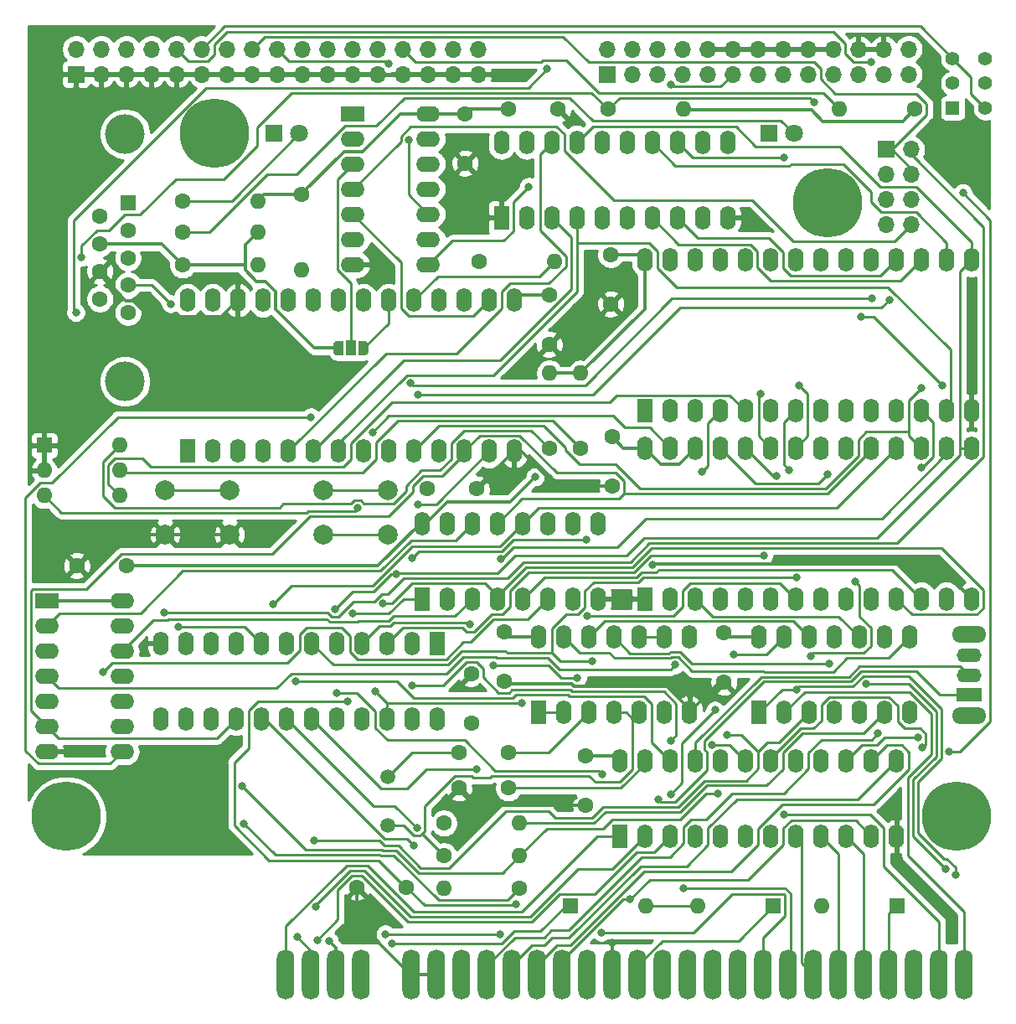
<source format=gbl>
G04 #@! TF.GenerationSoftware,KiCad,Pcbnew,(5.1.6)-1*
G04 #@! TF.CreationDate,2020-10-05T00:01:26+03:00*
G04 #@! TF.ProjectId,PlusD_Clone_1_4,506c7573-445f-4436-9c6f-6e655f315f34,rev?*
G04 #@! TF.SameCoordinates,Original*
G04 #@! TF.FileFunction,Copper,L2,Bot*
G04 #@! TF.FilePolarity,Positive*
%FSLAX46Y46*%
G04 Gerber Fmt 4.6, Leading zero omitted, Abs format (unit mm)*
G04 Created by KiCad (PCBNEW (5.1.6)-1) date 2020-10-05 00:01:26*
%MOMM*%
%LPD*%
G01*
G04 APERTURE LIST*
G04 #@! TA.AperFunction,ComponentPad*
%ADD10C,0.800000*%
G04 #@! TD*
G04 #@! TA.AperFunction,ComponentPad*
%ADD11C,7.000000*%
G04 #@! TD*
G04 #@! TA.AperFunction,ComponentPad*
%ADD12O,1.700000X1.700000*%
G04 #@! TD*
G04 #@! TA.AperFunction,ComponentPad*
%ADD13R,1.700000X1.700000*%
G04 #@! TD*
G04 #@! TA.AperFunction,ComponentPad*
%ADD14C,1.400000*%
G04 #@! TD*
G04 #@! TA.AperFunction,ComponentPad*
%ADD15R,1.400000X1.400000*%
G04 #@! TD*
G04 #@! TA.AperFunction,ComponentPad*
%ADD16O,1.600000X2.400000*%
G04 #@! TD*
G04 #@! TA.AperFunction,ComponentPad*
%ADD17R,1.600000X2.400000*%
G04 #@! TD*
G04 #@! TA.AperFunction,ComponentPad*
%ADD18O,3.500000X1.700000*%
G04 #@! TD*
G04 #@! TA.AperFunction,ComponentPad*
%ADD19O,2.500000X1.400000*%
G04 #@! TD*
G04 #@! TA.AperFunction,ComponentPad*
%ADD20R,2.500000X1.400000*%
G04 #@! TD*
G04 #@! TA.AperFunction,ComponentPad*
%ADD21O,1.600000X1.600000*%
G04 #@! TD*
G04 #@! TA.AperFunction,ComponentPad*
%ADD22C,1.600000*%
G04 #@! TD*
G04 #@! TA.AperFunction,ComponentPad*
%ADD23C,4.000000*%
G04 #@! TD*
G04 #@! TA.AperFunction,ComponentPad*
%ADD24R,1.600000X1.600000*%
G04 #@! TD*
G04 #@! TA.AperFunction,SMDPad,CuDef*
%ADD25R,1.000000X1.500000*%
G04 #@! TD*
G04 #@! TA.AperFunction,SMDPad,CuDef*
%ADD26C,0.100000*%
G04 #@! TD*
G04 #@! TA.AperFunction,ComponentPad*
%ADD27O,2.400000X1.600000*%
G04 #@! TD*
G04 #@! TA.AperFunction,ComponentPad*
%ADD28R,2.400000X1.600000*%
G04 #@! TD*
G04 #@! TA.AperFunction,ComponentPad*
%ADD29C,2.000000*%
G04 #@! TD*
G04 #@! TA.AperFunction,ConnectorPad*
%ADD30O,1.778000X5.080000*%
G04 #@! TD*
G04 #@! TA.AperFunction,ComponentPad*
%ADD31C,1.800000*%
G04 #@! TD*
G04 #@! TA.AperFunction,ComponentPad*
%ADD32R,1.800000X1.800000*%
G04 #@! TD*
G04 #@! TA.AperFunction,ComponentPad*
%ADD33C,1.500000*%
G04 #@! TD*
G04 #@! TA.AperFunction,ViaPad*
%ADD34C,0.800000*%
G04 #@! TD*
G04 #@! TA.AperFunction,Conductor*
%ADD35C,0.350000*%
G04 #@! TD*
G04 #@! TA.AperFunction,Conductor*
%ADD36C,0.250000*%
G04 #@! TD*
G04 #@! TA.AperFunction,Conductor*
%ADD37C,0.254000*%
G04 #@! TD*
G04 APERTURE END LIST*
D10*
X146856155Y-42143845D03*
X145000000Y-41375000D03*
X143143845Y-42143845D03*
X142375000Y-44000000D03*
X143143845Y-45856155D03*
X145000000Y-46625000D03*
X146856155Y-45856155D03*
X147625000Y-44000000D03*
D11*
X145000000Y-44000000D03*
D12*
X153416000Y-46228000D03*
X150876000Y-46228000D03*
X153416000Y-43688000D03*
X150876000Y-43688000D03*
X153416000Y-41148000D03*
X150876000Y-41148000D03*
X153416000Y-38608000D03*
D13*
X150876000Y-38608000D03*
D11*
X83000000Y-37000000D03*
D10*
X85625000Y-37000000D03*
X84856155Y-38856155D03*
X83000000Y-39625000D03*
X81143845Y-38856155D03*
X80375000Y-37000000D03*
X81143845Y-35143845D03*
X83000000Y-34375000D03*
X84856155Y-35143845D03*
D14*
X160907000Y-29417000D03*
X160907000Y-31917000D03*
X160907000Y-34417000D03*
X157607000Y-29417000D03*
X157607000Y-31917000D03*
D15*
X157607000Y-34417000D03*
D16*
X126500000Y-49760000D03*
X159520000Y-65000000D03*
X129040000Y-49760000D03*
X156980000Y-65000000D03*
X131580000Y-49760000D03*
X154440000Y-65000000D03*
X134120000Y-49760000D03*
X151900000Y-65000000D03*
X136660000Y-49760000D03*
X149360000Y-65000000D03*
X139200000Y-49760000D03*
X146820000Y-65000000D03*
X141740000Y-49760000D03*
X144280000Y-65000000D03*
X144280000Y-49760000D03*
X141740000Y-65000000D03*
X146820000Y-49760000D03*
X139200000Y-65000000D03*
X149360000Y-49760000D03*
X136660000Y-65000000D03*
X151900000Y-49760000D03*
X134120000Y-65000000D03*
X154440000Y-49760000D03*
X131580000Y-65000000D03*
X156980000Y-49760000D03*
X129040000Y-65000000D03*
X159520000Y-49760000D03*
D17*
X126500000Y-65000000D03*
D18*
X159258000Y-87626000D03*
X159258000Y-95826000D03*
D19*
X159258000Y-89726000D03*
X159258000Y-91726000D03*
D20*
X159258000Y-93726000D03*
D21*
X116840000Y-61214000D03*
D22*
X116840000Y-68834000D03*
D23*
X73950000Y-62040000D03*
X73950000Y-37040000D03*
D22*
X71410000Y-53695000D03*
X71410000Y-50925000D03*
X71410000Y-48155000D03*
X71410000Y-45385000D03*
X74250000Y-55080000D03*
X74250000Y-52310000D03*
X74250000Y-49540000D03*
X74250000Y-46770000D03*
D24*
X74250000Y-44000000D03*
D21*
X73406000Y-68500000D03*
X65786000Y-73580000D03*
X73406000Y-71040000D03*
X65786000Y-71040000D03*
X73406000Y-73580000D03*
D24*
X65786000Y-68500000D03*
D25*
X96774000Y-58674000D03*
G04 #@! TA.AperFunction,SMDPad,CuDef*
D26*
G36*
X95474000Y-59423398D02*
G01*
X95449466Y-59423398D01*
X95400635Y-59418588D01*
X95352510Y-59409016D01*
X95305555Y-59394772D01*
X95260222Y-59375995D01*
X95216949Y-59352864D01*
X95176150Y-59325604D01*
X95138221Y-59294476D01*
X95103524Y-59259779D01*
X95072396Y-59221850D01*
X95045136Y-59181051D01*
X95022005Y-59137778D01*
X95003228Y-59092445D01*
X94988984Y-59045490D01*
X94979412Y-58997365D01*
X94974602Y-58948534D01*
X94974602Y-58924000D01*
X94974000Y-58924000D01*
X94974000Y-58424000D01*
X94974602Y-58424000D01*
X94974602Y-58399466D01*
X94979412Y-58350635D01*
X94988984Y-58302510D01*
X95003228Y-58255555D01*
X95022005Y-58210222D01*
X95045136Y-58166949D01*
X95072396Y-58126150D01*
X95103524Y-58088221D01*
X95138221Y-58053524D01*
X95176150Y-58022396D01*
X95216949Y-57995136D01*
X95260222Y-57972005D01*
X95305555Y-57953228D01*
X95352510Y-57938984D01*
X95400635Y-57929412D01*
X95449466Y-57924602D01*
X95474000Y-57924602D01*
X95474000Y-57924000D01*
X96024000Y-57924000D01*
X96024000Y-59424000D01*
X95474000Y-59424000D01*
X95474000Y-59423398D01*
G37*
G04 #@! TD.AperFunction*
G04 #@! TA.AperFunction,SMDPad,CuDef*
G36*
X97524000Y-57924000D02*
G01*
X98074000Y-57924000D01*
X98074000Y-57924602D01*
X98098534Y-57924602D01*
X98147365Y-57929412D01*
X98195490Y-57938984D01*
X98242445Y-57953228D01*
X98287778Y-57972005D01*
X98331051Y-57995136D01*
X98371850Y-58022396D01*
X98409779Y-58053524D01*
X98444476Y-58088221D01*
X98475604Y-58126150D01*
X98502864Y-58166949D01*
X98525995Y-58210222D01*
X98544772Y-58255555D01*
X98559016Y-58302510D01*
X98568588Y-58350635D01*
X98573398Y-58399466D01*
X98573398Y-58424000D01*
X98574000Y-58424000D01*
X98574000Y-58924000D01*
X98573398Y-58924000D01*
X98573398Y-58948534D01*
X98568588Y-58997365D01*
X98559016Y-59045490D01*
X98544772Y-59092445D01*
X98525995Y-59137778D01*
X98502864Y-59181051D01*
X98475604Y-59221850D01*
X98444476Y-59259779D01*
X98409779Y-59294476D01*
X98371850Y-59325604D01*
X98331051Y-59352864D01*
X98287778Y-59375995D01*
X98242445Y-59394772D01*
X98195490Y-59409016D01*
X98147365Y-59418588D01*
X98098534Y-59423398D01*
X98074000Y-59423398D01*
X98074000Y-59424000D01*
X97524000Y-59424000D01*
X97524000Y-57924000D01*
G37*
G04 #@! TD.AperFunction*
D21*
X146177000Y-34544000D03*
D22*
X153797000Y-34544000D03*
D16*
X115762000Y-87880000D03*
X131002000Y-95500000D03*
X118302000Y-87880000D03*
X128462000Y-95500000D03*
X120842000Y-87880000D03*
X125922000Y-95500000D03*
X123382000Y-87880000D03*
X123382000Y-95500000D03*
X125922000Y-87880000D03*
X120842000Y-95500000D03*
X128462000Y-87880000D03*
X118302000Y-95500000D03*
X131002000Y-87880000D03*
D17*
X115762000Y-95500000D03*
D16*
X105500000Y-96120000D03*
X77560000Y-88500000D03*
X102960000Y-96120000D03*
X80100000Y-88500000D03*
X100420000Y-96120000D03*
X82640000Y-88500000D03*
X97880000Y-96120000D03*
X85180000Y-88500000D03*
X95340000Y-96120000D03*
X87720000Y-88500000D03*
X92800000Y-96120000D03*
X90260000Y-88500000D03*
X90260000Y-96120000D03*
X92800000Y-88500000D03*
X87720000Y-96120000D03*
X95340000Y-88500000D03*
X85180000Y-96120000D03*
X97880000Y-88500000D03*
X82640000Y-96120000D03*
X100420000Y-88500000D03*
X80100000Y-96120000D03*
X102960000Y-88500000D03*
X77560000Y-96120000D03*
D17*
X105500000Y-88500000D03*
D27*
X104620000Y-35000000D03*
X97000000Y-50240000D03*
X104620000Y-37540000D03*
X97000000Y-47700000D03*
X104620000Y-40080000D03*
X97000000Y-45160000D03*
X104620000Y-42620000D03*
X97000000Y-42620000D03*
X104620000Y-45160000D03*
X97000000Y-40080000D03*
X104620000Y-47700000D03*
X97000000Y-37540000D03*
X104620000Y-50240000D03*
D28*
X97000000Y-35000000D03*
D27*
X73660000Y-84201000D03*
X66040000Y-99441000D03*
X73660000Y-86741000D03*
X66040000Y-96901000D03*
X73660000Y-89281000D03*
X66040000Y-94361000D03*
X73660000Y-91821000D03*
X66040000Y-91821000D03*
X73660000Y-94361000D03*
X66040000Y-89281000D03*
X73660000Y-96901000D03*
X66040000Y-86741000D03*
X73660000Y-99441000D03*
D28*
X66040000Y-84201000D03*
D21*
X130429000Y-34544000D03*
D22*
X122809000Y-34544000D03*
D16*
X138000000Y-87880000D03*
X153240000Y-95500000D03*
X140540000Y-87880000D03*
X150700000Y-95500000D03*
X143080000Y-87880000D03*
X148160000Y-95500000D03*
X145620000Y-87880000D03*
X145620000Y-95500000D03*
X148160000Y-87880000D03*
X143080000Y-95500000D03*
X150700000Y-87880000D03*
X140540000Y-95500000D03*
X153240000Y-87880000D03*
D17*
X138000000Y-95500000D03*
D10*
X69856155Y-104143845D03*
X68000000Y-103375000D03*
X66143845Y-104143845D03*
X65375000Y-106000000D03*
X66143845Y-107856155D03*
X68000000Y-108625000D03*
X69856155Y-107856155D03*
X70625000Y-106000000D03*
D11*
X68000000Y-106000000D03*
D10*
X159856155Y-104143845D03*
X158000000Y-103375000D03*
X156143845Y-104143845D03*
X155375000Y-106000000D03*
X156143845Y-107856155D03*
X158000000Y-108625000D03*
X159856155Y-107856155D03*
X160625000Y-106000000D03*
D11*
X158000000Y-106000000D03*
D29*
X100500000Y-73000000D03*
X100500000Y-77500000D03*
X94000000Y-73000000D03*
X94000000Y-77500000D03*
X84500000Y-73000000D03*
X84500000Y-77500000D03*
X78000000Y-73000000D03*
X78000000Y-77500000D03*
D16*
X112000000Y-37880000D03*
X134860000Y-45500000D03*
X114540000Y-37880000D03*
X132320000Y-45500000D03*
X117080000Y-37880000D03*
X129780000Y-45500000D03*
X119620000Y-37880000D03*
X127240000Y-45500000D03*
X122160000Y-37880000D03*
X124700000Y-45500000D03*
X124700000Y-37880000D03*
X122160000Y-45500000D03*
X127240000Y-37880000D03*
X119620000Y-45500000D03*
X129780000Y-37880000D03*
X117080000Y-45500000D03*
X132320000Y-37880000D03*
X114540000Y-45500000D03*
X134860000Y-37880000D03*
D17*
X112000000Y-45500000D03*
D16*
X104000000Y-76380000D03*
X121780000Y-84000000D03*
X106540000Y-76380000D03*
X119240000Y-84000000D03*
X109080000Y-76380000D03*
X116700000Y-84000000D03*
X111620000Y-76380000D03*
X114160000Y-84000000D03*
X114160000Y-76380000D03*
X111620000Y-84000000D03*
X116700000Y-76380000D03*
X109080000Y-84000000D03*
X119240000Y-76380000D03*
X106540000Y-84000000D03*
X121780000Y-76380000D03*
D17*
X104000000Y-84000000D03*
D16*
X124000000Y-100380000D03*
X151940000Y-108000000D03*
X126540000Y-100380000D03*
X149400000Y-108000000D03*
X129080000Y-100380000D03*
X146860000Y-108000000D03*
X131620000Y-100380000D03*
X144320000Y-108000000D03*
X134160000Y-100380000D03*
X141780000Y-108000000D03*
X136700000Y-100380000D03*
X139240000Y-108000000D03*
X139240000Y-100380000D03*
X136700000Y-108000000D03*
X141780000Y-100380000D03*
X134160000Y-108000000D03*
X144320000Y-100380000D03*
X131620000Y-108000000D03*
X146860000Y-100380000D03*
X129080000Y-108000000D03*
X149400000Y-100380000D03*
X126540000Y-108000000D03*
X151940000Y-100380000D03*
D17*
X124000000Y-108000000D03*
D16*
X126500000Y-68760000D03*
X159520000Y-84000000D03*
X129040000Y-68760000D03*
X156980000Y-84000000D03*
X131580000Y-68760000D03*
X154440000Y-84000000D03*
X134120000Y-68760000D03*
X151900000Y-84000000D03*
X136660000Y-68760000D03*
X149360000Y-84000000D03*
X139200000Y-68760000D03*
X146820000Y-84000000D03*
X141740000Y-68760000D03*
X144280000Y-84000000D03*
X144280000Y-68760000D03*
X141740000Y-84000000D03*
X146820000Y-68760000D03*
X139200000Y-84000000D03*
X149360000Y-68760000D03*
X136660000Y-84000000D03*
X151900000Y-68760000D03*
X134120000Y-84000000D03*
X154440000Y-68760000D03*
X131580000Y-84000000D03*
X156980000Y-68760000D03*
X129040000Y-84000000D03*
X159520000Y-68760000D03*
D17*
X126500000Y-84000000D03*
D16*
X80264000Y-53848000D03*
X113284000Y-69088000D03*
X82804000Y-53848000D03*
X110744000Y-69088000D03*
X85344000Y-53848000D03*
X108204000Y-69088000D03*
X87884000Y-53848000D03*
X105664000Y-69088000D03*
X90424000Y-53848000D03*
X103124000Y-69088000D03*
X92964000Y-53848000D03*
X100584000Y-69088000D03*
X95504000Y-53848000D03*
X98044000Y-69088000D03*
X98044000Y-53848000D03*
X95504000Y-69088000D03*
X100584000Y-53848000D03*
X92964000Y-69088000D03*
X103124000Y-53848000D03*
X90424000Y-69088000D03*
X105664000Y-53848000D03*
X87884000Y-69088000D03*
X108204000Y-53848000D03*
X85344000Y-69088000D03*
X110744000Y-53848000D03*
X82804000Y-69088000D03*
X113284000Y-53848000D03*
D17*
X80264000Y-69088000D03*
D21*
X120015000Y-61214000D03*
D22*
X120015000Y-68834000D03*
D21*
X87376000Y-43815000D03*
D22*
X79756000Y-43815000D03*
D21*
X113792000Y-106680000D03*
D22*
X106172000Y-106680000D03*
D21*
X113792000Y-109982000D03*
D22*
X106172000Y-109982000D03*
D21*
X106172000Y-113284000D03*
D22*
X113792000Y-113284000D03*
D21*
X87376000Y-46990000D03*
D22*
X79756000Y-46990000D03*
D21*
X117348000Y-49911000D03*
D22*
X109728000Y-49911000D03*
D21*
X91821000Y-50800000D03*
D22*
X91821000Y-43180000D03*
D21*
X87376000Y-50292000D03*
D22*
X79756000Y-50292000D03*
D30*
X90218000Y-121960000D03*
X92758000Y-121960000D03*
X97838000Y-121960000D03*
X102918000Y-121960000D03*
X105458000Y-121960000D03*
X95298000Y-121960000D03*
X153718000Y-121960000D03*
X158798000Y-121960000D03*
X125778000Y-121960000D03*
X133398000Y-121960000D03*
X146098000Y-121960000D03*
X141018000Y-121960000D03*
X118158000Y-121960000D03*
X148638000Y-121960000D03*
X107998000Y-121960000D03*
X123238000Y-121960000D03*
X130858000Y-121960000D03*
X135938000Y-121960000D03*
X143558000Y-121960000D03*
X115618000Y-121960000D03*
X156258000Y-121960000D03*
X128318000Y-121960000D03*
X113078000Y-121960000D03*
X110538000Y-121960000D03*
X120698000Y-121960000D03*
X151178000Y-121960000D03*
X138478000Y-121960000D03*
D12*
X153162000Y-28460000D03*
X153162000Y-31000000D03*
X150622000Y-28460000D03*
X150622000Y-31000000D03*
X148082000Y-28460000D03*
X148082000Y-31000000D03*
X145542000Y-28460000D03*
X145542000Y-31000000D03*
X143002000Y-28460000D03*
X143002000Y-31000000D03*
X140462000Y-28460000D03*
X140462000Y-31000000D03*
X137922000Y-28460000D03*
X137922000Y-31000000D03*
X135382000Y-28460000D03*
X135382000Y-31000000D03*
X132842000Y-28460000D03*
X132842000Y-31000000D03*
X130302000Y-28460000D03*
X130302000Y-31000000D03*
X127762000Y-28460000D03*
X127762000Y-31000000D03*
X125222000Y-28460000D03*
X125222000Y-31000000D03*
X122682000Y-28460000D03*
D13*
X122682000Y-31000000D03*
D22*
X123063000Y-49229000D03*
X123063000Y-54229000D03*
X108966000Y-96567000D03*
X108966000Y-91567000D03*
X134493000Y-87456000D03*
X134493000Y-92456000D03*
X112268000Y-87329000D03*
X112268000Y-92329000D03*
X104474000Y-72898000D03*
X109474000Y-72898000D03*
X112729000Y-34544000D03*
X117729000Y-34544000D03*
X74088000Y-80645000D03*
X69088000Y-80645000D03*
X108331000Y-35005000D03*
X108331000Y-40005000D03*
X120523000Y-99902000D03*
X120523000Y-104902000D03*
X123190000Y-67644000D03*
X123190000Y-72644000D03*
X116840000Y-53293000D03*
X116840000Y-58293000D03*
X112696000Y-99568000D03*
X107696000Y-99568000D03*
D13*
X69000000Y-31000000D03*
D12*
X69000000Y-28460000D03*
X71540000Y-31000000D03*
X71540000Y-28460000D03*
X74080000Y-31000000D03*
X74080000Y-28460000D03*
X76620000Y-31000000D03*
X76620000Y-28460000D03*
X79160000Y-31000000D03*
X79160000Y-28460000D03*
X81700000Y-31000000D03*
X81700000Y-28460000D03*
X84240000Y-31000000D03*
X84240000Y-28460000D03*
X86780000Y-31000000D03*
X86780000Y-28460000D03*
X89320000Y-31000000D03*
X89320000Y-28460000D03*
X91860000Y-31000000D03*
X91860000Y-28460000D03*
X94400000Y-31000000D03*
X94400000Y-28460000D03*
X96940000Y-31000000D03*
X96940000Y-28460000D03*
X99480000Y-31000000D03*
X99480000Y-28460000D03*
X102020000Y-31000000D03*
X102020000Y-28460000D03*
X104560000Y-31000000D03*
X104560000Y-28460000D03*
X107100000Y-31000000D03*
X107100000Y-28460000D03*
X109640000Y-31000000D03*
X109640000Y-28460000D03*
D31*
X141540000Y-37000000D03*
D32*
X139000000Y-37000000D03*
D21*
X126620000Y-115000000D03*
D24*
X119000000Y-115000000D03*
D21*
X131880000Y-115000000D03*
D24*
X139500000Y-115000000D03*
X152000000Y-115000000D03*
D21*
X144380000Y-115000000D03*
D31*
X91540000Y-37000000D03*
D32*
X89000000Y-37000000D03*
D22*
X112696000Y-103124000D03*
X107696000Y-103124000D03*
X102409000Y-113157000D03*
X97409000Y-113157000D03*
D33*
X100500000Y-102000000D03*
X100500000Y-106900000D03*
D34*
X127300600Y-80567800D03*
X123233200Y-118722600D03*
X71628000Y-102362000D03*
X91188200Y-92363800D03*
X133301300Y-98736900D03*
X154572000Y-99058900D03*
X157265300Y-99446600D03*
X158643100Y-42953900D03*
X85950800Y-106693200D03*
X147761100Y-82299200D03*
X143278500Y-89757200D03*
X148359500Y-55465200D03*
X156601700Y-62416800D03*
X154102500Y-98030600D03*
X120564900Y-78052400D03*
X102953500Y-79863200D03*
X102605000Y-37610500D03*
X100563300Y-29916700D03*
X77906900Y-85380900D03*
X116634600Y-30422600D03*
X68980100Y-55078000D03*
X129569400Y-90681100D03*
X71735100Y-91362400D03*
X151210600Y-53779500D03*
X103564100Y-63354900D03*
X92736300Y-65626400D03*
X145129500Y-90580100D03*
X149352000Y-29730000D03*
X149415400Y-53665800D03*
X102770700Y-62176700D03*
X97456300Y-74849000D03*
X96925800Y-85516400D03*
X122101300Y-117701800D03*
X113427200Y-114820800D03*
X103600000Y-74439000D03*
X96448900Y-94371800D03*
X140531000Y-39455400D03*
X141829600Y-93148400D03*
X157886200Y-111893400D03*
X138207100Y-63278000D03*
X150066900Y-97594000D03*
X134838700Y-97722900D03*
X93050300Y-108449200D03*
X91330600Y-118128800D03*
X133579500Y-95249900D03*
X129100100Y-103749200D03*
X130428000Y-113246500D03*
X144990900Y-71404700D03*
X148887200Y-92626700D03*
X156933800Y-111325500D03*
X139771300Y-71586200D03*
X135486200Y-89642800D03*
X140591300Y-105811300D03*
X100021700Y-84492000D03*
X114022000Y-94544600D03*
X154440000Y-70747500D03*
X99238600Y-93356500D03*
X95190800Y-85043000D03*
X100263800Y-117880100D03*
X111851300Y-117880100D03*
X101342600Y-81499000D03*
X111984900Y-79959000D03*
X109465800Y-101253600D03*
X154440000Y-62732700D03*
X103445700Y-107164500D03*
X121183800Y-90338200D03*
X141872900Y-81871600D03*
X142096900Y-62416800D03*
X88895400Y-84562200D03*
X103180000Y-108940300D03*
X141092900Y-70972200D03*
X108805300Y-86576100D03*
X111190300Y-90749800D03*
X119682700Y-92016800D03*
X125005800Y-114363000D03*
X120652000Y-85746700D03*
X138504900Y-79666700D03*
X98956300Y-67183600D03*
X102960000Y-92756100D03*
X129129700Y-98339200D03*
X93243000Y-115134000D03*
X93384800Y-118486400D03*
X95340000Y-93529100D03*
X122224200Y-101733300D03*
X132290100Y-71167100D03*
X114750700Y-42342600D03*
X69556300Y-49497400D03*
X143586000Y-33804900D03*
X129153700Y-32043700D03*
X78551200Y-54201400D03*
X79320100Y-86828300D03*
X100950500Y-118847500D03*
X94601400Y-118599700D03*
X115405700Y-71685100D03*
X127849200Y-104249500D03*
X133914100Y-103653000D03*
X85774500Y-102940400D03*
D35*
X78000000Y-77500000D02*
X84500000Y-77500000D01*
X69088000Y-80645000D02*
X72233000Y-77500000D01*
X72233000Y-77500000D02*
X78000000Y-77500000D01*
X159520000Y-84000000D02*
X156021200Y-80501200D01*
X156021200Y-80501200D02*
X127367200Y-80501200D01*
X127367200Y-80501200D02*
X127300600Y-80567800D01*
X112268000Y-92329000D02*
X112551500Y-92612500D01*
X112551500Y-92612500D02*
X119111300Y-92612500D01*
X119111300Y-92612500D02*
X119340900Y-92842100D01*
X119340900Y-92842100D02*
X128693300Y-92842100D01*
X128693300Y-92842100D02*
X131176600Y-95325400D01*
X91860000Y-31000000D02*
X94400000Y-31000000D01*
X89320000Y-31000000D02*
X91860000Y-31000000D01*
X97409000Y-113157000D02*
X97409000Y-116534600D01*
X97409000Y-116534600D02*
X102834400Y-121960000D01*
X102834400Y-121960000D02*
X102918000Y-121960000D01*
X96940000Y-31000000D02*
X99480000Y-31000000D01*
X94400000Y-31000000D02*
X96940000Y-31000000D01*
X131176600Y-95325400D02*
X131002000Y-95500000D01*
X134493000Y-92456000D02*
X134046000Y-92456000D01*
X134046000Y-92456000D02*
X131176600Y-95325400D01*
X107100000Y-31000000D02*
X109640000Y-31000000D01*
X104560000Y-31000000D02*
X107100000Y-31000000D01*
X123233200Y-118722600D02*
X123233200Y-121955200D01*
X123233200Y-121955200D02*
X123238000Y-121960000D01*
X108331000Y-40005000D02*
X112000000Y-43674000D01*
X112000000Y-43674000D02*
X112000000Y-45500000D01*
X123190000Y-72644000D02*
X117531800Y-72644000D01*
X117531800Y-72644000D02*
X113975800Y-69088000D01*
X113975800Y-69088000D02*
X113284000Y-69088000D01*
X107696000Y-103124000D02*
X109474000Y-104902000D01*
X109474000Y-104902000D02*
X120523000Y-104902000D01*
X102020000Y-31000000D02*
X104560000Y-31000000D01*
X113284000Y-69088000D02*
X109474000Y-72898000D01*
X105458000Y-121960000D02*
X102918000Y-121960000D01*
X76303900Y-55485000D02*
X83707000Y-55485000D01*
X83707000Y-55485000D02*
X85344000Y-53848000D01*
X65786000Y-68500000D02*
X65786000Y-66002900D01*
X65786000Y-66002900D02*
X76303900Y-55485000D01*
X76303900Y-55485000D02*
X76303900Y-55401100D01*
X76303900Y-55401100D02*
X74757400Y-53854600D01*
X74757400Y-53854600D02*
X74050200Y-53854600D01*
X74050200Y-53854600D02*
X71410000Y-51214400D01*
X71410000Y-51214400D02*
X71410000Y-50925000D01*
X148082000Y-28460000D02*
X150622000Y-28460000D01*
X121780000Y-84000000D02*
X126500000Y-84000000D01*
X143002000Y-28460000D02*
X145542000Y-28460000D01*
X140462000Y-28460000D02*
X143002000Y-28460000D01*
X137922000Y-28460000D02*
X140462000Y-28460000D01*
X135382000Y-28460000D02*
X137922000Y-28460000D01*
X132842000Y-28460000D02*
X135382000Y-28460000D01*
X74080000Y-31000000D02*
X71540000Y-31000000D01*
X76620000Y-31000000D02*
X74080000Y-31000000D01*
X79160000Y-31000000D02*
X76620000Y-31000000D01*
X81700000Y-31000000D02*
X79160000Y-31000000D01*
X84240000Y-31000000D02*
X81700000Y-31000000D01*
X86780000Y-31000000D02*
X84240000Y-31000000D01*
X89320000Y-31000000D02*
X86780000Y-31000000D01*
X102020000Y-31000000D02*
X99480000Y-31000000D01*
D36*
X100500000Y-73000000D02*
X94000000Y-73000000D01*
X91188200Y-92363800D02*
X101446400Y-92363800D01*
X101446400Y-92363800D02*
X103126800Y-94044200D01*
X103126800Y-94044200D02*
X113143000Y-94044200D01*
X113143000Y-94044200D02*
X113476800Y-93710400D01*
X113476800Y-93710400D02*
X118723300Y-93710400D01*
X118723300Y-93710400D02*
X118905600Y-93892700D01*
X118905600Y-93892700D02*
X126446500Y-93892700D01*
X126446500Y-93892700D02*
X127192000Y-94638200D01*
X127192000Y-94638200D02*
X127192000Y-98492000D01*
X127192000Y-98492000D02*
X129080000Y-100380000D01*
X128462000Y-87880000D02*
X125922000Y-87880000D01*
X133301300Y-98736900D02*
X135056900Y-98736900D01*
X135056900Y-98736900D02*
X136700000Y-100380000D01*
X158643100Y-42953900D02*
X161422300Y-45733100D01*
X161422300Y-45733100D02*
X161422300Y-96360900D01*
X161422300Y-96360900D02*
X158336600Y-99446600D01*
X158336600Y-99446600D02*
X157265300Y-99446600D01*
X139240000Y-100380000D02*
X139240000Y-100089500D01*
X139240000Y-100089500D02*
X142254100Y-97075400D01*
X142254100Y-97075400D02*
X143566900Y-97075400D01*
X143566900Y-97075400D02*
X144350000Y-96292300D01*
X144350000Y-96292300D02*
X144350000Y-94703200D01*
X144350000Y-94703200D02*
X145150700Y-93902500D01*
X145150700Y-93902500D02*
X151171300Y-93902500D01*
X151171300Y-93902500D02*
X152064700Y-94795900D01*
X152064700Y-94795900D02*
X152064700Y-96386800D01*
X152064700Y-96386800D02*
X152753200Y-97075300D01*
X152753200Y-97075300D02*
X154341100Y-97075300D01*
X154341100Y-97075300D02*
X154902700Y-97636900D01*
X154902700Y-97636900D02*
X154902700Y-98728200D01*
X154902700Y-98728200D02*
X154572000Y-99058900D01*
X113792000Y-113284000D02*
X112608300Y-114467700D01*
X112608300Y-114467700D02*
X105649900Y-114467700D01*
X105649900Y-114467700D02*
X101132200Y-109950000D01*
X101132200Y-109950000D02*
X99786300Y-109950000D01*
X99786300Y-109950000D02*
X99723900Y-109887600D01*
X99723900Y-109887600D02*
X89145200Y-109887600D01*
X89145200Y-109887600D02*
X85950800Y-106693200D01*
X118302000Y-95500000D02*
X115762000Y-95500000D01*
X157607000Y-29417000D02*
X159482400Y-31292400D01*
X159482400Y-31292400D02*
X159482400Y-32992400D01*
X159482400Y-32992400D02*
X160907000Y-34417000D01*
X81700000Y-28460000D02*
X83995600Y-26164400D01*
X83995600Y-26164400D02*
X154354400Y-26164400D01*
X154354400Y-26164400D02*
X157607000Y-29417000D01*
X147761100Y-82299200D02*
X148184600Y-82722700D01*
X148184600Y-82722700D02*
X148184600Y-85805500D01*
X148184600Y-85805500D02*
X149336700Y-86957600D01*
X149336700Y-86957600D02*
X149336700Y-88780900D01*
X149336700Y-88780900D02*
X148620500Y-89497100D01*
X148620500Y-89497100D02*
X143538600Y-89497100D01*
X143538600Y-89497100D02*
X143278500Y-89757200D01*
X146860000Y-100380000D02*
X148461500Y-98778500D01*
X148461500Y-98778500D02*
X149979000Y-98778500D01*
X149979000Y-98778500D02*
X150726900Y-98030600D01*
X150726900Y-98030600D02*
X154102500Y-98030600D01*
X156601700Y-62416800D02*
X149650100Y-55465200D01*
X149650100Y-55465200D02*
X148359500Y-55465200D01*
X79756000Y-46990000D02*
X82512300Y-46990000D01*
X82512300Y-46990000D02*
X88353000Y-41149300D01*
X88353000Y-41149300D02*
X91258100Y-41149300D01*
X91258100Y-41149300D02*
X96232000Y-36175400D01*
X96232000Y-36175400D02*
X99366900Y-36175400D01*
X99366900Y-36175400D02*
X102177100Y-33365200D01*
X102177100Y-33365200D02*
X118878600Y-33365200D01*
X118878600Y-33365200D02*
X121238100Y-35724700D01*
X121238100Y-35724700D02*
X140264700Y-35724700D01*
X140264700Y-35724700D02*
X141540000Y-37000000D01*
X120564900Y-78052400D02*
X113195300Y-78052400D01*
X113195300Y-78052400D02*
X112064000Y-79183700D01*
X112064000Y-79183700D02*
X103633000Y-79183700D01*
X103633000Y-79183700D02*
X102953500Y-79863200D01*
X159258000Y-91726000D02*
X158359100Y-90827100D01*
X158359100Y-90827100D02*
X148175200Y-90827100D01*
X148175200Y-90827100D02*
X147129600Y-91872700D01*
X147129600Y-91872700D02*
X138284600Y-91872700D01*
X138284600Y-91872700D02*
X131620000Y-98537300D01*
X131620000Y-98537300D02*
X131620000Y-100380000D01*
X94000000Y-77500000D02*
X100500000Y-77500000D01*
X91540000Y-37000000D02*
X84725000Y-43815000D01*
X84725000Y-43815000D02*
X79756000Y-43815000D01*
X151442000Y-38608000D02*
X150876000Y-38608000D01*
X86780000Y-28460000D02*
X88032800Y-27207200D01*
X88032800Y-27207200D02*
X118244300Y-27207200D01*
X118244300Y-27207200D02*
X120811700Y-29774600D01*
X120811700Y-29774600D02*
X143591500Y-29774600D01*
X143591500Y-29774600D02*
X144272000Y-30455100D01*
X144272000Y-30455100D02*
X144272000Y-31470000D01*
X144272000Y-31470000D02*
X145752200Y-32950200D01*
X145752200Y-32950200D02*
X153927600Y-32950200D01*
X153927600Y-32950200D02*
X154974700Y-33997300D01*
X154974700Y-33997300D02*
X154974700Y-35075300D01*
X154974700Y-35075300D02*
X151442000Y-38608000D01*
X151442000Y-38608000D02*
X153416000Y-40582000D01*
X153416000Y-40582000D02*
X153416000Y-41148000D01*
X102605000Y-37610500D02*
X102605000Y-43145000D01*
X102605000Y-43145000D02*
X104620000Y-45160000D01*
X89320000Y-28460000D02*
X90545400Y-29685400D01*
X90545400Y-29685400D02*
X100332000Y-29685400D01*
X100332000Y-29685400D02*
X100563300Y-29916700D01*
X77906900Y-85380900D02*
X94432300Y-85380900D01*
X94432300Y-85380900D02*
X94869700Y-85818300D01*
X94869700Y-85818300D02*
X95512000Y-85818300D01*
X95512000Y-85818300D02*
X97066100Y-84264200D01*
X97066100Y-84264200D02*
X99153100Y-84264200D01*
X99153100Y-84264200D02*
X99895100Y-83522200D01*
X99895100Y-83522200D02*
X100546000Y-83522200D01*
X100546000Y-83522200D02*
X102158600Y-81909600D01*
X102158600Y-81909600D02*
X112641800Y-81909600D01*
X112641800Y-81909600D02*
X114222700Y-80328700D01*
X114222700Y-80328700D02*
X125027800Y-80328700D01*
X125027800Y-80328700D02*
X126970900Y-78385600D01*
X126970900Y-78385600D02*
X151990200Y-78385600D01*
X151990200Y-78385600D02*
X160741200Y-69634600D01*
X160741200Y-69634600D02*
X160741200Y-46412000D01*
X160741200Y-46412000D02*
X153416000Y-39086800D01*
X153416000Y-39086800D02*
X153416000Y-38608000D01*
X112696000Y-103124000D02*
X124093700Y-103124000D01*
X124093700Y-103124000D02*
X126540000Y-100677700D01*
X126540000Y-100677700D02*
X126540000Y-100380000D01*
X97000000Y-40080000D02*
X95418700Y-41661300D01*
X95418700Y-41661300D02*
X95418700Y-50787400D01*
X95418700Y-50787400D02*
X96774000Y-52142700D01*
X96774000Y-52142700D02*
X96774000Y-58674000D01*
X153416000Y-46228000D02*
X151759300Y-47884700D01*
X151759300Y-47884700D02*
X141505100Y-47884700D01*
X141505100Y-47884700D02*
X137337200Y-43716800D01*
X137337200Y-43716800D02*
X123353800Y-43716800D01*
X123353800Y-43716800D02*
X118350000Y-38713000D01*
X118350000Y-38713000D02*
X118350000Y-37079500D01*
X118350000Y-37079500D02*
X117553400Y-36282900D01*
X117553400Y-36282900D02*
X102836200Y-36282900D01*
X102836200Y-36282900D02*
X101829700Y-37289400D01*
X101829700Y-37289400D02*
X101829700Y-37790300D01*
X101829700Y-37790300D02*
X97000000Y-42620000D01*
X73660000Y-89281000D02*
X76784800Y-86156200D01*
X76784800Y-86156200D02*
X78228100Y-86156200D01*
X78228100Y-86156200D02*
X78353500Y-86030800D01*
X78353500Y-86030800D02*
X94374600Y-86030800D01*
X94374600Y-86030800D02*
X94662400Y-86318600D01*
X94662400Y-86318600D02*
X97502400Y-86318600D01*
X97502400Y-86318600D02*
X97568500Y-86252500D01*
X97568500Y-86252500D02*
X100573000Y-86252500D01*
X100573000Y-86252500D02*
X101073300Y-85752200D01*
X101073300Y-85752200D02*
X107327800Y-85752200D01*
X107327800Y-85752200D02*
X109080000Y-84000000D01*
X116634600Y-30422600D02*
X114699400Y-32357800D01*
X114699400Y-32357800D02*
X82161600Y-32357800D01*
X82161600Y-32357800D02*
X68781000Y-45738400D01*
X68781000Y-45738400D02*
X68781000Y-54878900D01*
X68781000Y-54878900D02*
X68980100Y-55078000D01*
X66040000Y-91821000D02*
X67231700Y-93012700D01*
X67231700Y-93012700D02*
X89266300Y-93012700D01*
X89266300Y-93012700D02*
X90748200Y-91530800D01*
X90748200Y-91530800D02*
X106444900Y-91530800D01*
X106444900Y-91530800D02*
X108105000Y-89870700D01*
X108105000Y-89870700D02*
X111407800Y-89870700D01*
X111407800Y-89870700D02*
X111511700Y-89974600D01*
X111511700Y-89974600D02*
X116699600Y-89974600D01*
X116699600Y-89974600D02*
X117845300Y-91120300D01*
X117845300Y-91120300D02*
X129130200Y-91120300D01*
X129130200Y-91120300D02*
X129569400Y-90681100D01*
X116700000Y-84000000D02*
X114624300Y-86075700D01*
X114624300Y-86075700D02*
X111192200Y-86075700D01*
X111192200Y-86075700D02*
X108877400Y-88390500D01*
X108877400Y-88390500D02*
X108169800Y-88390500D01*
X108169800Y-88390500D02*
X106427100Y-90133200D01*
X106427100Y-90133200D02*
X97448900Y-90133200D01*
X97448900Y-90133200D02*
X96704600Y-89388900D01*
X96704600Y-89388900D02*
X96704600Y-87801000D01*
X96704600Y-87801000D02*
X95821500Y-86917900D01*
X95821500Y-86917900D02*
X92260500Y-86917900D01*
X92260500Y-86917900D02*
X91624600Y-87553800D01*
X91624600Y-87553800D02*
X91624600Y-89208600D01*
X91624600Y-89208600D02*
X90376800Y-90456400D01*
X90376800Y-90456400D02*
X72641100Y-90456400D01*
X72641100Y-90456400D02*
X71735100Y-91362400D01*
X109080000Y-76380000D02*
X107366600Y-78093400D01*
X107366600Y-78093400D02*
X102843000Y-78093400D01*
X102843000Y-78093400D02*
X99741000Y-81195400D01*
X99741000Y-81195400D02*
X79797600Y-81195400D01*
X79797600Y-81195400D02*
X75522000Y-85471000D01*
X75522000Y-85471000D02*
X67310000Y-85471000D01*
X67310000Y-85471000D02*
X66040000Y-86741000D01*
X151210600Y-53779500D02*
X150421000Y-54569100D01*
X150421000Y-54569100D02*
X130042500Y-54569100D01*
X130042500Y-54569100D02*
X121256700Y-63354900D01*
X121256700Y-63354900D02*
X103564100Y-63354900D01*
X73660000Y-99441000D02*
X72433500Y-100667500D01*
X72433500Y-100667500D02*
X65197600Y-100667500D01*
X65197600Y-100667500D02*
X63885400Y-99355300D01*
X63885400Y-99355300D02*
X63885400Y-73817500D01*
X63885400Y-73817500D02*
X65392900Y-72310000D01*
X65392900Y-72310000D02*
X66540100Y-72310000D01*
X66540100Y-72310000D02*
X73223700Y-65626400D01*
X73223700Y-65626400D02*
X92736300Y-65626400D01*
X153240000Y-87880000D02*
X151122500Y-89997500D01*
X151122500Y-89997500D02*
X146952300Y-89997500D01*
X146952300Y-89997500D02*
X145577400Y-91372400D01*
X145577400Y-91372400D02*
X138577400Y-91372400D01*
X138577400Y-91372400D02*
X138485600Y-91280600D01*
X138485600Y-91280600D02*
X131265400Y-91280600D01*
X131265400Y-91280600D02*
X129890600Y-89905800D01*
X129890600Y-89905800D02*
X129248300Y-89905800D01*
X129248300Y-89905800D02*
X129155200Y-89998900D01*
X129155200Y-89998900D02*
X123438600Y-89998900D01*
X123438600Y-89998900D02*
X122895200Y-89455500D01*
X122895200Y-89455500D02*
X119877500Y-89455500D01*
X119877500Y-89455500D02*
X118302000Y-87880000D01*
X143080000Y-87880000D02*
X141480400Y-86280400D01*
X141480400Y-86280400D02*
X122441600Y-86280400D01*
X122441600Y-86280400D02*
X120842000Y-87880000D01*
X103948400Y-107758300D02*
X104221000Y-107485700D01*
X104221000Y-107485700D02*
X104221000Y-104932400D01*
X104221000Y-104932400D02*
X107258700Y-101894700D01*
X107258700Y-101894700D02*
X109010500Y-101894700D01*
X109010500Y-101894700D02*
X109174400Y-102058600D01*
X109174400Y-102058600D02*
X110855000Y-102058600D01*
X110855000Y-102058600D02*
X111018900Y-101894700D01*
X111018900Y-101894700D02*
X120874600Y-101894700D01*
X120874600Y-101894700D02*
X121488500Y-102508600D01*
X121488500Y-102508600D02*
X124001400Y-102508600D01*
X124001400Y-102508600D02*
X125270000Y-101240000D01*
X125270000Y-101240000D02*
X125270000Y-96152000D01*
X100500000Y-106900000D02*
X102084800Y-106900000D01*
X102084800Y-106900000D02*
X103124600Y-107939800D01*
X103124600Y-107939800D02*
X103766900Y-107939800D01*
X103766900Y-107939800D02*
X103948400Y-107758300D01*
X106172000Y-109982000D02*
X103948400Y-107758300D01*
X125270000Y-96152000D02*
X125922000Y-95500000D01*
X123382000Y-95500000D02*
X124618000Y-95500000D01*
X124618000Y-95500000D02*
X125270000Y-96152000D01*
X145129500Y-90580100D02*
X131272500Y-90580100D01*
X131272500Y-90580100D02*
X130097900Y-89405500D01*
X130097900Y-89405500D02*
X129041000Y-89405500D01*
X129041000Y-89405500D02*
X128947900Y-89498600D01*
X128947900Y-89498600D02*
X125000600Y-89498600D01*
X125000600Y-89498600D02*
X123382000Y-87880000D01*
X150700000Y-95500000D02*
X148624200Y-97575800D01*
X148624200Y-97575800D02*
X142461400Y-97575800D01*
X142461400Y-97575800D02*
X140510000Y-99527200D01*
X140510000Y-99527200D02*
X140510000Y-101187600D01*
X140510000Y-101187600D02*
X138824700Y-102872900D01*
X138824700Y-102872900D02*
X132738300Y-102872900D01*
X132738300Y-102872900D02*
X130085900Y-105525300D01*
X130085900Y-105525300D02*
X122508800Y-105525300D01*
X122508800Y-105525300D02*
X121354100Y-106680000D01*
X121354100Y-106680000D02*
X113792000Y-106680000D01*
X79160000Y-28460000D02*
X80385400Y-29685400D01*
X80385400Y-29685400D02*
X82289500Y-29685400D01*
X82289500Y-29685400D02*
X82970000Y-29004900D01*
X82970000Y-29004900D02*
X82970000Y-27974500D01*
X82970000Y-27974500D02*
X84237700Y-26706800D01*
X84237700Y-26706800D02*
X145570800Y-26706800D01*
X145570800Y-26706800D02*
X146767400Y-27903400D01*
X146767400Y-27903400D02*
X146767400Y-28905800D01*
X146767400Y-28905800D02*
X147591600Y-29730000D01*
X147591600Y-29730000D02*
X149352000Y-29730000D01*
X102770700Y-62176700D02*
X103030200Y-62436200D01*
X103030200Y-62436200D02*
X120455100Y-62436200D01*
X120455100Y-62436200D02*
X129225400Y-53665900D01*
X129225400Y-53665900D02*
X149415400Y-53665900D01*
X149415400Y-53665900D02*
X149415400Y-53665800D01*
X97456300Y-74849000D02*
X97181200Y-75124100D01*
X97181200Y-75124100D02*
X92460100Y-75124100D01*
X92460100Y-75124100D02*
X92292300Y-75291900D01*
X92292300Y-75291900D02*
X67497900Y-75291900D01*
X67497900Y-75291900D02*
X65786000Y-73580000D01*
X104000000Y-84000000D02*
X102114100Y-84000000D01*
X102114100Y-84000000D02*
X100597700Y-85516400D01*
X100597700Y-85516400D02*
X96925800Y-85516400D01*
X102409000Y-113157000D02*
X104220100Y-114968100D01*
X104220100Y-114968100D02*
X113279900Y-114968100D01*
X113279900Y-114968100D02*
X113427200Y-114820800D01*
X102409000Y-113157000D02*
X102285700Y-113157000D01*
X102285700Y-113157000D02*
X99560700Y-110432000D01*
X99560700Y-110432000D02*
X88533400Y-110432000D01*
X88533400Y-110432000D02*
X84978900Y-106877500D01*
X84978900Y-106877500D02*
X84978900Y-100554200D01*
X84978900Y-100554200D02*
X86450000Y-99083100D01*
X86450000Y-99083100D02*
X86450000Y-95327500D01*
X86450000Y-95327500D02*
X87405700Y-94371800D01*
X87405700Y-94371800D02*
X96448900Y-94371800D01*
X122101300Y-117701800D02*
X131396100Y-117701800D01*
X131396100Y-117701800D02*
X135273300Y-113824600D01*
X135273300Y-113824600D02*
X140553900Y-113824600D01*
X140553900Y-113824600D02*
X140675400Y-113946100D01*
X140675400Y-113946100D02*
X140675400Y-116007500D01*
X140675400Y-116007500D02*
X138478000Y-118204900D01*
X138478000Y-118204900D02*
X138478000Y-121960000D01*
X103600000Y-74439000D02*
X105393000Y-74439000D01*
X105393000Y-74439000D02*
X110744000Y-69088000D01*
X84500000Y-73000000D02*
X78000000Y-73000000D01*
X124384600Y-73406200D02*
X123882200Y-73908600D01*
X123882200Y-73908600D02*
X114091400Y-73908600D01*
X114091400Y-73908600D02*
X111620000Y-76380000D01*
X108204000Y-69088000D02*
X109790200Y-67501800D01*
X109790200Y-67501800D02*
X113845600Y-67501800D01*
X113845600Y-67501800D02*
X117630500Y-71286700D01*
X117630500Y-71286700D02*
X123549100Y-71286700D01*
X123549100Y-71286700D02*
X124384600Y-72122200D01*
X124384600Y-72122200D02*
X124384600Y-73406200D01*
X149360000Y-68760000D02*
X149360000Y-69005000D01*
X149360000Y-69005000D02*
X144958800Y-73406200D01*
X144958800Y-73406200D02*
X124384600Y-73406200D01*
X66040000Y-96901000D02*
X64460200Y-95321200D01*
X64460200Y-95321200D02*
X64460200Y-83190600D01*
X64460200Y-83190600D02*
X64640500Y-83010300D01*
X64640500Y-83010300D02*
X70012100Y-83010300D01*
X70012100Y-83010300D02*
X73553000Y-79469400D01*
X73553000Y-79469400D02*
X88822400Y-79469400D01*
X88822400Y-79469400D02*
X92667400Y-75624400D01*
X92667400Y-75624400D02*
X100618800Y-75624400D01*
X100618800Y-75624400D02*
X103049900Y-73193300D01*
X103049900Y-73193300D02*
X103049900Y-72616300D01*
X103049900Y-72616300D02*
X104101000Y-71565200D01*
X104101000Y-71565200D02*
X106049900Y-71565200D01*
X106049900Y-71565200D02*
X108204000Y-69411100D01*
X108204000Y-69411100D02*
X108204000Y-69088000D01*
X85180000Y-96120000D02*
X83205000Y-98095000D01*
X83205000Y-98095000D02*
X67234000Y-98095000D01*
X67234000Y-98095000D02*
X66040000Y-96901000D01*
X129780000Y-37880000D02*
X131355400Y-39455400D01*
X131355400Y-39455400D02*
X140531000Y-39455400D01*
X141829600Y-93148400D02*
X142104700Y-92873300D01*
X142104700Y-92873300D02*
X147544200Y-92873300D01*
X147544200Y-92873300D02*
X148566100Y-91851400D01*
X148566100Y-91851400D02*
X153152000Y-91851400D01*
X153152000Y-91851400D02*
X156469500Y-95168900D01*
X156469500Y-95168900D02*
X156469500Y-100141300D01*
X156469500Y-100141300D02*
X154123800Y-102487000D01*
X154123800Y-102487000D02*
X154123800Y-107659700D01*
X154123800Y-107659700D02*
X156707800Y-110243700D01*
X156707800Y-110243700D02*
X156992500Y-110243700D01*
X156992500Y-110243700D02*
X157886200Y-111137400D01*
X157886200Y-111137400D02*
X157886200Y-111893400D01*
X138000000Y-95500000D02*
X140351600Y-93148400D01*
X140351600Y-93148400D02*
X141829600Y-93148400D01*
X158798000Y-121960000D02*
X158798000Y-115639000D01*
X158798000Y-115639000D02*
X153123100Y-109964100D01*
X153123100Y-109964100D02*
X153123100Y-102072400D01*
X153123100Y-102072400D02*
X155454700Y-99740800D01*
X155454700Y-99740800D02*
X155454700Y-95632200D01*
X155454700Y-95632200D02*
X153224600Y-93402100D01*
X153224600Y-93402100D02*
X142684100Y-93402100D01*
X142684100Y-93402100D02*
X140586200Y-95500000D01*
X140586200Y-95500000D02*
X140540000Y-95500000D01*
X139200000Y-68760000D02*
X138004100Y-67564100D01*
X138004100Y-67564100D02*
X138004100Y-63481000D01*
X138004100Y-63481000D02*
X138207100Y-63278000D01*
X110538000Y-121960000D02*
X110538000Y-121052700D01*
X110538000Y-121052700D02*
X113353500Y-118237200D01*
X113353500Y-118237200D02*
X116344100Y-118237200D01*
X116344100Y-118237200D02*
X117062300Y-117519000D01*
X117062300Y-117519000D02*
X118779000Y-117519000D01*
X118779000Y-117519000D02*
X126178000Y-110120000D01*
X126178000Y-110120000D02*
X129022300Y-110120000D01*
X129022300Y-110120000D02*
X130440400Y-108701900D01*
X130440400Y-108701900D02*
X130440400Y-107042900D01*
X130440400Y-107042900D02*
X131149000Y-106334300D01*
X131149000Y-106334300D02*
X132684700Y-106334300D01*
X132684700Y-106334300D02*
X135317000Y-103702000D01*
X135317000Y-103702000D02*
X140524700Y-103702000D01*
X140524700Y-103702000D02*
X143050000Y-101176700D01*
X143050000Y-101176700D02*
X143050000Y-99545900D01*
X143050000Y-99545900D02*
X144360800Y-98235100D01*
X144360800Y-98235100D02*
X149425800Y-98235100D01*
X149425800Y-98235100D02*
X150066900Y-97594000D01*
X137970000Y-99420100D02*
X137970000Y-101172300D01*
X137970000Y-101172300D02*
X136769800Y-102372500D01*
X136769800Y-102372500D02*
X132531200Y-102372500D01*
X132531200Y-102372500D02*
X129878800Y-105024900D01*
X129878800Y-105024900D02*
X122301700Y-105024900D01*
X122301700Y-105024900D02*
X121211200Y-106115400D01*
X121211200Y-106115400D02*
X117407700Y-106115400D01*
X117407700Y-106115400D02*
X116744700Y-105452400D01*
X116744700Y-105452400D02*
X112429900Y-105452400D01*
X112429900Y-105452400D02*
X106691700Y-111190600D01*
X106691700Y-111190600D02*
X103833500Y-111190600D01*
X103833500Y-111190600D02*
X101592300Y-108949400D01*
X101592300Y-108949400D02*
X100200900Y-108949400D01*
X100200900Y-108949400D02*
X99700700Y-108449200D01*
X99700700Y-108449200D02*
X93050300Y-108449200D01*
X92758000Y-121960000D02*
X92758000Y-119556200D01*
X92758000Y-119556200D02*
X91330600Y-118128800D01*
X137970000Y-99420100D02*
X136272800Y-97722900D01*
X136272800Y-97722900D02*
X134838700Y-97722900D01*
X137970000Y-99420100D02*
X138834300Y-98555800D01*
X138834300Y-98555800D02*
X140024200Y-98555800D01*
X140024200Y-98555800D02*
X143080000Y-95500000D01*
X133579500Y-95249900D02*
X130255400Y-98574000D01*
X130255400Y-98574000D02*
X130255400Y-102593900D01*
X130255400Y-102593900D02*
X129100100Y-103749200D01*
X141018000Y-121960000D02*
X141214600Y-121763400D01*
X141214600Y-121763400D02*
X141214600Y-113777600D01*
X141214600Y-113777600D02*
X140683500Y-113246500D01*
X140683500Y-113246500D02*
X130428000Y-113246500D01*
X131580000Y-84000000D02*
X133359900Y-85779900D01*
X133359900Y-85779900D02*
X146059900Y-85779900D01*
X146059900Y-85779900D02*
X148160000Y-87880000D01*
X148887200Y-92626700D02*
X153156900Y-92626700D01*
X153156900Y-92626700D02*
X155955100Y-95424900D01*
X155955100Y-95424900D02*
X155955100Y-99948100D01*
X155955100Y-99948100D02*
X153623500Y-102279700D01*
X153623500Y-102279700D02*
X153623500Y-108015200D01*
X153623500Y-108015200D02*
X156933800Y-111325500D01*
X144990900Y-71404700D02*
X144032600Y-72363000D01*
X144032600Y-72363000D02*
X137723000Y-72363000D01*
X137723000Y-72363000D02*
X134120000Y-68760000D01*
X140540000Y-87880000D02*
X138777200Y-89642800D01*
X138777200Y-89642800D02*
X135486200Y-89642800D01*
X139771300Y-71586200D02*
X139486200Y-71586200D01*
X139486200Y-71586200D02*
X136660000Y-68760000D01*
X140591300Y-105811300D02*
X149309000Y-105811300D01*
X149309000Y-105811300D02*
X150661600Y-107163900D01*
X150661600Y-107163900D02*
X150661600Y-111046400D01*
X150661600Y-111046400D02*
X156258000Y-116642800D01*
X156258000Y-116642800D02*
X156258000Y-121960000D01*
X111620000Y-83734600D02*
X114525600Y-80829000D01*
X114525600Y-80829000D02*
X125235200Y-80829000D01*
X125235200Y-80829000D02*
X127178200Y-78886000D01*
X127178200Y-78886000D02*
X156478400Y-78886000D01*
X156478400Y-78886000D02*
X160713400Y-83121000D01*
X160713400Y-83121000D02*
X160713400Y-84927900D01*
X160713400Y-84927900D02*
X160046800Y-85594500D01*
X160046800Y-85594500D02*
X153494500Y-85594500D01*
X153494500Y-85594500D02*
X151900000Y-84000000D01*
X111620000Y-83734600D02*
X110295400Y-82410000D01*
X110295400Y-82410000D02*
X102996400Y-82410000D01*
X102996400Y-82410000D02*
X100914400Y-84492000D01*
X100914400Y-84492000D02*
X100021700Y-84492000D01*
X111620000Y-84000000D02*
X111620000Y-83734600D01*
X117080000Y-37880000D02*
X115889400Y-39070600D01*
X115889400Y-39070600D02*
X115889400Y-46743900D01*
X115889400Y-46743900D02*
X118527200Y-49381700D01*
X118527200Y-49381700D02*
X118527200Y-50394900D01*
X118527200Y-50394900D02*
X116804500Y-52117600D01*
X116804500Y-52117600D02*
X112884400Y-52117600D01*
X112884400Y-52117600D02*
X112014000Y-52988000D01*
X112014000Y-52988000D02*
X112014000Y-54649700D01*
X112014000Y-54649700D02*
X107470900Y-59192800D01*
X107470900Y-59192800D02*
X100319100Y-59192800D01*
X100319100Y-59192800D02*
X100319100Y-59192900D01*
X100319100Y-59192900D02*
X90424000Y-69088000D01*
X114160000Y-84000000D02*
X116330400Y-81829600D01*
X116330400Y-81829600D02*
X125649800Y-81829600D01*
X125649800Y-81829600D02*
X126136300Y-81343100D01*
X126136300Y-81343100D02*
X127621800Y-81343100D01*
X127621800Y-81343100D02*
X127911800Y-81053100D01*
X127911800Y-81053100D02*
X151493100Y-81053100D01*
X151493100Y-81053100D02*
X154440000Y-84000000D01*
X100420000Y-94544600D02*
X114022000Y-94544600D01*
X100420000Y-94544600D02*
X100420000Y-94537900D01*
X100420000Y-94537900D02*
X99238600Y-93356500D01*
X100420000Y-96120000D02*
X100420000Y-94544600D01*
X154440000Y-65000000D02*
X155637000Y-66197000D01*
X155637000Y-66197000D02*
X155637000Y-69653300D01*
X155637000Y-69653300D02*
X154542800Y-70747500D01*
X154542800Y-70747500D02*
X154440000Y-70747500D01*
X117080000Y-45500000D02*
X119066500Y-47486500D01*
X119066500Y-47486500D02*
X119066500Y-52733300D01*
X119066500Y-52733300D02*
X111887000Y-59912800D01*
X111887000Y-59912800D02*
X102139200Y-59912800D01*
X102139200Y-59912800D02*
X92964000Y-69088000D01*
X156980000Y-65000000D02*
X157404500Y-64575500D01*
X157404500Y-64575500D02*
X157404500Y-58846400D01*
X157404500Y-58846400D02*
X151069100Y-52511000D01*
X151069100Y-52511000D02*
X129708100Y-52511000D01*
X129708100Y-52511000D02*
X127770000Y-50572900D01*
X127770000Y-50572900D02*
X127770000Y-48895500D01*
X127770000Y-48895500D02*
X126912100Y-48037600D01*
X126912100Y-48037600D02*
X119620000Y-48037600D01*
X119620000Y-48037600D02*
X119620000Y-45500000D01*
X95504000Y-69088000D02*
X95504000Y-68319500D01*
X95504000Y-68319500D02*
X102422200Y-61401300D01*
X102422200Y-61401300D02*
X111175900Y-61401300D01*
X111175900Y-61401300D02*
X119620000Y-52957200D01*
X119620000Y-52957200D02*
X119620000Y-48037600D01*
X95190800Y-85043000D02*
X96961700Y-83272100D01*
X96961700Y-83272100D02*
X99105600Y-83272100D01*
X99105600Y-83272100D02*
X100878700Y-81499000D01*
X100878700Y-81499000D02*
X101342600Y-81499000D01*
X158329400Y-68760000D02*
X159520000Y-68760000D01*
X101342600Y-81499000D02*
X101432400Y-81409200D01*
X101432400Y-81409200D02*
X111631300Y-81409200D01*
X111631300Y-81409200D02*
X113388900Y-79651600D01*
X113388900Y-79651600D02*
X124643700Y-79651600D01*
X124643700Y-79651600D02*
X126410100Y-77885200D01*
X126410100Y-77885200D02*
X149948300Y-77885200D01*
X149948300Y-77885200D02*
X158329300Y-69504200D01*
X158329300Y-69504200D02*
X158329300Y-68760000D01*
X158329300Y-68760000D02*
X158329400Y-68760000D01*
X158329400Y-68760000D02*
X158329400Y-50950600D01*
X158329400Y-50950600D02*
X159520000Y-49760000D01*
X119620000Y-37880000D02*
X121241900Y-36258100D01*
X121241900Y-36258100D02*
X135700700Y-36258100D01*
X135700700Y-36258100D02*
X137723600Y-38281000D01*
X137723600Y-38281000D02*
X146199500Y-38281000D01*
X146199500Y-38281000D02*
X150336500Y-42418000D01*
X150336500Y-42418000D02*
X153935400Y-42418000D01*
X153935400Y-42418000D02*
X159520000Y-48002600D01*
X159520000Y-48002600D02*
X159520000Y-49760000D01*
X100263800Y-117880100D02*
X111851300Y-117880100D01*
X156980000Y-68760000D02*
X156980000Y-69339700D01*
X156980000Y-69339700D02*
X150426600Y-75893100D01*
X150426600Y-75893100D02*
X126632900Y-75893100D01*
X126632900Y-75893100D02*
X123698200Y-78827800D01*
X123698200Y-78827800D02*
X113183700Y-78827800D01*
X113183700Y-78827800D02*
X112052500Y-79959000D01*
X112052500Y-79959000D02*
X111984900Y-79959000D01*
X156980000Y-49760000D02*
X156980000Y-48040700D01*
X156980000Y-48040700D02*
X153897300Y-44958000D01*
X153897300Y-44958000D02*
X150358400Y-44958000D01*
X150358400Y-44958000D02*
X149348200Y-43947800D01*
X149348200Y-43947800D02*
X149348200Y-42854900D01*
X149348200Y-42854900D02*
X146604700Y-40111400D01*
X146604700Y-40111400D02*
X141244000Y-40111400D01*
X141244000Y-40111400D02*
X141124600Y-40230800D01*
X141124600Y-40230800D02*
X129590800Y-40230800D01*
X129590800Y-40230800D02*
X127240000Y-37880000D01*
X109465800Y-101253600D02*
X104375400Y-101253600D01*
X104375400Y-101253600D02*
X102455700Y-103173300D01*
X102455700Y-103173300D02*
X99853300Y-103173300D01*
X99853300Y-103173300D02*
X92800000Y-96120000D01*
X153170000Y-67141900D02*
X148875800Y-67141900D01*
X148875800Y-67141900D02*
X148090000Y-67927700D01*
X148090000Y-67927700D02*
X148090000Y-69562600D01*
X148090000Y-69562600D02*
X144789300Y-72863300D01*
X144789300Y-72863300D02*
X125975400Y-72863300D01*
X125975400Y-72863300D02*
X123547600Y-70435500D01*
X123547600Y-70435500D02*
X119910800Y-70435500D01*
X119910800Y-70435500D02*
X118427500Y-68952200D01*
X118427500Y-68952200D02*
X118427500Y-68708100D01*
X118427500Y-68708100D02*
X116220500Y-66501100D01*
X116220500Y-66501100D02*
X105710900Y-66501100D01*
X105710900Y-66501100D02*
X103124000Y-69088000D01*
X153170000Y-67141900D02*
X153170000Y-64002700D01*
X153170000Y-64002700D02*
X154440000Y-62732700D01*
X154440000Y-68760000D02*
X153170000Y-67490000D01*
X153170000Y-67490000D02*
X153170000Y-67141900D01*
X103445700Y-107164500D02*
X101199300Y-104918100D01*
X101199300Y-104918100D02*
X99058100Y-104918100D01*
X99058100Y-104918100D02*
X90260000Y-96120000D01*
X154440000Y-49760000D02*
X152328400Y-51871600D01*
X152328400Y-51871600D02*
X139244800Y-51871600D01*
X139244800Y-51871600D02*
X137866300Y-50493100D01*
X137866300Y-50493100D02*
X137866300Y-48862200D01*
X137866300Y-48862200D02*
X137188700Y-48184600D01*
X137188700Y-48184600D02*
X129924600Y-48184600D01*
X129924600Y-48184600D02*
X127240000Y-45500000D01*
X117090600Y-89474200D02*
X117090600Y-86996300D01*
X117090600Y-86996300D02*
X118511600Y-85575300D01*
X118511600Y-85575300D02*
X119726800Y-85575300D01*
X119726800Y-85575300D02*
X120415300Y-84886800D01*
X120415300Y-84886800D02*
X120415300Y-83230700D01*
X120415300Y-83230700D02*
X121316100Y-82329900D01*
X121316100Y-82329900D02*
X125857100Y-82329900D01*
X125857100Y-82329900D02*
X126315400Y-81871600D01*
X126315400Y-81871600D02*
X141872900Y-81871600D01*
X92800000Y-88500000D02*
X94978600Y-90678600D01*
X94978600Y-90678600D02*
X106589400Y-90678600D01*
X106589400Y-90678600D02*
X107965900Y-89302100D01*
X107965900Y-89302100D02*
X112407500Y-89302100D01*
X112407500Y-89302100D02*
X112579600Y-89474200D01*
X112579600Y-89474200D02*
X117090600Y-89474200D01*
X121183800Y-90338200D02*
X117954600Y-90338200D01*
X117954600Y-90338200D02*
X117090600Y-89474200D01*
X141740000Y-68760000D02*
X142952900Y-67547100D01*
X142952900Y-67547100D02*
X142952900Y-63272800D01*
X142952900Y-63272800D02*
X142096900Y-62416800D01*
X114160000Y-76380000D02*
X111868000Y-78672000D01*
X111868000Y-78672000D02*
X102998000Y-78672000D01*
X102998000Y-78672000D02*
X98967300Y-82702700D01*
X98967300Y-82702700D02*
X90754900Y-82702700D01*
X90754900Y-82702700D02*
X88895400Y-84562200D01*
X151900000Y-68760000D02*
X145890500Y-74769500D01*
X145890500Y-74769500D02*
X115770500Y-74769500D01*
X115770500Y-74769500D02*
X114160000Y-76380000D01*
X87720000Y-96120000D02*
X88079100Y-96120000D01*
X88079100Y-96120000D02*
X100200500Y-108241400D01*
X100200500Y-108241400D02*
X102481100Y-108241400D01*
X102481100Y-108241400D02*
X103180000Y-108940300D01*
X151900000Y-49760000D02*
X150296000Y-51364000D01*
X150296000Y-51364000D02*
X141254100Y-51364000D01*
X141254100Y-51364000D02*
X140470000Y-50579900D01*
X140470000Y-50579900D02*
X140470000Y-48955700D01*
X140470000Y-48955700D02*
X139071100Y-47556800D01*
X139071100Y-47556800D02*
X131836800Y-47556800D01*
X131836800Y-47556800D02*
X129780000Y-45500000D01*
X141740000Y-84000000D02*
X140146300Y-82406300D01*
X140146300Y-82406300D02*
X131092300Y-82406300D01*
X131092300Y-82406300D02*
X130310000Y-83188600D01*
X130310000Y-83188600D02*
X130310000Y-84793300D01*
X130310000Y-84793300D02*
X129356700Y-85746600D01*
X129356700Y-85746600D02*
X120652000Y-85746600D01*
X120652000Y-85746600D02*
X120652000Y-85746700D01*
X97880000Y-88500000D02*
X99627200Y-86752800D01*
X99627200Y-86752800D02*
X100780300Y-86752800D01*
X100780300Y-86752800D02*
X101139300Y-86393800D01*
X101139300Y-86393800D02*
X108623000Y-86393800D01*
X108623000Y-86393800D02*
X108805300Y-86576100D01*
X111190300Y-90749800D02*
X116767100Y-90749800D01*
X116767100Y-90749800D02*
X118034100Y-92016800D01*
X118034100Y-92016800D02*
X119682700Y-92016800D01*
X125005800Y-114363000D02*
X124343700Y-114363000D01*
X124343700Y-114363000D02*
X118158000Y-120548700D01*
X118158000Y-120548700D02*
X118158000Y-121960000D01*
X125005800Y-114363000D02*
X126975400Y-112393400D01*
X126975400Y-112393400D02*
X136947500Y-112393400D01*
X136947500Y-112393400D02*
X140510000Y-108830900D01*
X140510000Y-108830900D02*
X140510000Y-107176500D01*
X140510000Y-107176500D02*
X141283600Y-106402900D01*
X141283600Y-106402900D02*
X147802900Y-106402900D01*
X147802900Y-106402900D02*
X149400000Y-108000000D01*
X141740000Y-65000000D02*
X140547900Y-66192100D01*
X140547900Y-66192100D02*
X140547900Y-70427200D01*
X140547900Y-70427200D02*
X141092900Y-70972200D01*
X100420000Y-88500000D02*
X102025900Y-86894100D01*
X102025900Y-86894100D02*
X108026900Y-86894100D01*
X108026900Y-86894100D02*
X108484200Y-87351400D01*
X108484200Y-87351400D02*
X109208800Y-87351400D01*
X109208800Y-87351400D02*
X110984800Y-85575400D01*
X110984800Y-85575400D02*
X112151900Y-85575400D01*
X112151900Y-85575400D02*
X112890000Y-84837300D01*
X112890000Y-84837300D02*
X112890000Y-83172300D01*
X112890000Y-83172300D02*
X114733000Y-81329300D01*
X114733000Y-81329300D02*
X125442500Y-81329300D01*
X125442500Y-81329300D02*
X127105100Y-79666700D01*
X127105100Y-79666700D02*
X138504900Y-79666700D01*
X148638000Y-121960000D02*
X148638000Y-109778000D01*
X148638000Y-109778000D02*
X146860000Y-108000000D01*
X129040000Y-68760000D02*
X126983000Y-66703000D01*
X126983000Y-66703000D02*
X124493000Y-66703000D01*
X124493000Y-66703000D02*
X123290500Y-65500500D01*
X123290500Y-65500500D02*
X100639400Y-65500500D01*
X100639400Y-65500500D02*
X98956300Y-67183600D01*
X102960000Y-92756100D02*
X106114900Y-92756100D01*
X106114900Y-92756100D02*
X108479300Y-90391700D01*
X108479300Y-90391700D02*
X109452800Y-90391700D01*
X109452800Y-90391700D02*
X110141300Y-91080200D01*
X110141300Y-91080200D02*
X110141300Y-91927800D01*
X110141300Y-91927800D02*
X111718100Y-93504600D01*
X111718100Y-93504600D02*
X112761100Y-93504600D01*
X112761100Y-93504600D02*
X113055700Y-93210000D01*
X113055700Y-93210000D02*
X118930500Y-93210000D01*
X118930500Y-93210000D02*
X119112900Y-93392400D01*
X119112900Y-93392400D02*
X128434100Y-93392400D01*
X128434100Y-93392400D02*
X129678600Y-94636900D01*
X129678600Y-94636900D02*
X129678600Y-97790300D01*
X129678600Y-97790300D02*
X129129700Y-98339200D01*
X126540000Y-108000000D02*
X123238700Y-111301300D01*
X123238700Y-111301300D02*
X119720200Y-111301300D01*
X119720200Y-111301300D02*
X114905800Y-116115700D01*
X114905800Y-116115700D02*
X102769900Y-116115700D01*
X102769900Y-116115700D02*
X98105100Y-111450900D01*
X98105100Y-111450900D02*
X96697600Y-111450900D01*
X96697600Y-111450900D02*
X93243000Y-114905500D01*
X93243000Y-114905500D02*
X93243000Y-115134000D01*
X93384800Y-118486400D02*
X95450900Y-116420300D01*
X95450900Y-116420300D02*
X95450900Y-113405300D01*
X95450900Y-113405300D02*
X96904900Y-111951300D01*
X96904900Y-111951300D02*
X97865500Y-111951300D01*
X97865500Y-111951300D02*
X102581400Y-116667200D01*
X102581400Y-116667200D02*
X115062000Y-116667200D01*
X115062000Y-116667200D02*
X117904600Y-113824600D01*
X117904600Y-113824600D02*
X121423100Y-113824600D01*
X121423100Y-113824600D02*
X125628100Y-109619600D01*
X125628100Y-109619600D02*
X127460400Y-109619600D01*
X127460400Y-109619600D02*
X129080000Y-108000000D01*
X122224200Y-101733300D02*
X121885200Y-101394300D01*
X121885200Y-101394300D02*
X111373700Y-101394300D01*
X111373700Y-101394300D02*
X108277900Y-98298500D01*
X108277900Y-98298500D02*
X100493000Y-98298500D01*
X100493000Y-98298500D02*
X99244600Y-97050100D01*
X99244600Y-97050100D02*
X99244600Y-95394500D01*
X99244600Y-95394500D02*
X97379200Y-93529100D01*
X97379200Y-93529100D02*
X95340000Y-93529100D01*
X124000000Y-108000000D02*
X121662600Y-108000000D01*
X121662600Y-108000000D02*
X114064700Y-115597900D01*
X114064700Y-115597900D02*
X103136800Y-115597900D01*
X103136800Y-115597900D02*
X98481000Y-110942100D01*
X98481000Y-110942100D02*
X96334200Y-110942100D01*
X96334200Y-110942100D02*
X90218000Y-117058300D01*
X90218000Y-117058300D02*
X90218000Y-121960000D01*
X136660000Y-65000000D02*
X135084600Y-63424600D01*
X135084600Y-63424600D02*
X123664400Y-63424600D01*
X123664400Y-63424600D02*
X122958800Y-64130200D01*
X122958800Y-64130200D02*
X100898600Y-64130200D01*
X100898600Y-64130200D02*
X96774000Y-68254800D01*
X96774000Y-68254800D02*
X96774000Y-69910800D01*
X96774000Y-69910800D02*
X96021400Y-70663400D01*
X96021400Y-70663400D02*
X76521300Y-70663400D01*
X76521300Y-70663400D02*
X75683900Y-69826000D01*
X75683900Y-69826000D02*
X72872700Y-69826000D01*
X72872700Y-69826000D02*
X72230700Y-70468000D01*
X72230700Y-70468000D02*
X72230700Y-72404700D01*
X72230700Y-72404700D02*
X73406000Y-73580000D01*
X146098000Y-121960000D02*
X146098000Y-109778000D01*
X146098000Y-109778000D02*
X144320000Y-108000000D01*
X134120000Y-65000000D02*
X132850000Y-66270000D01*
X132850000Y-66270000D02*
X132850000Y-70607200D01*
X132850000Y-70607200D02*
X132290100Y-71167100D01*
X143558000Y-121960000D02*
X142369200Y-120771200D01*
X142369200Y-120771200D02*
X142369200Y-108589200D01*
X142369200Y-108589200D02*
X141780000Y-108000000D01*
X149400000Y-100380000D02*
X151001700Y-98778300D01*
X151001700Y-98778300D02*
X152470500Y-98778300D01*
X152470500Y-98778300D02*
X153183800Y-99491600D01*
X153183800Y-99491600D02*
X153183800Y-101204200D01*
X153183800Y-101204200D02*
X149621000Y-104767000D01*
X149621000Y-104767000D02*
X140406500Y-104767000D01*
X140406500Y-104767000D02*
X137970000Y-107203500D01*
X137970000Y-107203500D02*
X137970000Y-108834200D01*
X137970000Y-108834200D02*
X135264000Y-111540200D01*
X135264000Y-111540200D02*
X126459000Y-111540200D01*
X126459000Y-111540200D02*
X118979300Y-119019900D01*
X118979300Y-119019900D02*
X117648900Y-119019900D01*
X117648900Y-119019900D02*
X115618000Y-121050800D01*
X115618000Y-121050800D02*
X115618000Y-121960000D01*
X151940000Y-100380000D02*
X148053300Y-104266700D01*
X148053300Y-104266700D02*
X135814600Y-104266700D01*
X135814600Y-104266700D02*
X132890000Y-107191300D01*
X132890000Y-107191300D02*
X132890000Y-108869900D01*
X132890000Y-108869900D02*
X130752800Y-111007100D01*
X130752800Y-111007100D02*
X126083900Y-111007100D01*
X126083900Y-111007100D02*
X118821600Y-118269400D01*
X118821600Y-118269400D02*
X117100300Y-118269400D01*
X117100300Y-118269400D02*
X116325100Y-119044600D01*
X116325100Y-119044600D02*
X115087900Y-119044600D01*
X115087900Y-119044600D02*
X113078000Y-121054500D01*
X113078000Y-121054500D02*
X113078000Y-121960000D01*
X102020000Y-28460000D02*
X103290000Y-29730000D01*
X103290000Y-29730000D02*
X116026700Y-29730000D01*
X116026700Y-29730000D02*
X116153200Y-29603500D01*
X116153200Y-29603500D02*
X118576200Y-29603500D01*
X118576200Y-29603500D02*
X121838400Y-32865700D01*
X121838400Y-32865700D02*
X144498700Y-32865700D01*
X144498700Y-32865700D02*
X146177000Y-34544000D01*
X117348000Y-49911000D02*
X115843600Y-51415400D01*
X115843600Y-51415400D02*
X105556600Y-51415400D01*
X105556600Y-51415400D02*
X103124000Y-53848000D01*
X97000000Y-45160000D02*
X101854000Y-50014000D01*
X101854000Y-50014000D02*
X101854000Y-54648700D01*
X101854000Y-54648700D02*
X102631700Y-55426400D01*
X102631700Y-55426400D02*
X109165600Y-55426400D01*
X109165600Y-55426400D02*
X110744000Y-53848000D01*
X98074000Y-58674000D02*
X100584000Y-56164000D01*
X100584000Y-56164000D02*
X100584000Y-53848000D01*
X104620000Y-50240000D02*
X107023800Y-47836200D01*
X107023800Y-47836200D02*
X112197100Y-47836200D01*
X112197100Y-47836200D02*
X113175400Y-46857900D01*
X113175400Y-46857900D02*
X113175400Y-43917900D01*
X113175400Y-43917900D02*
X114750700Y-42342600D01*
X122809000Y-34544000D02*
X121123200Y-32858200D01*
X121123200Y-32858200D02*
X90804100Y-32858200D01*
X90804100Y-32858200D02*
X87300000Y-36362300D01*
X87300000Y-36362300D02*
X87300000Y-38248300D01*
X87300000Y-38248300D02*
X83941700Y-41606600D01*
X83941700Y-41606600D02*
X79051800Y-41606600D01*
X79051800Y-41606600D02*
X75450400Y-45208000D01*
X75450400Y-45208000D02*
X73921100Y-45208000D01*
X73921100Y-45208000D02*
X72359100Y-46770000D01*
X72359100Y-46770000D02*
X71131100Y-46770000D01*
X71131100Y-46770000D02*
X69556300Y-48344800D01*
X69556300Y-48344800D02*
X69556300Y-49497400D01*
X143586000Y-33804900D02*
X143147300Y-33366200D01*
X143147300Y-33366200D02*
X123986800Y-33366200D01*
X123986800Y-33366200D02*
X122809000Y-34544000D01*
X135382000Y-31000000D02*
X134156600Y-32225400D01*
X134156600Y-32225400D02*
X129335400Y-32225400D01*
X129335400Y-32225400D02*
X129153700Y-32043700D01*
X78551200Y-54201400D02*
X76659800Y-52310000D01*
X76659800Y-52310000D02*
X74250000Y-52310000D01*
X87720000Y-88500000D02*
X86048300Y-86828300D01*
X86048300Y-86828300D02*
X79320100Y-86828300D01*
X152000000Y-115000000D02*
X151178000Y-115822000D01*
X151178000Y-115822000D02*
X151178000Y-121960000D01*
X139500000Y-115000000D02*
X135954000Y-118546000D01*
X135954000Y-118546000D02*
X128256500Y-118546000D01*
X128256500Y-118546000D02*
X125778000Y-121024500D01*
X125778000Y-121024500D02*
X125778000Y-121960000D01*
X119000000Y-115000000D02*
X118520100Y-115000000D01*
X118520100Y-115000000D02*
X115914800Y-117605300D01*
X115914800Y-117605300D02*
X113277600Y-117605300D01*
X113277600Y-117605300D02*
X112035400Y-118847500D01*
X112035400Y-118847500D02*
X100950500Y-118847500D01*
X116840000Y-68834000D02*
X115007400Y-67001400D01*
X115007400Y-67001400D02*
X108226500Y-67001400D01*
X108226500Y-67001400D02*
X106934000Y-68293900D01*
X106934000Y-68293900D02*
X106934000Y-69902600D01*
X106934000Y-69902600D02*
X105802100Y-71034500D01*
X105802100Y-71034500D02*
X103924100Y-71034500D01*
X103924100Y-71034500D02*
X102372500Y-72586100D01*
X102372500Y-72586100D02*
X102372500Y-73116800D01*
X102372500Y-73116800D02*
X101095900Y-74393400D01*
X101095900Y-74393400D02*
X98097200Y-74393400D01*
X98097200Y-74393400D02*
X97777500Y-74073700D01*
X97777500Y-74073700D02*
X97135200Y-74073700D01*
X97135200Y-74073700D02*
X96815500Y-74393400D01*
X96815500Y-74393400D02*
X89970600Y-74393400D01*
X89970600Y-74393400D02*
X89582300Y-74781700D01*
X89582300Y-74781700D02*
X72881000Y-74781700D01*
X72881000Y-74781700D02*
X71730300Y-73631000D01*
X71730300Y-73631000D02*
X71730300Y-70175700D01*
X71730300Y-70175700D02*
X73406000Y-68500000D01*
X120015000Y-68834000D02*
X117181800Y-66000800D01*
X117181800Y-66000800D02*
X101560400Y-66000800D01*
X101560400Y-66000800D02*
X99314000Y-68247200D01*
X99314000Y-68247200D02*
X99314000Y-69891800D01*
X99314000Y-69891800D02*
X97989900Y-71215900D01*
X97989900Y-71215900D02*
X73581900Y-71215900D01*
X73581900Y-71215900D02*
X73406000Y-71040000D01*
D35*
X104000000Y-76380000D02*
X103778100Y-76380000D01*
X103778100Y-76380000D02*
X99513100Y-80645000D01*
X99513100Y-80645000D02*
X74088000Y-80645000D01*
X120523000Y-99902000D02*
X123522000Y-99902000D01*
X123522000Y-99902000D02*
X124000000Y-100380000D01*
X123063000Y-49229000D02*
X125969000Y-49229000D01*
X125969000Y-49229000D02*
X126500000Y-49760000D01*
X95298000Y-121960000D02*
X95298000Y-119296300D01*
X95298000Y-119296300D02*
X94601400Y-118599700D01*
X126500000Y-49760000D02*
X126500000Y-54729000D01*
X126500000Y-54729000D02*
X120015000Y-61214000D01*
X126500000Y-68760000D02*
X128125300Y-70385300D01*
X128125300Y-70385300D02*
X129954700Y-70385300D01*
X129954700Y-70385300D02*
X131580000Y-68760000D01*
X138000000Y-87880000D02*
X134917000Y-87880000D01*
X134917000Y-87880000D02*
X134493000Y-87456000D01*
X115762000Y-87880000D02*
X112819000Y-87880000D01*
X112819000Y-87880000D02*
X112268000Y-87329000D01*
X73660000Y-84201000D02*
X66040000Y-84201000D01*
X123190000Y-67644000D02*
X124306000Y-68760000D01*
X124306000Y-68760000D02*
X126500000Y-68760000D01*
X120015000Y-61214000D02*
X116840000Y-61214000D01*
X115405700Y-71685100D02*
X112904000Y-74186800D01*
X112904000Y-74186800D02*
X106511900Y-74186800D01*
X106511900Y-74186800D02*
X104318700Y-76380000D01*
X104318700Y-76380000D02*
X104000000Y-76380000D01*
X116840000Y-53293000D02*
X113839000Y-53293000D01*
X113839000Y-53293000D02*
X113284000Y-53848000D01*
X130429000Y-34544000D02*
X130515200Y-34630200D01*
X130515200Y-34630200D02*
X143327100Y-34630200D01*
X143327100Y-34630200D02*
X144481100Y-35784200D01*
X144481100Y-35784200D02*
X152556800Y-35784200D01*
X152556800Y-35784200D02*
X153797000Y-34544000D01*
X79756000Y-50292000D02*
X77619000Y-48155000D01*
X77619000Y-48155000D02*
X71410000Y-48155000D01*
X86120500Y-50292000D02*
X79756000Y-50292000D01*
X91821000Y-43180000D02*
X91821000Y-43075200D01*
X91821000Y-43075200D02*
X96086200Y-38810000D01*
X96086200Y-38810000D02*
X97948200Y-38810000D01*
X97948200Y-38810000D02*
X101758200Y-35000000D01*
X101758200Y-35000000D02*
X104620000Y-35000000D01*
X91821000Y-43180000D02*
X88011000Y-43180000D01*
X88011000Y-43180000D02*
X87376000Y-43815000D01*
X86120500Y-50292000D02*
X86120500Y-48245500D01*
X86120500Y-48245500D02*
X87376000Y-46990000D01*
X95474000Y-58674000D02*
X93070500Y-58674000D01*
X93070500Y-58674000D02*
X89154000Y-54757500D01*
X89154000Y-54757500D02*
X89154000Y-52950000D01*
X89154000Y-52950000D02*
X88136800Y-51932800D01*
X88136800Y-51932800D02*
X87248500Y-51932800D01*
X87248500Y-51932800D02*
X86120500Y-50804800D01*
X86120500Y-50804800D02*
X86120500Y-50292000D01*
X112729000Y-34544000D02*
X108792000Y-34544000D01*
X108792000Y-34544000D02*
X108331000Y-35005000D01*
X108331000Y-35005000D02*
X104625000Y-35005000D01*
X104625000Y-35005000D02*
X104620000Y-35000000D01*
D36*
X159258000Y-93726000D02*
X156295400Y-93726000D01*
X156295400Y-93726000D02*
X153920500Y-91351100D01*
X153920500Y-91351100D02*
X148358800Y-91351100D01*
X148358800Y-91351100D02*
X147336900Y-92373000D01*
X147336900Y-92373000D02*
X138491900Y-92373000D01*
X138491900Y-92373000D02*
X132499800Y-98365100D01*
X132499800Y-98365100D02*
X132499800Y-99197500D01*
X132499800Y-99197500D02*
X132795400Y-99493100D01*
X132795400Y-99493100D02*
X132795400Y-101290800D01*
X132795400Y-101290800D02*
X129561600Y-104524600D01*
X129561600Y-104524600D02*
X128124300Y-104524600D01*
X128124300Y-104524600D02*
X127849200Y-104249500D01*
X126620000Y-115000000D02*
X131880000Y-115000000D01*
X113792000Y-109982000D02*
X116572100Y-107201900D01*
X116572100Y-107201900D02*
X122247400Y-107201900D01*
X122247400Y-107201900D02*
X123173600Y-106275700D01*
X123173600Y-106275700D02*
X130043300Y-106275700D01*
X130043300Y-106275700D02*
X132666000Y-103653000D01*
X132666000Y-103653000D02*
X133914100Y-103653000D01*
X113792000Y-109982000D02*
X112083100Y-111690900D01*
X112083100Y-111690900D02*
X103626200Y-111690900D01*
X103626200Y-111690900D02*
X101385000Y-109449700D01*
X101385000Y-109449700D02*
X99993600Y-109449700D01*
X99993600Y-109449700D02*
X99931100Y-109387200D01*
X99931100Y-109387200D02*
X92221300Y-109387200D01*
X92221300Y-109387200D02*
X85774500Y-102940400D01*
X112696000Y-99568000D02*
X116774000Y-99568000D01*
X116774000Y-99568000D02*
X120842000Y-95500000D01*
X100500000Y-102000000D02*
X102932000Y-99568000D01*
X102932000Y-99568000D02*
X107696000Y-99568000D01*
D37*
G36*
X121441526Y-118505737D02*
G01*
X121611044Y-118619005D01*
X121799402Y-118697026D01*
X121999361Y-118736800D01*
X122203239Y-118736800D01*
X122403198Y-118697026D01*
X122591556Y-118619005D01*
X122761074Y-118505737D01*
X122805011Y-118461800D01*
X127265898Y-118461800D01*
X126982698Y-118745000D01*
X121036501Y-118745000D01*
X121358645Y-118422856D01*
X121441526Y-118505737D01*
G37*
X121441526Y-118505737D02*
X121611044Y-118619005D01*
X121799402Y-118697026D01*
X121999361Y-118736800D01*
X122203239Y-118736800D01*
X122403198Y-118697026D01*
X122591556Y-118619005D01*
X122761074Y-118505737D01*
X122805011Y-118461800D01*
X127265898Y-118461800D01*
X126982698Y-118745000D01*
X121036501Y-118745000D01*
X121358645Y-118422856D01*
X121441526Y-118505737D01*
G36*
X97602748Y-113142858D02*
G01*
X97588605Y-113157000D01*
X98401702Y-113970097D01*
X98645671Y-113898514D01*
X98675298Y-113835900D01*
X101959498Y-117120100D01*
X100967511Y-117120100D01*
X100923574Y-117076163D01*
X100754056Y-116962895D01*
X100565698Y-116884874D01*
X100365739Y-116845100D01*
X100161861Y-116845100D01*
X99961902Y-116884874D01*
X99773544Y-116962895D01*
X99604026Y-117076163D01*
X99459863Y-117220326D01*
X99346595Y-117389844D01*
X99268574Y-117578202D01*
X99228800Y-117778161D01*
X99228800Y-117982039D01*
X99268574Y-118181998D01*
X99346595Y-118370356D01*
X99459863Y-118539874D01*
X99604026Y-118684037D01*
X99695264Y-118745000D01*
X95893411Y-118745000D01*
X95873528Y-118720772D01*
X95842618Y-118695405D01*
X95634271Y-118487059D01*
X95596626Y-118297802D01*
X95518605Y-118109444D01*
X95405337Y-117939926D01*
X95261174Y-117795763D01*
X95194673Y-117751329D01*
X95961904Y-116984098D01*
X95990901Y-116960301D01*
X96085874Y-116844576D01*
X96156446Y-116712547D01*
X96199903Y-116569286D01*
X96210900Y-116457633D01*
X96210900Y-116457625D01*
X96214576Y-116420300D01*
X96210900Y-116382975D01*
X96210900Y-114149702D01*
X96595903Y-114149702D01*
X96667486Y-114393671D01*
X96922996Y-114514571D01*
X97197184Y-114583300D01*
X97479512Y-114597217D01*
X97759130Y-114555787D01*
X98025292Y-114460603D01*
X98150514Y-114393671D01*
X98222097Y-114149702D01*
X97409000Y-113336605D01*
X96595903Y-114149702D01*
X96210900Y-114149702D01*
X96210900Y-113909831D01*
X96416298Y-113970097D01*
X97229395Y-113157000D01*
X97215253Y-113142858D01*
X97394858Y-112963253D01*
X97409000Y-112977395D01*
X97423143Y-112963253D01*
X97602748Y-113142858D01*
G37*
X97602748Y-113142858D02*
X97588605Y-113157000D01*
X98401702Y-113970097D01*
X98645671Y-113898514D01*
X98675298Y-113835900D01*
X101959498Y-117120100D01*
X100967511Y-117120100D01*
X100923574Y-117076163D01*
X100754056Y-116962895D01*
X100565698Y-116884874D01*
X100365739Y-116845100D01*
X100161861Y-116845100D01*
X99961902Y-116884874D01*
X99773544Y-116962895D01*
X99604026Y-117076163D01*
X99459863Y-117220326D01*
X99346595Y-117389844D01*
X99268574Y-117578202D01*
X99228800Y-117778161D01*
X99228800Y-117982039D01*
X99268574Y-118181998D01*
X99346595Y-118370356D01*
X99459863Y-118539874D01*
X99604026Y-118684037D01*
X99695264Y-118745000D01*
X95893411Y-118745000D01*
X95873528Y-118720772D01*
X95842618Y-118695405D01*
X95634271Y-118487059D01*
X95596626Y-118297802D01*
X95518605Y-118109444D01*
X95405337Y-117939926D01*
X95261174Y-117795763D01*
X95194673Y-117751329D01*
X95961904Y-116984098D01*
X95990901Y-116960301D01*
X96085874Y-116844576D01*
X96156446Y-116712547D01*
X96199903Y-116569286D01*
X96210900Y-116457633D01*
X96210900Y-116457625D01*
X96214576Y-116420300D01*
X96210900Y-116382975D01*
X96210900Y-114149702D01*
X96595903Y-114149702D01*
X96667486Y-114393671D01*
X96922996Y-114514571D01*
X97197184Y-114583300D01*
X97479512Y-114597217D01*
X97759130Y-114555787D01*
X98025292Y-114460603D01*
X98150514Y-114393671D01*
X98222097Y-114149702D01*
X97409000Y-113336605D01*
X96595903Y-114149702D01*
X96210900Y-114149702D01*
X96210900Y-113909831D01*
X96416298Y-113970097D01*
X97229395Y-113157000D01*
X97215253Y-113142858D01*
X97394858Y-112963253D01*
X97409000Y-112977395D01*
X97423143Y-112963253D01*
X97602748Y-113142858D01*
G36*
X152363100Y-106223786D02*
G01*
X152289039Y-106208096D01*
X152067000Y-106330085D01*
X152067000Y-107873000D01*
X152087000Y-107873000D01*
X152087000Y-108127000D01*
X152067000Y-108127000D01*
X152067000Y-109669915D01*
X152289039Y-109791904D01*
X152363100Y-109776214D01*
X152363100Y-109926778D01*
X152359424Y-109964100D01*
X152363100Y-110001422D01*
X152363100Y-110001432D01*
X152374097Y-110113085D01*
X152405613Y-110216980D01*
X152417554Y-110256346D01*
X152488126Y-110388376D01*
X152522779Y-110430600D01*
X152583099Y-110504101D01*
X152612103Y-110527904D01*
X158038001Y-115953803D01*
X158038000Y-118745000D01*
X157018000Y-118745000D01*
X157018000Y-116680125D01*
X157021676Y-116642800D01*
X157018000Y-116605475D01*
X157018000Y-116605467D01*
X157007003Y-116493814D01*
X156963546Y-116350553D01*
X156892974Y-116218524D01*
X156798001Y-116102799D01*
X156769004Y-116079002D01*
X151421600Y-110731599D01*
X151421600Y-109737495D01*
X151508182Y-109774367D01*
X151590961Y-109791904D01*
X151813000Y-109669915D01*
X151813000Y-108127000D01*
X151793000Y-108127000D01*
X151793000Y-107873000D01*
X151813000Y-107873000D01*
X151813000Y-106330085D01*
X151590961Y-106208096D01*
X151508182Y-106225633D01*
X151248354Y-106336285D01*
X151046543Y-106474041D01*
X149999137Y-105426636D01*
X150045276Y-105401974D01*
X150161001Y-105307001D01*
X150184804Y-105277997D01*
X152363101Y-103099701D01*
X152363100Y-106223786D01*
G37*
X152363100Y-106223786D02*
X152289039Y-106208096D01*
X152067000Y-106330085D01*
X152067000Y-107873000D01*
X152087000Y-107873000D01*
X152087000Y-108127000D01*
X152067000Y-108127000D01*
X152067000Y-109669915D01*
X152289039Y-109791904D01*
X152363100Y-109776214D01*
X152363100Y-109926778D01*
X152359424Y-109964100D01*
X152363100Y-110001422D01*
X152363100Y-110001432D01*
X152374097Y-110113085D01*
X152405613Y-110216980D01*
X152417554Y-110256346D01*
X152488126Y-110388376D01*
X152522779Y-110430600D01*
X152583099Y-110504101D01*
X152612103Y-110527904D01*
X158038001Y-115953803D01*
X158038000Y-118745000D01*
X157018000Y-118745000D01*
X157018000Y-116680125D01*
X157021676Y-116642800D01*
X157018000Y-116605475D01*
X157018000Y-116605467D01*
X157007003Y-116493814D01*
X156963546Y-116350553D01*
X156892974Y-116218524D01*
X156798001Y-116102799D01*
X156769004Y-116079002D01*
X151421600Y-110731599D01*
X151421600Y-109737495D01*
X151508182Y-109774367D01*
X151590961Y-109791904D01*
X151813000Y-109669915D01*
X151813000Y-108127000D01*
X151793000Y-108127000D01*
X151793000Y-107873000D01*
X151813000Y-107873000D01*
X151813000Y-106330085D01*
X151590961Y-106208096D01*
X151508182Y-106225633D01*
X151248354Y-106336285D01*
X151046543Y-106474041D01*
X149999137Y-105426636D01*
X150045276Y-105401974D01*
X150161001Y-105307001D01*
X150184804Y-105277997D01*
X152363101Y-103099701D01*
X152363100Y-106223786D01*
G36*
X84628192Y-97852182D02*
G01*
X84898691Y-97934236D01*
X85180000Y-97961943D01*
X85461308Y-97934236D01*
X85690000Y-97864864D01*
X85690000Y-98768298D01*
X84467898Y-99990401D01*
X84438900Y-100014199D01*
X84415102Y-100043197D01*
X84415101Y-100043198D01*
X84343926Y-100129924D01*
X84273354Y-100261954D01*
X84248871Y-100342667D01*
X84229898Y-100405214D01*
X84228704Y-100417333D01*
X84215224Y-100554200D01*
X84218901Y-100591532D01*
X84218900Y-106840177D01*
X84215224Y-106877500D01*
X84218900Y-106914822D01*
X84218900Y-106914832D01*
X84229897Y-107026485D01*
X84268568Y-107153967D01*
X84273354Y-107169746D01*
X84343926Y-107301776D01*
X84372599Y-107336714D01*
X84438899Y-107417501D01*
X84467903Y-107441304D01*
X86806598Y-109780000D01*
X69679548Y-109780000D01*
X69958657Y-109664389D01*
X70635909Y-109211864D01*
X71211864Y-108635909D01*
X71664389Y-107958657D01*
X71976094Y-107206135D01*
X72135000Y-106407262D01*
X72135000Y-105592738D01*
X71976094Y-104793865D01*
X71664389Y-104041343D01*
X71211864Y-103364091D01*
X70635909Y-102788136D01*
X69958657Y-102335611D01*
X69206135Y-102023906D01*
X68407262Y-101865000D01*
X67592738Y-101865000D01*
X66793865Y-102023906D01*
X66041343Y-102335611D01*
X65364091Y-102788136D01*
X64788136Y-103364091D01*
X64335611Y-104041343D01*
X64210000Y-104344595D01*
X64210000Y-100754702D01*
X64633801Y-101178503D01*
X64657599Y-101207501D01*
X64686597Y-101231299D01*
X64773323Y-101302474D01*
X64872600Y-101355539D01*
X64905353Y-101373046D01*
X65048614Y-101416503D01*
X65160267Y-101427500D01*
X65160276Y-101427500D01*
X65197599Y-101431176D01*
X65234922Y-101427500D01*
X72396178Y-101427500D01*
X72433500Y-101431176D01*
X72470822Y-101427500D01*
X72470833Y-101427500D01*
X72582486Y-101416503D01*
X72725747Y-101373046D01*
X72857776Y-101302474D01*
X72973501Y-101207501D01*
X72997304Y-101178497D01*
X73299801Y-100876000D01*
X74130492Y-100876000D01*
X74341309Y-100855236D01*
X74611808Y-100773182D01*
X74861101Y-100639932D01*
X75079608Y-100460608D01*
X75258932Y-100242101D01*
X75392182Y-99992808D01*
X75474236Y-99722309D01*
X75501943Y-99441000D01*
X75474236Y-99159691D01*
X75392182Y-98889192D01*
X75373906Y-98855000D01*
X83167678Y-98855000D01*
X83205000Y-98858676D01*
X83242322Y-98855000D01*
X83242333Y-98855000D01*
X83353986Y-98844003D01*
X83497247Y-98800546D01*
X83629276Y-98729974D01*
X83745001Y-98635001D01*
X83768804Y-98605997D01*
X84559393Y-97815408D01*
X84628192Y-97852182D01*
G37*
X84628192Y-97852182D02*
X84898691Y-97934236D01*
X85180000Y-97961943D01*
X85461308Y-97934236D01*
X85690000Y-97864864D01*
X85690000Y-98768298D01*
X84467898Y-99990401D01*
X84438900Y-100014199D01*
X84415102Y-100043197D01*
X84415101Y-100043198D01*
X84343926Y-100129924D01*
X84273354Y-100261954D01*
X84248871Y-100342667D01*
X84229898Y-100405214D01*
X84228704Y-100417333D01*
X84215224Y-100554200D01*
X84218901Y-100591532D01*
X84218900Y-106840177D01*
X84215224Y-106877500D01*
X84218900Y-106914822D01*
X84218900Y-106914832D01*
X84229897Y-107026485D01*
X84268568Y-107153967D01*
X84273354Y-107169746D01*
X84343926Y-107301776D01*
X84372599Y-107336714D01*
X84438899Y-107417501D01*
X84467903Y-107441304D01*
X86806598Y-109780000D01*
X69679548Y-109780000D01*
X69958657Y-109664389D01*
X70635909Y-109211864D01*
X71211864Y-108635909D01*
X71664389Y-107958657D01*
X71976094Y-107206135D01*
X72135000Y-106407262D01*
X72135000Y-105592738D01*
X71976094Y-104793865D01*
X71664389Y-104041343D01*
X71211864Y-103364091D01*
X70635909Y-102788136D01*
X69958657Y-102335611D01*
X69206135Y-102023906D01*
X68407262Y-101865000D01*
X67592738Y-101865000D01*
X66793865Y-102023906D01*
X66041343Y-102335611D01*
X65364091Y-102788136D01*
X64788136Y-103364091D01*
X64335611Y-104041343D01*
X64210000Y-104344595D01*
X64210000Y-100754702D01*
X64633801Y-101178503D01*
X64657599Y-101207501D01*
X64686597Y-101231299D01*
X64773323Y-101302474D01*
X64872600Y-101355539D01*
X64905353Y-101373046D01*
X65048614Y-101416503D01*
X65160267Y-101427500D01*
X65160276Y-101427500D01*
X65197599Y-101431176D01*
X65234922Y-101427500D01*
X72396178Y-101427500D01*
X72433500Y-101431176D01*
X72470822Y-101427500D01*
X72470833Y-101427500D01*
X72582486Y-101416503D01*
X72725747Y-101373046D01*
X72857776Y-101302474D01*
X72973501Y-101207501D01*
X72997304Y-101178497D01*
X73299801Y-100876000D01*
X74130492Y-100876000D01*
X74341309Y-100855236D01*
X74611808Y-100773182D01*
X74861101Y-100639932D01*
X75079608Y-100460608D01*
X75258932Y-100242101D01*
X75392182Y-99992808D01*
X75474236Y-99722309D01*
X75501943Y-99441000D01*
X75474236Y-99159691D01*
X75392182Y-98889192D01*
X75373906Y-98855000D01*
X83167678Y-98855000D01*
X83205000Y-98858676D01*
X83242322Y-98855000D01*
X83242333Y-98855000D01*
X83353986Y-98844003D01*
X83497247Y-98800546D01*
X83629276Y-98729974D01*
X83745001Y-98635001D01*
X83768804Y-98605997D01*
X84559393Y-97815408D01*
X84628192Y-97852182D01*
G36*
X111316147Y-102705426D02*
G01*
X111261000Y-102982665D01*
X111261000Y-103265335D01*
X111316147Y-103542574D01*
X111424320Y-103803727D01*
X111581363Y-104038759D01*
X111781241Y-104238637D01*
X112016273Y-104395680D01*
X112277426Y-104503853D01*
X112554665Y-104559000D01*
X112837335Y-104559000D01*
X113114574Y-104503853D01*
X113375727Y-104395680D01*
X113610759Y-104238637D01*
X113810637Y-104038759D01*
X113914043Y-103884000D01*
X119502653Y-103884000D01*
X119414023Y-103972630D01*
X119530296Y-104088903D01*
X119286329Y-104160486D01*
X119165429Y-104415996D01*
X119096700Y-104690184D01*
X119082783Y-104972512D01*
X119124213Y-105252130D01*
X119161144Y-105355400D01*
X117722502Y-105355400D01*
X117308503Y-104941402D01*
X117284701Y-104912399D01*
X117168976Y-104817426D01*
X117036947Y-104746854D01*
X116893686Y-104703397D01*
X116782033Y-104692400D01*
X116782022Y-104692400D01*
X116744700Y-104688724D01*
X116707378Y-104692400D01*
X112467222Y-104692400D01*
X112429899Y-104688724D01*
X112392576Y-104692400D01*
X112392567Y-104692400D01*
X112280914Y-104703397D01*
X112137653Y-104746854D01*
X112005624Y-104817426D01*
X111889899Y-104912399D01*
X111866101Y-104941397D01*
X107461706Y-109345792D01*
X107443680Y-109302273D01*
X107286637Y-109067241D01*
X107086759Y-108867363D01*
X106851727Y-108710320D01*
X106590574Y-108602147D01*
X106313335Y-108547000D01*
X106030665Y-108547000D01*
X105848147Y-108583306D01*
X104953610Y-107688729D01*
X104970003Y-107634686D01*
X104981000Y-107523033D01*
X104981000Y-107523032D01*
X104984653Y-107485941D01*
X105057363Y-107594759D01*
X105257241Y-107794637D01*
X105492273Y-107951680D01*
X105753426Y-108059853D01*
X106030665Y-108115000D01*
X106313335Y-108115000D01*
X106590574Y-108059853D01*
X106851727Y-107951680D01*
X107086759Y-107794637D01*
X107286637Y-107594759D01*
X107443680Y-107359727D01*
X107551853Y-107098574D01*
X107607000Y-106821335D01*
X107607000Y-106538665D01*
X107551853Y-106261426D01*
X107443680Y-106000273D01*
X107286637Y-105765241D01*
X107086759Y-105565363D01*
X106851727Y-105408320D01*
X106590574Y-105300147D01*
X106313335Y-105245000D01*
X106030665Y-105245000D01*
X105753426Y-105300147D01*
X105492273Y-105408320D01*
X105257241Y-105565363D01*
X105057363Y-105765241D01*
X104981000Y-105879527D01*
X104981000Y-105247201D01*
X106111499Y-104116702D01*
X106882903Y-104116702D01*
X106954486Y-104360671D01*
X107209996Y-104481571D01*
X107484184Y-104550300D01*
X107766512Y-104564217D01*
X108046130Y-104522787D01*
X108312292Y-104427603D01*
X108437514Y-104360671D01*
X108509097Y-104116702D01*
X107696000Y-103303605D01*
X106882903Y-104116702D01*
X106111499Y-104116702D01*
X106425666Y-103802535D01*
X106459329Y-103865514D01*
X106703298Y-103937097D01*
X107516395Y-103124000D01*
X107502253Y-103109858D01*
X107681858Y-102930253D01*
X107696000Y-102944395D01*
X107710143Y-102930253D01*
X107889748Y-103109858D01*
X107875605Y-103124000D01*
X108688702Y-103937097D01*
X108932671Y-103865514D01*
X109053571Y-103610004D01*
X109122300Y-103335816D01*
X109136217Y-103053488D01*
X109100886Y-102815036D01*
X109174400Y-102822277D01*
X109211733Y-102818600D01*
X110817678Y-102818600D01*
X110855000Y-102822276D01*
X110892322Y-102818600D01*
X110892333Y-102818600D01*
X111003986Y-102807603D01*
X111147247Y-102764146D01*
X111279276Y-102693574D01*
X111326644Y-102654700D01*
X111337158Y-102654700D01*
X111316147Y-102705426D01*
G37*
X111316147Y-102705426D02*
X111261000Y-102982665D01*
X111261000Y-103265335D01*
X111316147Y-103542574D01*
X111424320Y-103803727D01*
X111581363Y-104038759D01*
X111781241Y-104238637D01*
X112016273Y-104395680D01*
X112277426Y-104503853D01*
X112554665Y-104559000D01*
X112837335Y-104559000D01*
X113114574Y-104503853D01*
X113375727Y-104395680D01*
X113610759Y-104238637D01*
X113810637Y-104038759D01*
X113914043Y-103884000D01*
X119502653Y-103884000D01*
X119414023Y-103972630D01*
X119530296Y-104088903D01*
X119286329Y-104160486D01*
X119165429Y-104415996D01*
X119096700Y-104690184D01*
X119082783Y-104972512D01*
X119124213Y-105252130D01*
X119161144Y-105355400D01*
X117722502Y-105355400D01*
X117308503Y-104941402D01*
X117284701Y-104912399D01*
X117168976Y-104817426D01*
X117036947Y-104746854D01*
X116893686Y-104703397D01*
X116782033Y-104692400D01*
X116782022Y-104692400D01*
X116744700Y-104688724D01*
X116707378Y-104692400D01*
X112467222Y-104692400D01*
X112429899Y-104688724D01*
X112392576Y-104692400D01*
X112392567Y-104692400D01*
X112280914Y-104703397D01*
X112137653Y-104746854D01*
X112005624Y-104817426D01*
X111889899Y-104912399D01*
X111866101Y-104941397D01*
X107461706Y-109345792D01*
X107443680Y-109302273D01*
X107286637Y-109067241D01*
X107086759Y-108867363D01*
X106851727Y-108710320D01*
X106590574Y-108602147D01*
X106313335Y-108547000D01*
X106030665Y-108547000D01*
X105848147Y-108583306D01*
X104953610Y-107688729D01*
X104970003Y-107634686D01*
X104981000Y-107523033D01*
X104981000Y-107523032D01*
X104984653Y-107485941D01*
X105057363Y-107594759D01*
X105257241Y-107794637D01*
X105492273Y-107951680D01*
X105753426Y-108059853D01*
X106030665Y-108115000D01*
X106313335Y-108115000D01*
X106590574Y-108059853D01*
X106851727Y-107951680D01*
X107086759Y-107794637D01*
X107286637Y-107594759D01*
X107443680Y-107359727D01*
X107551853Y-107098574D01*
X107607000Y-106821335D01*
X107607000Y-106538665D01*
X107551853Y-106261426D01*
X107443680Y-106000273D01*
X107286637Y-105765241D01*
X107086759Y-105565363D01*
X106851727Y-105408320D01*
X106590574Y-105300147D01*
X106313335Y-105245000D01*
X106030665Y-105245000D01*
X105753426Y-105300147D01*
X105492273Y-105408320D01*
X105257241Y-105565363D01*
X105057363Y-105765241D01*
X104981000Y-105879527D01*
X104981000Y-105247201D01*
X106111499Y-104116702D01*
X106882903Y-104116702D01*
X106954486Y-104360671D01*
X107209996Y-104481571D01*
X107484184Y-104550300D01*
X107766512Y-104564217D01*
X108046130Y-104522787D01*
X108312292Y-104427603D01*
X108437514Y-104360671D01*
X108509097Y-104116702D01*
X107696000Y-103303605D01*
X106882903Y-104116702D01*
X106111499Y-104116702D01*
X106425666Y-103802535D01*
X106459329Y-103865514D01*
X106703298Y-103937097D01*
X107516395Y-103124000D01*
X107502253Y-103109858D01*
X107681858Y-102930253D01*
X107696000Y-102944395D01*
X107710143Y-102930253D01*
X107889748Y-103109858D01*
X107875605Y-103124000D01*
X108688702Y-103937097D01*
X108932671Y-103865514D01*
X109053571Y-103610004D01*
X109122300Y-103335816D01*
X109136217Y-103053488D01*
X109100886Y-102815036D01*
X109174400Y-102822277D01*
X109211733Y-102818600D01*
X110817678Y-102818600D01*
X110855000Y-102822276D01*
X110892322Y-102818600D01*
X110892333Y-102818600D01*
X111003986Y-102807603D01*
X111147247Y-102764146D01*
X111279276Y-102693574D01*
X111326644Y-102654700D01*
X111337158Y-102654700D01*
X111316147Y-102705426D01*
G36*
X120716748Y-104887858D02*
G01*
X120702605Y-104902000D01*
X120716748Y-104916143D01*
X120537143Y-105095748D01*
X120523000Y-105081605D01*
X120508858Y-105095748D01*
X120329253Y-104916143D01*
X120343395Y-104902000D01*
X120329253Y-104887858D01*
X120508858Y-104708253D01*
X120523000Y-104722395D01*
X120537143Y-104708253D01*
X120716748Y-104887858D01*
G37*
X120716748Y-104887858D02*
X120702605Y-104902000D01*
X120716748Y-104916143D01*
X120537143Y-105095748D01*
X120523000Y-105081605D01*
X120508858Y-105095748D01*
X120329253Y-104916143D01*
X120343395Y-104902000D01*
X120329253Y-104887858D01*
X120508858Y-104708253D01*
X120523000Y-104722395D01*
X120537143Y-104708253D01*
X120716748Y-104887858D01*
G36*
X71927818Y-98889192D02*
G01*
X71845764Y-99159691D01*
X71818057Y-99441000D01*
X71845764Y-99722309D01*
X71901940Y-99907500D01*
X67799597Y-99907500D01*
X67814367Y-99872818D01*
X67831904Y-99790039D01*
X67709915Y-99568000D01*
X66167000Y-99568000D01*
X66167000Y-99588000D01*
X65913000Y-99588000D01*
X65913000Y-99568000D01*
X65893000Y-99568000D01*
X65893000Y-99314000D01*
X65913000Y-99314000D01*
X65913000Y-99294000D01*
X66167000Y-99294000D01*
X66167000Y-99314000D01*
X67709915Y-99314000D01*
X67831904Y-99091961D01*
X67814367Y-99009182D01*
X67748706Y-98855000D01*
X71946094Y-98855000D01*
X71927818Y-98889192D01*
G37*
X71927818Y-98889192D02*
X71845764Y-99159691D01*
X71818057Y-99441000D01*
X71845764Y-99722309D01*
X71901940Y-99907500D01*
X67799597Y-99907500D01*
X67814367Y-99872818D01*
X67831904Y-99790039D01*
X67709915Y-99568000D01*
X66167000Y-99568000D01*
X66167000Y-99588000D01*
X65913000Y-99588000D01*
X65913000Y-99568000D01*
X65893000Y-99568000D01*
X65893000Y-99314000D01*
X65913000Y-99314000D01*
X65913000Y-99294000D01*
X66167000Y-99294000D01*
X66167000Y-99314000D01*
X67709915Y-99314000D01*
X67831904Y-99091961D01*
X67814367Y-99009182D01*
X67748706Y-98855000D01*
X71946094Y-98855000D01*
X71927818Y-98889192D01*
G36*
X153367000Y-95373000D02*
G01*
X153387000Y-95373000D01*
X153387000Y-95627000D01*
X153367000Y-95627000D01*
X153367000Y-95647000D01*
X153113000Y-95647000D01*
X153113000Y-95627000D01*
X153093000Y-95627000D01*
X153093000Y-95373000D01*
X153113000Y-95373000D01*
X153113000Y-95353000D01*
X153367000Y-95353000D01*
X153367000Y-95373000D01*
G37*
X153367000Y-95373000D02*
X153387000Y-95373000D01*
X153387000Y-95627000D01*
X153367000Y-95627000D01*
X153367000Y-95647000D01*
X153113000Y-95647000D01*
X153113000Y-95627000D01*
X153093000Y-95627000D01*
X153093000Y-95373000D01*
X153113000Y-95373000D01*
X153113000Y-95353000D01*
X153367000Y-95353000D01*
X153367000Y-95373000D01*
G36*
X130701600Y-91791602D02*
G01*
X130725399Y-91820601D01*
X130841124Y-91915574D01*
X130973153Y-91986146D01*
X131116414Y-92029603D01*
X131228067Y-92040600D01*
X131228077Y-92040600D01*
X131265400Y-92044276D01*
X131302723Y-92040600D01*
X133117731Y-92040600D01*
X133066700Y-92244184D01*
X133052783Y-92526512D01*
X133094213Y-92806130D01*
X133189397Y-93072292D01*
X133256329Y-93197514D01*
X133500298Y-93269097D01*
X134313395Y-92456000D01*
X134299253Y-92441858D01*
X134478858Y-92262253D01*
X134493000Y-92276395D01*
X134507143Y-92262253D01*
X134686748Y-92441858D01*
X134672605Y-92456000D01*
X135485702Y-93269097D01*
X135729671Y-93197514D01*
X135850571Y-92942004D01*
X135919300Y-92667816D01*
X135933217Y-92385488D01*
X135891787Y-92105870D01*
X135868445Y-92040600D01*
X137041898Y-92040600D01*
X134427070Y-94655428D01*
X134383437Y-94590126D01*
X134239274Y-94445963D01*
X134069756Y-94332695D01*
X133881398Y-94254674D01*
X133681439Y-94214900D01*
X133477561Y-94214900D01*
X133277602Y-94254674D01*
X133089244Y-94332695D01*
X132919726Y-94445963D01*
X132775563Y-94590126D01*
X132662295Y-94759644D01*
X132584274Y-94948002D01*
X132544500Y-95147961D01*
X132544500Y-95210098D01*
X132437000Y-95317598D01*
X132437000Y-94973000D01*
X132384650Y-94695486D01*
X132279166Y-94433517D01*
X132124601Y-94197161D01*
X131926895Y-93995500D01*
X131693646Y-93836285D01*
X131433818Y-93725633D01*
X131351039Y-93708096D01*
X131129000Y-93830085D01*
X131129000Y-95373000D01*
X131149000Y-95373000D01*
X131149000Y-95627000D01*
X131129000Y-95627000D01*
X131129000Y-95647000D01*
X130875000Y-95647000D01*
X130875000Y-95627000D01*
X130855000Y-95627000D01*
X130855000Y-95373000D01*
X130875000Y-95373000D01*
X130875000Y-93830085D01*
X130652961Y-93708096D01*
X130570182Y-93725633D01*
X130310354Y-93836285D01*
X130097845Y-93981343D01*
X129565204Y-93448702D01*
X133679903Y-93448702D01*
X133751486Y-93692671D01*
X134006996Y-93813571D01*
X134281184Y-93882300D01*
X134563512Y-93896217D01*
X134843130Y-93854787D01*
X135109292Y-93759603D01*
X135234514Y-93692671D01*
X135306097Y-93448702D01*
X134493000Y-92635605D01*
X133679903Y-93448702D01*
X129565204Y-93448702D01*
X128997904Y-92881403D01*
X128974101Y-92852399D01*
X128858376Y-92757426D01*
X128726347Y-92686854D01*
X128583086Y-92643397D01*
X128471433Y-92632400D01*
X128471422Y-92632400D01*
X128434100Y-92628724D01*
X128396778Y-92632400D01*
X120516153Y-92632400D01*
X120599905Y-92507056D01*
X120677926Y-92318698D01*
X120717700Y-92118739D01*
X120717700Y-91914861D01*
X120710825Y-91880300D01*
X129092878Y-91880300D01*
X129130200Y-91883976D01*
X129167522Y-91880300D01*
X129167533Y-91880300D01*
X129279186Y-91869303D01*
X129422447Y-91825846D01*
X129554476Y-91755274D01*
X129602210Y-91716100D01*
X129671339Y-91716100D01*
X129871298Y-91676326D01*
X130059656Y-91598305D01*
X130229174Y-91485037D01*
X130312105Y-91402106D01*
X130701600Y-91791602D01*
G37*
X130701600Y-91791602D02*
X130725399Y-91820601D01*
X130841124Y-91915574D01*
X130973153Y-91986146D01*
X131116414Y-92029603D01*
X131228067Y-92040600D01*
X131228077Y-92040600D01*
X131265400Y-92044276D01*
X131302723Y-92040600D01*
X133117731Y-92040600D01*
X133066700Y-92244184D01*
X133052783Y-92526512D01*
X133094213Y-92806130D01*
X133189397Y-93072292D01*
X133256329Y-93197514D01*
X133500298Y-93269097D01*
X134313395Y-92456000D01*
X134299253Y-92441858D01*
X134478858Y-92262253D01*
X134493000Y-92276395D01*
X134507143Y-92262253D01*
X134686748Y-92441858D01*
X134672605Y-92456000D01*
X135485702Y-93269097D01*
X135729671Y-93197514D01*
X135850571Y-92942004D01*
X135919300Y-92667816D01*
X135933217Y-92385488D01*
X135891787Y-92105870D01*
X135868445Y-92040600D01*
X137041898Y-92040600D01*
X134427070Y-94655428D01*
X134383437Y-94590126D01*
X134239274Y-94445963D01*
X134069756Y-94332695D01*
X133881398Y-94254674D01*
X133681439Y-94214900D01*
X133477561Y-94214900D01*
X133277602Y-94254674D01*
X133089244Y-94332695D01*
X132919726Y-94445963D01*
X132775563Y-94590126D01*
X132662295Y-94759644D01*
X132584274Y-94948002D01*
X132544500Y-95147961D01*
X132544500Y-95210098D01*
X132437000Y-95317598D01*
X132437000Y-94973000D01*
X132384650Y-94695486D01*
X132279166Y-94433517D01*
X132124601Y-94197161D01*
X131926895Y-93995500D01*
X131693646Y-93836285D01*
X131433818Y-93725633D01*
X131351039Y-93708096D01*
X131129000Y-93830085D01*
X131129000Y-95373000D01*
X131149000Y-95373000D01*
X131149000Y-95627000D01*
X131129000Y-95627000D01*
X131129000Y-95647000D01*
X130875000Y-95647000D01*
X130875000Y-95627000D01*
X130855000Y-95627000D01*
X130855000Y-95373000D01*
X130875000Y-95373000D01*
X130875000Y-93830085D01*
X130652961Y-93708096D01*
X130570182Y-93725633D01*
X130310354Y-93836285D01*
X130097845Y-93981343D01*
X129565204Y-93448702D01*
X133679903Y-93448702D01*
X133751486Y-93692671D01*
X134006996Y-93813571D01*
X134281184Y-93882300D01*
X134563512Y-93896217D01*
X134843130Y-93854787D01*
X135109292Y-93759603D01*
X135234514Y-93692671D01*
X135306097Y-93448702D01*
X134493000Y-92635605D01*
X133679903Y-93448702D01*
X129565204Y-93448702D01*
X128997904Y-92881403D01*
X128974101Y-92852399D01*
X128858376Y-92757426D01*
X128726347Y-92686854D01*
X128583086Y-92643397D01*
X128471433Y-92632400D01*
X128471422Y-92632400D01*
X128434100Y-92628724D01*
X128396778Y-92632400D01*
X120516153Y-92632400D01*
X120599905Y-92507056D01*
X120677926Y-92318698D01*
X120717700Y-92118739D01*
X120717700Y-91914861D01*
X120710825Y-91880300D01*
X129092878Y-91880300D01*
X129130200Y-91883976D01*
X129167522Y-91880300D01*
X129167533Y-91880300D01*
X129279186Y-91869303D01*
X129422447Y-91825846D01*
X129554476Y-91755274D01*
X129602210Y-91716100D01*
X129671339Y-91716100D01*
X129871298Y-91676326D01*
X130059656Y-91598305D01*
X130229174Y-91485037D01*
X130312105Y-91402106D01*
X130701600Y-91791602D01*
G36*
X109159748Y-91552858D02*
G01*
X109145605Y-91567000D01*
X109159748Y-91581143D01*
X108980143Y-91760748D01*
X108966000Y-91746605D01*
X108152903Y-92559702D01*
X108224486Y-92803671D01*
X108479996Y-92924571D01*
X108754184Y-92993300D01*
X109036512Y-93007217D01*
X109316130Y-92965787D01*
X109582292Y-92870603D01*
X109707514Y-92803671D01*
X109760791Y-92622092D01*
X110422898Y-93284200D01*
X106664668Y-93284200D01*
X106678704Y-93267097D01*
X107697269Y-92248533D01*
X107729329Y-92308514D01*
X107973298Y-92380097D01*
X108786395Y-91567000D01*
X108772253Y-91552858D01*
X108951858Y-91373253D01*
X108966000Y-91387395D01*
X108980143Y-91373253D01*
X109159748Y-91552858D01*
G37*
X109159748Y-91552858D02*
X109145605Y-91567000D01*
X109159748Y-91581143D01*
X108980143Y-91760748D01*
X108966000Y-91746605D01*
X108152903Y-92559702D01*
X108224486Y-92803671D01*
X108479996Y-92924571D01*
X108754184Y-92993300D01*
X109036512Y-93007217D01*
X109316130Y-92965787D01*
X109582292Y-92870603D01*
X109707514Y-92803671D01*
X109760791Y-92622092D01*
X110422898Y-93284200D01*
X106664668Y-93284200D01*
X106678704Y-93267097D01*
X107697269Y-92248533D01*
X107729329Y-92308514D01*
X107973298Y-92380097D01*
X108786395Y-91567000D01*
X108772253Y-91552858D01*
X108951858Y-91373253D01*
X108966000Y-91387395D01*
X108980143Y-91373253D01*
X109159748Y-91552858D01*
G36*
X112461748Y-92314858D02*
G01*
X112447605Y-92329000D01*
X112461748Y-92343143D01*
X112282143Y-92522748D01*
X112268000Y-92508605D01*
X112253858Y-92522748D01*
X112074253Y-92343143D01*
X112088395Y-92329000D01*
X112074253Y-92314858D01*
X112253858Y-92135253D01*
X112268000Y-92149395D01*
X112282143Y-92135253D01*
X112461748Y-92314858D01*
G37*
X112461748Y-92314858D02*
X112447605Y-92329000D01*
X112461748Y-92343143D01*
X112282143Y-92522748D01*
X112268000Y-92508605D01*
X112253858Y-92522748D01*
X112074253Y-92343143D01*
X112088395Y-92329000D01*
X112074253Y-92314858D01*
X112253858Y-92135253D01*
X112268000Y-92149395D01*
X112282143Y-92135253D01*
X112461748Y-92314858D01*
G36*
X76125000Y-87973000D02*
G01*
X76125000Y-88373000D01*
X77433000Y-88373000D01*
X77433000Y-88353000D01*
X77687000Y-88353000D01*
X77687000Y-88373000D01*
X77707000Y-88373000D01*
X77707000Y-88627000D01*
X77687000Y-88627000D01*
X77687000Y-88647000D01*
X77433000Y-88647000D01*
X77433000Y-88627000D01*
X76125000Y-88627000D01*
X76125000Y-89027000D01*
X76177350Y-89304514D01*
X76282834Y-89566483D01*
X76367793Y-89696400D01*
X75433560Y-89696400D01*
X75474236Y-89562309D01*
X75501943Y-89281000D01*
X75474236Y-88999691D01*
X75392182Y-88729192D01*
X75355408Y-88660393D01*
X76144111Y-87871691D01*
X76125000Y-87973000D01*
G37*
X76125000Y-87973000D02*
X76125000Y-88373000D01*
X77433000Y-88373000D01*
X77433000Y-88353000D01*
X77687000Y-88353000D01*
X77687000Y-88373000D01*
X77707000Y-88373000D01*
X77707000Y-88627000D01*
X77687000Y-88627000D01*
X77687000Y-88647000D01*
X77433000Y-88647000D01*
X77433000Y-88627000D01*
X76125000Y-88627000D01*
X76125000Y-89027000D01*
X76177350Y-89304514D01*
X76282834Y-89566483D01*
X76367793Y-89696400D01*
X75433560Y-89696400D01*
X75474236Y-89562309D01*
X75501943Y-89281000D01*
X75474236Y-88999691D01*
X75392182Y-88729192D01*
X75355408Y-88660393D01*
X76144111Y-87871691D01*
X76125000Y-87973000D01*
G36*
X125065000Y-83714250D02*
G01*
X125223750Y-83873000D01*
X126373000Y-83873000D01*
X126373000Y-83853000D01*
X126627000Y-83853000D01*
X126627000Y-83873000D01*
X126647000Y-83873000D01*
X126647000Y-84127000D01*
X126627000Y-84127000D01*
X126627000Y-84147000D01*
X126373000Y-84147000D01*
X126373000Y-84127000D01*
X125223750Y-84127000D01*
X125065000Y-84285750D01*
X125062645Y-84986600D01*
X123089332Y-84986600D01*
X123162650Y-84804514D01*
X123215000Y-84527000D01*
X123215000Y-84127000D01*
X121907000Y-84127000D01*
X121907000Y-84147000D01*
X121653000Y-84147000D01*
X121653000Y-84127000D01*
X121633000Y-84127000D01*
X121633000Y-83873000D01*
X121653000Y-83873000D01*
X121653000Y-83853000D01*
X121907000Y-83853000D01*
X121907000Y-83873000D01*
X123215000Y-83873000D01*
X123215000Y-83473000D01*
X123162650Y-83195486D01*
X123120135Y-83089900D01*
X125062902Y-83089900D01*
X125065000Y-83714250D01*
G37*
X125065000Y-83714250D02*
X125223750Y-83873000D01*
X126373000Y-83873000D01*
X126373000Y-83853000D01*
X126627000Y-83853000D01*
X126627000Y-83873000D01*
X126647000Y-83873000D01*
X126647000Y-84127000D01*
X126627000Y-84127000D01*
X126627000Y-84147000D01*
X126373000Y-84147000D01*
X126373000Y-84127000D01*
X125223750Y-84127000D01*
X125065000Y-84285750D01*
X125062645Y-84986600D01*
X123089332Y-84986600D01*
X123162650Y-84804514D01*
X123215000Y-84527000D01*
X123215000Y-84127000D01*
X121907000Y-84127000D01*
X121907000Y-84147000D01*
X121653000Y-84147000D01*
X121653000Y-84127000D01*
X121633000Y-84127000D01*
X121633000Y-83873000D01*
X121653000Y-83873000D01*
X121653000Y-83853000D01*
X121907000Y-83853000D01*
X121907000Y-83873000D01*
X123215000Y-83873000D01*
X123215000Y-83473000D01*
X123162650Y-83195486D01*
X123120135Y-83089900D01*
X125062902Y-83089900D01*
X125065000Y-83714250D01*
G36*
X159647000Y-83873000D02*
G01*
X159667000Y-83873000D01*
X159667000Y-84127000D01*
X159647000Y-84127000D01*
X159647000Y-84147000D01*
X159393000Y-84147000D01*
X159393000Y-84127000D01*
X159373000Y-84127000D01*
X159373000Y-83873000D01*
X159393000Y-83873000D01*
X159393000Y-83853000D01*
X159647000Y-83853000D01*
X159647000Y-83873000D01*
G37*
X159647000Y-83873000D02*
X159667000Y-83873000D01*
X159667000Y-84127000D01*
X159647000Y-84127000D01*
X159647000Y-84147000D01*
X159393000Y-84147000D01*
X159393000Y-84127000D01*
X159373000Y-84127000D01*
X159373000Y-83873000D01*
X159393000Y-83873000D01*
X159393000Y-83853000D01*
X159647000Y-83853000D01*
X159647000Y-83873000D01*
G36*
X158846258Y-82328660D02*
G01*
X158828354Y-82336285D01*
X158595105Y-82495500D01*
X158397399Y-82697161D01*
X158247265Y-82926741D01*
X158178932Y-82798899D01*
X157999607Y-82580392D01*
X157781100Y-82401068D01*
X157531807Y-82267818D01*
X157261308Y-82185764D01*
X156980000Y-82158057D01*
X156698691Y-82185764D01*
X156428192Y-82267818D01*
X156178899Y-82401068D01*
X155960392Y-82580393D01*
X155781068Y-82798900D01*
X155710000Y-82931858D01*
X155638932Y-82798899D01*
X155459607Y-82580392D01*
X155241100Y-82401068D01*
X154991807Y-82267818D01*
X154721308Y-82185764D01*
X154440000Y-82158057D01*
X154158691Y-82185764D01*
X153888192Y-82267818D01*
X153819393Y-82304592D01*
X152056904Y-80542103D01*
X152033101Y-80513099D01*
X151917376Y-80418126D01*
X151785347Y-80347554D01*
X151642086Y-80304097D01*
X151530433Y-80293100D01*
X151530422Y-80293100D01*
X151493100Y-80289424D01*
X151455778Y-80293100D01*
X139331137Y-80293100D01*
X139422105Y-80156956D01*
X139500126Y-79968598D01*
X139539900Y-79768639D01*
X139539900Y-79646000D01*
X156163599Y-79646000D01*
X158846258Y-82328660D01*
G37*
X158846258Y-82328660D02*
X158828354Y-82336285D01*
X158595105Y-82495500D01*
X158397399Y-82697161D01*
X158247265Y-82926741D01*
X158178932Y-82798899D01*
X157999607Y-82580392D01*
X157781100Y-82401068D01*
X157531807Y-82267818D01*
X157261308Y-82185764D01*
X156980000Y-82158057D01*
X156698691Y-82185764D01*
X156428192Y-82267818D01*
X156178899Y-82401068D01*
X155960392Y-82580393D01*
X155781068Y-82798900D01*
X155710000Y-82931858D01*
X155638932Y-82798899D01*
X155459607Y-82580392D01*
X155241100Y-82401068D01*
X154991807Y-82267818D01*
X154721308Y-82185764D01*
X154440000Y-82158057D01*
X154158691Y-82185764D01*
X153888192Y-82267818D01*
X153819393Y-82304592D01*
X152056904Y-80542103D01*
X152033101Y-80513099D01*
X151917376Y-80418126D01*
X151785347Y-80347554D01*
X151642086Y-80304097D01*
X151530433Y-80293100D01*
X151530422Y-80293100D01*
X151493100Y-80289424D01*
X151455778Y-80293100D01*
X139331137Y-80293100D01*
X139422105Y-80156956D01*
X139500126Y-79968598D01*
X139539900Y-79768639D01*
X139539900Y-79646000D01*
X156163599Y-79646000D01*
X158846258Y-82328660D01*
G36*
X64671363Y-74494759D02*
G01*
X64871241Y-74694637D01*
X65106273Y-74851680D01*
X65367426Y-74959853D01*
X65644665Y-75015000D01*
X65927335Y-75015000D01*
X66109886Y-74978688D01*
X66934101Y-75802903D01*
X66957899Y-75831901D01*
X67073624Y-75926874D01*
X67205653Y-75997446D01*
X67348914Y-76040903D01*
X67460567Y-76051900D01*
X67460576Y-76051900D01*
X67497899Y-76055576D01*
X67535222Y-76051900D01*
X77230293Y-76051900D01*
X77139956Y-76100186D01*
X77044192Y-76364587D01*
X78000000Y-77320395D01*
X78955808Y-76364587D01*
X78860044Y-76100186D01*
X78760787Y-76051900D01*
X83730293Y-76051900D01*
X83639956Y-76100186D01*
X83544192Y-76364587D01*
X84500000Y-77320395D01*
X85455808Y-76364587D01*
X85360044Y-76100186D01*
X85260787Y-76051900D01*
X91165098Y-76051900D01*
X88507599Y-78709400D01*
X85429010Y-78709400D01*
X85455808Y-78635413D01*
X84500000Y-77679605D01*
X83544192Y-78635413D01*
X83570990Y-78709400D01*
X78929010Y-78709400D01*
X78955808Y-78635413D01*
X78000000Y-77679605D01*
X77044192Y-78635413D01*
X77070990Y-78709400D01*
X73590323Y-78709400D01*
X73553000Y-78705724D01*
X73515677Y-78709400D01*
X73515667Y-78709400D01*
X73404014Y-78720397D01*
X73260753Y-78763854D01*
X73128724Y-78834426D01*
X73012999Y-78929399D01*
X72989201Y-78958397D01*
X69697299Y-82250300D01*
X64677825Y-82250300D01*
X64645400Y-82247107D01*
X64645400Y-81637702D01*
X68274903Y-81637702D01*
X68346486Y-81881671D01*
X68601996Y-82002571D01*
X68876184Y-82071300D01*
X69158512Y-82085217D01*
X69438130Y-82043787D01*
X69704292Y-81948603D01*
X69829514Y-81881671D01*
X69901097Y-81637702D01*
X69088000Y-80824605D01*
X68274903Y-81637702D01*
X64645400Y-81637702D01*
X64645400Y-80715512D01*
X67647783Y-80715512D01*
X67689213Y-80995130D01*
X67784397Y-81261292D01*
X67851329Y-81386514D01*
X68095298Y-81458097D01*
X68908395Y-80645000D01*
X69267605Y-80645000D01*
X70080702Y-81458097D01*
X70324671Y-81386514D01*
X70445571Y-81131004D01*
X70514300Y-80856816D01*
X70528217Y-80574488D01*
X70486787Y-80294870D01*
X70391603Y-80028708D01*
X70324671Y-79903486D01*
X70080702Y-79831903D01*
X69267605Y-80645000D01*
X68908395Y-80645000D01*
X68095298Y-79831903D01*
X67851329Y-79903486D01*
X67730429Y-80158996D01*
X67661700Y-80433184D01*
X67647783Y-80715512D01*
X64645400Y-80715512D01*
X64645400Y-79652298D01*
X68274903Y-79652298D01*
X69088000Y-80465395D01*
X69901097Y-79652298D01*
X69829514Y-79408329D01*
X69574004Y-79287429D01*
X69299816Y-79218700D01*
X69017488Y-79204783D01*
X68737870Y-79246213D01*
X68471708Y-79341397D01*
X68346486Y-79408329D01*
X68274903Y-79652298D01*
X64645400Y-79652298D01*
X64645400Y-77562595D01*
X76358282Y-77562595D01*
X76402039Y-77881675D01*
X76507205Y-78186088D01*
X76600186Y-78360044D01*
X76864587Y-78455808D01*
X77820395Y-77500000D01*
X78179605Y-77500000D01*
X79135413Y-78455808D01*
X79399814Y-78360044D01*
X79540704Y-78070429D01*
X79622384Y-77758892D01*
X79634189Y-77562595D01*
X82858282Y-77562595D01*
X82902039Y-77881675D01*
X83007205Y-78186088D01*
X83100186Y-78360044D01*
X83364587Y-78455808D01*
X84320395Y-77500000D01*
X84679605Y-77500000D01*
X85635413Y-78455808D01*
X85899814Y-78360044D01*
X86040704Y-78070429D01*
X86122384Y-77758892D01*
X86141718Y-77437405D01*
X86097961Y-77118325D01*
X85992795Y-76813912D01*
X85899814Y-76639956D01*
X85635413Y-76544192D01*
X84679605Y-77500000D01*
X84320395Y-77500000D01*
X83364587Y-76544192D01*
X83100186Y-76639956D01*
X82959296Y-76929571D01*
X82877616Y-77241108D01*
X82858282Y-77562595D01*
X79634189Y-77562595D01*
X79641718Y-77437405D01*
X79597961Y-77118325D01*
X79492795Y-76813912D01*
X79399814Y-76639956D01*
X79135413Y-76544192D01*
X78179605Y-77500000D01*
X77820395Y-77500000D01*
X76864587Y-76544192D01*
X76600186Y-76639956D01*
X76459296Y-76929571D01*
X76377616Y-77241108D01*
X76358282Y-77562595D01*
X64645400Y-77562595D01*
X64645400Y-74455903D01*
X64671363Y-74494759D01*
G37*
X64671363Y-74494759D02*
X64871241Y-74694637D01*
X65106273Y-74851680D01*
X65367426Y-74959853D01*
X65644665Y-75015000D01*
X65927335Y-75015000D01*
X66109886Y-74978688D01*
X66934101Y-75802903D01*
X66957899Y-75831901D01*
X67073624Y-75926874D01*
X67205653Y-75997446D01*
X67348914Y-76040903D01*
X67460567Y-76051900D01*
X67460576Y-76051900D01*
X67497899Y-76055576D01*
X67535222Y-76051900D01*
X77230293Y-76051900D01*
X77139956Y-76100186D01*
X77044192Y-76364587D01*
X78000000Y-77320395D01*
X78955808Y-76364587D01*
X78860044Y-76100186D01*
X78760787Y-76051900D01*
X83730293Y-76051900D01*
X83639956Y-76100186D01*
X83544192Y-76364587D01*
X84500000Y-77320395D01*
X85455808Y-76364587D01*
X85360044Y-76100186D01*
X85260787Y-76051900D01*
X91165098Y-76051900D01*
X88507599Y-78709400D01*
X85429010Y-78709400D01*
X85455808Y-78635413D01*
X84500000Y-77679605D01*
X83544192Y-78635413D01*
X83570990Y-78709400D01*
X78929010Y-78709400D01*
X78955808Y-78635413D01*
X78000000Y-77679605D01*
X77044192Y-78635413D01*
X77070990Y-78709400D01*
X73590323Y-78709400D01*
X73553000Y-78705724D01*
X73515677Y-78709400D01*
X73515667Y-78709400D01*
X73404014Y-78720397D01*
X73260753Y-78763854D01*
X73128724Y-78834426D01*
X73012999Y-78929399D01*
X72989201Y-78958397D01*
X69697299Y-82250300D01*
X64677825Y-82250300D01*
X64645400Y-82247107D01*
X64645400Y-81637702D01*
X68274903Y-81637702D01*
X68346486Y-81881671D01*
X68601996Y-82002571D01*
X68876184Y-82071300D01*
X69158512Y-82085217D01*
X69438130Y-82043787D01*
X69704292Y-81948603D01*
X69829514Y-81881671D01*
X69901097Y-81637702D01*
X69088000Y-80824605D01*
X68274903Y-81637702D01*
X64645400Y-81637702D01*
X64645400Y-80715512D01*
X67647783Y-80715512D01*
X67689213Y-80995130D01*
X67784397Y-81261292D01*
X67851329Y-81386514D01*
X68095298Y-81458097D01*
X68908395Y-80645000D01*
X69267605Y-80645000D01*
X70080702Y-81458097D01*
X70324671Y-81386514D01*
X70445571Y-81131004D01*
X70514300Y-80856816D01*
X70528217Y-80574488D01*
X70486787Y-80294870D01*
X70391603Y-80028708D01*
X70324671Y-79903486D01*
X70080702Y-79831903D01*
X69267605Y-80645000D01*
X68908395Y-80645000D01*
X68095298Y-79831903D01*
X67851329Y-79903486D01*
X67730429Y-80158996D01*
X67661700Y-80433184D01*
X67647783Y-80715512D01*
X64645400Y-80715512D01*
X64645400Y-79652298D01*
X68274903Y-79652298D01*
X69088000Y-80465395D01*
X69901097Y-79652298D01*
X69829514Y-79408329D01*
X69574004Y-79287429D01*
X69299816Y-79218700D01*
X69017488Y-79204783D01*
X68737870Y-79246213D01*
X68471708Y-79341397D01*
X68346486Y-79408329D01*
X68274903Y-79652298D01*
X64645400Y-79652298D01*
X64645400Y-77562595D01*
X76358282Y-77562595D01*
X76402039Y-77881675D01*
X76507205Y-78186088D01*
X76600186Y-78360044D01*
X76864587Y-78455808D01*
X77820395Y-77500000D01*
X78179605Y-77500000D01*
X79135413Y-78455808D01*
X79399814Y-78360044D01*
X79540704Y-78070429D01*
X79622384Y-77758892D01*
X79634189Y-77562595D01*
X82858282Y-77562595D01*
X82902039Y-77881675D01*
X83007205Y-78186088D01*
X83100186Y-78360044D01*
X83364587Y-78455808D01*
X84320395Y-77500000D01*
X84679605Y-77500000D01*
X85635413Y-78455808D01*
X85899814Y-78360044D01*
X86040704Y-78070429D01*
X86122384Y-77758892D01*
X86141718Y-77437405D01*
X86097961Y-77118325D01*
X85992795Y-76813912D01*
X85899814Y-76639956D01*
X85635413Y-76544192D01*
X84679605Y-77500000D01*
X84320395Y-77500000D01*
X83364587Y-76544192D01*
X83100186Y-76639956D01*
X82959296Y-76929571D01*
X82877616Y-77241108D01*
X82858282Y-77562595D01*
X79634189Y-77562595D01*
X79641718Y-77437405D01*
X79597961Y-77118325D01*
X79492795Y-76813912D01*
X79399814Y-76639956D01*
X79135413Y-76544192D01*
X78179605Y-77500000D01*
X77820395Y-77500000D01*
X76864587Y-76544192D01*
X76600186Y-76639956D01*
X76459296Y-76929571D01*
X76377616Y-77241108D01*
X76358282Y-77562595D01*
X64645400Y-77562595D01*
X64645400Y-74455903D01*
X64671363Y-74494759D01*
G36*
X127371799Y-80513099D02*
G01*
X127347996Y-80542103D01*
X127306999Y-80583100D01*
X127263503Y-80583100D01*
X127419903Y-80426700D01*
X127477077Y-80426700D01*
X127371799Y-80513099D01*
G37*
X127371799Y-80513099D02*
X127347996Y-80542103D01*
X127306999Y-80583100D01*
X127263503Y-80583100D01*
X127419903Y-80426700D01*
X127477077Y-80426700D01*
X127371799Y-80513099D01*
G36*
X113411000Y-68961000D02*
G01*
X113431000Y-68961000D01*
X113431000Y-69215000D01*
X113411000Y-69215000D01*
X113411000Y-70757915D01*
X113633039Y-70879904D01*
X113715818Y-70862367D01*
X113975646Y-70751715D01*
X114208895Y-70592500D01*
X114406601Y-70390839D01*
X114561166Y-70154483D01*
X114666650Y-69892514D01*
X114719000Y-69615000D01*
X114719000Y-69450001D01*
X117066700Y-71797702D01*
X117090499Y-71826701D01*
X117119497Y-71850499D01*
X117206223Y-71921674D01*
X117298574Y-71971037D01*
X117338253Y-71992246D01*
X117481514Y-72035703D01*
X117593167Y-72046700D01*
X117593177Y-72046700D01*
X117630500Y-72050376D01*
X117667823Y-72046700D01*
X121885091Y-72046700D01*
X121832429Y-72157996D01*
X121763700Y-72432184D01*
X121749783Y-72714512D01*
X121791213Y-72994130D01*
X121846454Y-73148600D01*
X115087713Y-73148600D01*
X115518342Y-72717971D01*
X115707598Y-72680326D01*
X115895956Y-72602305D01*
X116065474Y-72489037D01*
X116209637Y-72344874D01*
X116322905Y-72175356D01*
X116400926Y-71986998D01*
X116440700Y-71787039D01*
X116440700Y-71583161D01*
X116400926Y-71383202D01*
X116322905Y-71194844D01*
X116209637Y-71025326D01*
X116065474Y-70881163D01*
X115895956Y-70767895D01*
X115707598Y-70689874D01*
X115507639Y-70650100D01*
X115303761Y-70650100D01*
X115103802Y-70689874D01*
X114915444Y-70767895D01*
X114745926Y-70881163D01*
X114601763Y-71025326D01*
X114488495Y-71194844D01*
X114410474Y-71383202D01*
X114372829Y-71572458D01*
X112568488Y-73376800D01*
X110833377Y-73376800D01*
X110900300Y-73109816D01*
X110914217Y-72827488D01*
X110872787Y-72547870D01*
X110777603Y-72281708D01*
X110710671Y-72156486D01*
X110466702Y-72084903D01*
X109653605Y-72898000D01*
X109667748Y-72912143D01*
X109488143Y-73091748D01*
X109474000Y-73077605D01*
X109459858Y-73091748D01*
X109280253Y-72912143D01*
X109294395Y-72898000D01*
X109280253Y-72883858D01*
X109459858Y-72704253D01*
X109474000Y-72718395D01*
X110287097Y-71905298D01*
X110215514Y-71661329D01*
X109960004Y-71540429D01*
X109685816Y-71471700D01*
X109446880Y-71459922D01*
X110123394Y-70783408D01*
X110192193Y-70820182D01*
X110462692Y-70902236D01*
X110744000Y-70929943D01*
X111025309Y-70902236D01*
X111295808Y-70820182D01*
X111545101Y-70686932D01*
X111763608Y-70507608D01*
X111942932Y-70289101D01*
X112011265Y-70161259D01*
X112161399Y-70390839D01*
X112359105Y-70592500D01*
X112592354Y-70751715D01*
X112852182Y-70862367D01*
X112934961Y-70879904D01*
X113157000Y-70757915D01*
X113157000Y-69215000D01*
X113137000Y-69215000D01*
X113137000Y-68961000D01*
X113157000Y-68961000D01*
X113157000Y-68941000D01*
X113411000Y-68941000D01*
X113411000Y-68961000D01*
G37*
X113411000Y-68961000D02*
X113431000Y-68961000D01*
X113431000Y-69215000D01*
X113411000Y-69215000D01*
X113411000Y-70757915D01*
X113633039Y-70879904D01*
X113715818Y-70862367D01*
X113975646Y-70751715D01*
X114208895Y-70592500D01*
X114406601Y-70390839D01*
X114561166Y-70154483D01*
X114666650Y-69892514D01*
X114719000Y-69615000D01*
X114719000Y-69450001D01*
X117066700Y-71797702D01*
X117090499Y-71826701D01*
X117119497Y-71850499D01*
X117206223Y-71921674D01*
X117298574Y-71971037D01*
X117338253Y-71992246D01*
X117481514Y-72035703D01*
X117593167Y-72046700D01*
X117593177Y-72046700D01*
X117630500Y-72050376D01*
X117667823Y-72046700D01*
X121885091Y-72046700D01*
X121832429Y-72157996D01*
X121763700Y-72432184D01*
X121749783Y-72714512D01*
X121791213Y-72994130D01*
X121846454Y-73148600D01*
X115087713Y-73148600D01*
X115518342Y-72717971D01*
X115707598Y-72680326D01*
X115895956Y-72602305D01*
X116065474Y-72489037D01*
X116209637Y-72344874D01*
X116322905Y-72175356D01*
X116400926Y-71986998D01*
X116440700Y-71787039D01*
X116440700Y-71583161D01*
X116400926Y-71383202D01*
X116322905Y-71194844D01*
X116209637Y-71025326D01*
X116065474Y-70881163D01*
X115895956Y-70767895D01*
X115707598Y-70689874D01*
X115507639Y-70650100D01*
X115303761Y-70650100D01*
X115103802Y-70689874D01*
X114915444Y-70767895D01*
X114745926Y-70881163D01*
X114601763Y-71025326D01*
X114488495Y-71194844D01*
X114410474Y-71383202D01*
X114372829Y-71572458D01*
X112568488Y-73376800D01*
X110833377Y-73376800D01*
X110900300Y-73109816D01*
X110914217Y-72827488D01*
X110872787Y-72547870D01*
X110777603Y-72281708D01*
X110710671Y-72156486D01*
X110466702Y-72084903D01*
X109653605Y-72898000D01*
X109667748Y-72912143D01*
X109488143Y-73091748D01*
X109474000Y-73077605D01*
X109459858Y-73091748D01*
X109280253Y-72912143D01*
X109294395Y-72898000D01*
X109280253Y-72883858D01*
X109459858Y-72704253D01*
X109474000Y-72718395D01*
X110287097Y-71905298D01*
X110215514Y-71661329D01*
X109960004Y-71540429D01*
X109685816Y-71471700D01*
X109446880Y-71459922D01*
X110123394Y-70783408D01*
X110192193Y-70820182D01*
X110462692Y-70902236D01*
X110744000Y-70929943D01*
X111025309Y-70902236D01*
X111295808Y-70820182D01*
X111545101Y-70686932D01*
X111763608Y-70507608D01*
X111942932Y-70289101D01*
X112011265Y-70161259D01*
X112161399Y-70390839D01*
X112359105Y-70592500D01*
X112592354Y-70751715D01*
X112852182Y-70862367D01*
X112934961Y-70879904D01*
X113157000Y-70757915D01*
X113157000Y-69215000D01*
X113137000Y-69215000D01*
X113137000Y-68961000D01*
X113157000Y-68961000D01*
X113157000Y-68941000D01*
X113411000Y-68941000D01*
X113411000Y-68961000D01*
G36*
X123383748Y-72629858D02*
G01*
X123369605Y-72644000D01*
X123383748Y-72658143D01*
X123204143Y-72837748D01*
X123190000Y-72823605D01*
X123175858Y-72837748D01*
X122996253Y-72658143D01*
X123010395Y-72644000D01*
X122996253Y-72629858D01*
X123175858Y-72450253D01*
X123190000Y-72464395D01*
X123204143Y-72450253D01*
X123383748Y-72629858D01*
G37*
X123383748Y-72629858D02*
X123369605Y-72644000D01*
X123383748Y-72658143D01*
X123204143Y-72837748D01*
X123190000Y-72823605D01*
X123175858Y-72837748D01*
X122996253Y-72658143D01*
X123010395Y-72644000D01*
X122996253Y-72629858D01*
X123175858Y-72450253D01*
X123190000Y-72464395D01*
X123204143Y-72450253D01*
X123383748Y-72629858D01*
G36*
X82066408Y-27018791D02*
G01*
X81846260Y-26975000D01*
X81553740Y-26975000D01*
X81266842Y-27032068D01*
X80996589Y-27144010D01*
X80753368Y-27306525D01*
X80546525Y-27513368D01*
X80430000Y-27687760D01*
X80313475Y-27513368D01*
X80106632Y-27306525D01*
X79863411Y-27144010D01*
X79593158Y-27032068D01*
X79306260Y-26975000D01*
X79013740Y-26975000D01*
X78726842Y-27032068D01*
X78456589Y-27144010D01*
X78213368Y-27306525D01*
X78006525Y-27513368D01*
X77890000Y-27687760D01*
X77773475Y-27513368D01*
X77566632Y-27306525D01*
X77323411Y-27144010D01*
X77053158Y-27032068D01*
X76766260Y-26975000D01*
X76473740Y-26975000D01*
X76186842Y-27032068D01*
X75916589Y-27144010D01*
X75673368Y-27306525D01*
X75466525Y-27513368D01*
X75350000Y-27687760D01*
X75233475Y-27513368D01*
X75026632Y-27306525D01*
X74783411Y-27144010D01*
X74513158Y-27032068D01*
X74226260Y-26975000D01*
X73933740Y-26975000D01*
X73646842Y-27032068D01*
X73376589Y-27144010D01*
X73133368Y-27306525D01*
X72926525Y-27513368D01*
X72810000Y-27687760D01*
X72693475Y-27513368D01*
X72486632Y-27306525D01*
X72243411Y-27144010D01*
X71973158Y-27032068D01*
X71686260Y-26975000D01*
X71393740Y-26975000D01*
X71106842Y-27032068D01*
X70836589Y-27144010D01*
X70593368Y-27306525D01*
X70386525Y-27513368D01*
X70270000Y-27687760D01*
X70153475Y-27513368D01*
X69946632Y-27306525D01*
X69703411Y-27144010D01*
X69433158Y-27032068D01*
X69146260Y-26975000D01*
X68853740Y-26975000D01*
X68566842Y-27032068D01*
X68296589Y-27144010D01*
X68053368Y-27306525D01*
X67846525Y-27513368D01*
X67684010Y-27756589D01*
X67572068Y-28026842D01*
X67515000Y-28313740D01*
X67515000Y-28606260D01*
X67572068Y-28893158D01*
X67684010Y-29163411D01*
X67846525Y-29406632D01*
X67978380Y-29538487D01*
X67905820Y-29560498D01*
X67795506Y-29619463D01*
X67698815Y-29698815D01*
X67619463Y-29795506D01*
X67560498Y-29905820D01*
X67524188Y-30025518D01*
X67511928Y-30150000D01*
X67515000Y-30714250D01*
X67673750Y-30873000D01*
X68873000Y-30873000D01*
X68873000Y-30853000D01*
X69127000Y-30853000D01*
X69127000Y-30873000D01*
X71413000Y-30873000D01*
X71413000Y-30853000D01*
X71667000Y-30853000D01*
X71667000Y-30873000D01*
X73953000Y-30873000D01*
X73953000Y-30853000D01*
X74207000Y-30853000D01*
X74207000Y-30873000D01*
X76493000Y-30873000D01*
X76493000Y-30853000D01*
X76747000Y-30853000D01*
X76747000Y-30873000D01*
X79033000Y-30873000D01*
X79033000Y-30853000D01*
X79287000Y-30853000D01*
X79287000Y-30873000D01*
X81573000Y-30873000D01*
X81573000Y-30853000D01*
X81827000Y-30853000D01*
X81827000Y-30873000D01*
X84113000Y-30873000D01*
X84113000Y-30853000D01*
X84367000Y-30853000D01*
X84367000Y-30873000D01*
X86653000Y-30873000D01*
X86653000Y-30853000D01*
X86907000Y-30853000D01*
X86907000Y-30873000D01*
X89193000Y-30873000D01*
X89193000Y-30853000D01*
X89447000Y-30853000D01*
X89447000Y-30873000D01*
X91733000Y-30873000D01*
X91733000Y-30853000D01*
X91987000Y-30853000D01*
X91987000Y-30873000D01*
X94273000Y-30873000D01*
X94273000Y-30853000D01*
X94527000Y-30853000D01*
X94527000Y-30873000D01*
X96813000Y-30873000D01*
X96813000Y-30853000D01*
X97067000Y-30853000D01*
X97067000Y-30873000D01*
X99353000Y-30873000D01*
X99353000Y-30853000D01*
X99607000Y-30853000D01*
X99607000Y-30873000D01*
X100167427Y-30873000D01*
X100261402Y-30911926D01*
X100461361Y-30951700D01*
X100665239Y-30951700D01*
X100865198Y-30911926D01*
X100959173Y-30873000D01*
X101893000Y-30873000D01*
X101893000Y-30853000D01*
X102147000Y-30853000D01*
X102147000Y-30873000D01*
X104433000Y-30873000D01*
X104433000Y-30853000D01*
X104687000Y-30853000D01*
X104687000Y-30873000D01*
X106973000Y-30873000D01*
X106973000Y-30853000D01*
X107227000Y-30853000D01*
X107227000Y-30873000D01*
X109513000Y-30873000D01*
X109513000Y-30853000D01*
X109767000Y-30853000D01*
X109767000Y-30873000D01*
X110960814Y-30873000D01*
X111081481Y-30643109D01*
X111027169Y-30490000D01*
X115492398Y-30490000D01*
X114384599Y-31597800D01*
X110996023Y-31597800D01*
X111081481Y-31356891D01*
X110960814Y-31127000D01*
X109767000Y-31127000D01*
X109767000Y-31147000D01*
X109513000Y-31147000D01*
X109513000Y-31127000D01*
X107227000Y-31127000D01*
X107227000Y-31147000D01*
X106973000Y-31147000D01*
X106973000Y-31127000D01*
X104687000Y-31127000D01*
X104687000Y-31147000D01*
X104433000Y-31147000D01*
X104433000Y-31127000D01*
X102147000Y-31127000D01*
X102147000Y-31147000D01*
X101893000Y-31147000D01*
X101893000Y-31127000D01*
X99607000Y-31127000D01*
X99607000Y-31147000D01*
X99353000Y-31147000D01*
X99353000Y-31127000D01*
X97067000Y-31127000D01*
X97067000Y-31147000D01*
X96813000Y-31147000D01*
X96813000Y-31127000D01*
X94527000Y-31127000D01*
X94527000Y-31147000D01*
X94273000Y-31147000D01*
X94273000Y-31127000D01*
X91987000Y-31127000D01*
X91987000Y-31147000D01*
X91733000Y-31147000D01*
X91733000Y-31127000D01*
X89447000Y-31127000D01*
X89447000Y-31147000D01*
X89193000Y-31147000D01*
X89193000Y-31127000D01*
X86907000Y-31127000D01*
X86907000Y-31147000D01*
X86653000Y-31147000D01*
X86653000Y-31127000D01*
X84367000Y-31127000D01*
X84367000Y-31147000D01*
X84113000Y-31147000D01*
X84113000Y-31127000D01*
X81827000Y-31127000D01*
X81827000Y-31147000D01*
X81573000Y-31147000D01*
X81573000Y-31127000D01*
X79287000Y-31127000D01*
X79287000Y-32320155D01*
X79516890Y-32441476D01*
X79664099Y-32396825D01*
X79926920Y-32271641D01*
X80160269Y-32097588D01*
X80355178Y-31881355D01*
X80430000Y-31755745D01*
X80504822Y-31881355D01*
X80699731Y-32097588D01*
X80933080Y-32271641D01*
X81095564Y-32349034D01*
X76585000Y-36859598D01*
X76585000Y-36780475D01*
X76483739Y-36271399D01*
X76285107Y-35791859D01*
X75996738Y-35360285D01*
X75629715Y-34993262D01*
X75198141Y-34704893D01*
X74718601Y-34506261D01*
X74209525Y-34405000D01*
X73690475Y-34405000D01*
X73181399Y-34506261D01*
X72701859Y-34704893D01*
X72270285Y-34993262D01*
X71903262Y-35360285D01*
X71614893Y-35791859D01*
X71416261Y-36271399D01*
X71315000Y-36780475D01*
X71315000Y-37299525D01*
X71416261Y-37808601D01*
X71614893Y-38288141D01*
X71903262Y-38719715D01*
X72270285Y-39086738D01*
X72701859Y-39375107D01*
X73181399Y-39573739D01*
X73690475Y-39675000D01*
X73769599Y-39675000D01*
X68270003Y-45174596D01*
X68240999Y-45198399D01*
X68198652Y-45250000D01*
X68146026Y-45314124D01*
X68105391Y-45390147D01*
X68075454Y-45446154D01*
X68031997Y-45589415D01*
X68021000Y-45701068D01*
X68021000Y-45701078D01*
X68017324Y-45738400D01*
X68021000Y-45775722D01*
X68021001Y-54688884D01*
X67984874Y-54776102D01*
X67945100Y-54976061D01*
X67945100Y-55179939D01*
X67984874Y-55379898D01*
X68062895Y-55568256D01*
X68176163Y-55737774D01*
X68320326Y-55881937D01*
X68489844Y-55995205D01*
X68678202Y-56073226D01*
X68878161Y-56113000D01*
X69082039Y-56113000D01*
X69281998Y-56073226D01*
X69470356Y-55995205D01*
X69639874Y-55881937D01*
X69784037Y-55737774D01*
X69897305Y-55568256D01*
X69975326Y-55379898D01*
X70015100Y-55179939D01*
X70015100Y-54976061D01*
X69975326Y-54776102D01*
X69897305Y-54587744D01*
X69784037Y-54418226D01*
X69639874Y-54274063D01*
X69541000Y-54207998D01*
X69541000Y-53553665D01*
X69975000Y-53553665D01*
X69975000Y-53836335D01*
X70030147Y-54113574D01*
X70138320Y-54374727D01*
X70295363Y-54609759D01*
X70495241Y-54809637D01*
X70730273Y-54966680D01*
X70991426Y-55074853D01*
X71268665Y-55130000D01*
X71551335Y-55130000D01*
X71828574Y-55074853D01*
X72089727Y-54966680D01*
X72324759Y-54809637D01*
X72524637Y-54609759D01*
X72681680Y-54374727D01*
X72789853Y-54113574D01*
X72845000Y-53836335D01*
X72845000Y-53553665D01*
X72789853Y-53276426D01*
X72681680Y-53015273D01*
X72524637Y-52780241D01*
X72324759Y-52580363D01*
X72089727Y-52423320D01*
X71828574Y-52315147D01*
X71800118Y-52309487D01*
X72026292Y-52228603D01*
X72151514Y-52161671D01*
X72223097Y-51917702D01*
X71410000Y-51104605D01*
X70596903Y-51917702D01*
X70668486Y-52161671D01*
X70923996Y-52282571D01*
X71026289Y-52308212D01*
X70991426Y-52315147D01*
X70730273Y-52423320D01*
X70495241Y-52580363D01*
X70295363Y-52780241D01*
X70138320Y-53015273D01*
X70030147Y-53276426D01*
X69975000Y-53553665D01*
X69541000Y-53553665D01*
X69541000Y-50532400D01*
X69658239Y-50532400D01*
X69858198Y-50492626D01*
X70046556Y-50414605D01*
X70072021Y-50397590D01*
X70052429Y-50438996D01*
X69983700Y-50713184D01*
X69969783Y-50995512D01*
X70011213Y-51275130D01*
X70106397Y-51541292D01*
X70173329Y-51666514D01*
X70417298Y-51738097D01*
X71230395Y-50925000D01*
X71589605Y-50925000D01*
X72402702Y-51738097D01*
X72646671Y-51666514D01*
X72767571Y-51411004D01*
X72836300Y-51136816D01*
X72850217Y-50854488D01*
X72808787Y-50574870D01*
X72713603Y-50308708D01*
X72646671Y-50183486D01*
X72402702Y-50111903D01*
X71589605Y-50925000D01*
X71230395Y-50925000D01*
X71216253Y-50910858D01*
X71395858Y-50731253D01*
X71410000Y-50745395D01*
X72223097Y-49932298D01*
X72151514Y-49688329D01*
X71896004Y-49567429D01*
X71793711Y-49541788D01*
X71828574Y-49534853D01*
X72089727Y-49426680D01*
X72324759Y-49269637D01*
X72524637Y-49069759D01*
X72594635Y-48965000D01*
X72934941Y-48965000D01*
X72870147Y-49121426D01*
X72815000Y-49398665D01*
X72815000Y-49681335D01*
X72870147Y-49958574D01*
X72978320Y-50219727D01*
X73135363Y-50454759D01*
X73335241Y-50654637D01*
X73570273Y-50811680D01*
X73831426Y-50919853D01*
X73857301Y-50925000D01*
X73831426Y-50930147D01*
X73570273Y-51038320D01*
X73335241Y-51195363D01*
X73135363Y-51395241D01*
X72978320Y-51630273D01*
X72870147Y-51891426D01*
X72815000Y-52168665D01*
X72815000Y-52451335D01*
X72870147Y-52728574D01*
X72978320Y-52989727D01*
X73135363Y-53224759D01*
X73335241Y-53424637D01*
X73570273Y-53581680D01*
X73831426Y-53689853D01*
X73857301Y-53695000D01*
X73831426Y-53700147D01*
X73570273Y-53808320D01*
X73335241Y-53965363D01*
X73135363Y-54165241D01*
X72978320Y-54400273D01*
X72870147Y-54661426D01*
X72815000Y-54938665D01*
X72815000Y-55221335D01*
X72870147Y-55498574D01*
X72978320Y-55759727D01*
X73135363Y-55994759D01*
X73335241Y-56194637D01*
X73570273Y-56351680D01*
X73831426Y-56459853D01*
X74108665Y-56515000D01*
X74391335Y-56515000D01*
X74668574Y-56459853D01*
X74929727Y-56351680D01*
X75164759Y-56194637D01*
X75364637Y-55994759D01*
X75521680Y-55759727D01*
X75629853Y-55498574D01*
X75685000Y-55221335D01*
X75685000Y-54938665D01*
X75629853Y-54661426D01*
X75521680Y-54400273D01*
X75364637Y-54165241D01*
X75164759Y-53965363D01*
X74929727Y-53808320D01*
X74668574Y-53700147D01*
X74642699Y-53695000D01*
X74668574Y-53689853D01*
X74929727Y-53581680D01*
X75164759Y-53424637D01*
X75364637Y-53224759D01*
X75468043Y-53070000D01*
X76344999Y-53070000D01*
X77516200Y-54241202D01*
X77516200Y-54303339D01*
X77555974Y-54503298D01*
X77633995Y-54691656D01*
X77747263Y-54861174D01*
X77891426Y-55005337D01*
X78060944Y-55118605D01*
X78249302Y-55196626D01*
X78449261Y-55236400D01*
X78653139Y-55236400D01*
X78853098Y-55196626D01*
X79041456Y-55118605D01*
X79093545Y-55083800D01*
X79244393Y-55267608D01*
X79462900Y-55446932D01*
X79712193Y-55580182D01*
X79982692Y-55662236D01*
X80264000Y-55689943D01*
X80545309Y-55662236D01*
X80815808Y-55580182D01*
X81065101Y-55446932D01*
X81283608Y-55267608D01*
X81462932Y-55049101D01*
X81534000Y-54916142D01*
X81605068Y-55049101D01*
X81784393Y-55267608D01*
X82002900Y-55446932D01*
X82252193Y-55580182D01*
X82522692Y-55662236D01*
X82804000Y-55689943D01*
X83085309Y-55662236D01*
X83355808Y-55580182D01*
X83605101Y-55446932D01*
X83823608Y-55267608D01*
X84002932Y-55049101D01*
X84071265Y-54921259D01*
X84221399Y-55150839D01*
X84419105Y-55352500D01*
X84652354Y-55511715D01*
X84912182Y-55622367D01*
X84994961Y-55639904D01*
X85217000Y-55517915D01*
X85217000Y-53975000D01*
X85197000Y-53975000D01*
X85197000Y-53721000D01*
X85217000Y-53721000D01*
X85217000Y-52178085D01*
X84994961Y-52056096D01*
X84912182Y-52073633D01*
X84652354Y-52184285D01*
X84419105Y-52343500D01*
X84221399Y-52545161D01*
X84071265Y-52774741D01*
X84002932Y-52646899D01*
X83823607Y-52428392D01*
X83605100Y-52249068D01*
X83355807Y-52115818D01*
X83085308Y-52033764D01*
X82804000Y-52006057D01*
X82522691Y-52033764D01*
X82252192Y-52115818D01*
X82002899Y-52249068D01*
X81784392Y-52428393D01*
X81605068Y-52646900D01*
X81534000Y-52779858D01*
X81462932Y-52646899D01*
X81283607Y-52428392D01*
X81065100Y-52249068D01*
X80815807Y-52115818D01*
X80545308Y-52033764D01*
X80264000Y-52006057D01*
X79982691Y-52033764D01*
X79712192Y-52115818D01*
X79462899Y-52249068D01*
X79244392Y-52428393D01*
X79065068Y-52646900D01*
X78931818Y-52896193D01*
X78849764Y-53166692D01*
X78846014Y-53204765D01*
X78653139Y-53166400D01*
X78591002Y-53166400D01*
X77223604Y-51799003D01*
X77199801Y-51769999D01*
X77084076Y-51675026D01*
X76952047Y-51604454D01*
X76808786Y-51560997D01*
X76697133Y-51550000D01*
X76697122Y-51550000D01*
X76659800Y-51546324D01*
X76622478Y-51550000D01*
X75468043Y-51550000D01*
X75364637Y-51395241D01*
X75164759Y-51195363D01*
X74929727Y-51038320D01*
X74668574Y-50930147D01*
X74642699Y-50925000D01*
X74668574Y-50919853D01*
X74929727Y-50811680D01*
X75164759Y-50654637D01*
X75364637Y-50454759D01*
X75521680Y-50219727D01*
X75629853Y-49958574D01*
X75685000Y-49681335D01*
X75685000Y-49398665D01*
X75629853Y-49121426D01*
X75565059Y-48965000D01*
X77283488Y-48965000D01*
X78345580Y-50027093D01*
X78321000Y-50150665D01*
X78321000Y-50433335D01*
X78376147Y-50710574D01*
X78484320Y-50971727D01*
X78641363Y-51206759D01*
X78841241Y-51406637D01*
X79076273Y-51563680D01*
X79337426Y-51671853D01*
X79614665Y-51727000D01*
X79897335Y-51727000D01*
X80174574Y-51671853D01*
X80435727Y-51563680D01*
X80670759Y-51406637D01*
X80870637Y-51206759D01*
X80940635Y-51102000D01*
X85364208Y-51102000D01*
X85368537Y-51116272D01*
X85395146Y-51166054D01*
X85443751Y-51256989D01*
X85471543Y-51290853D01*
X85544972Y-51380328D01*
X85575887Y-51405699D01*
X86647605Y-52477418D01*
X86672972Y-52508328D01*
X86732296Y-52557014D01*
X86748155Y-52570029D01*
X86685068Y-52646900D01*
X86616735Y-52774742D01*
X86466601Y-52545161D01*
X86268895Y-52343500D01*
X86035646Y-52184285D01*
X85775818Y-52073633D01*
X85693039Y-52056096D01*
X85471000Y-52178085D01*
X85471000Y-53721000D01*
X85491000Y-53721000D01*
X85491000Y-53975000D01*
X85471000Y-53975000D01*
X85471000Y-55517915D01*
X85693039Y-55639904D01*
X85775818Y-55622367D01*
X86035646Y-55511715D01*
X86268895Y-55352500D01*
X86466601Y-55150839D01*
X86616735Y-54921259D01*
X86685068Y-55049101D01*
X86864393Y-55267608D01*
X87082900Y-55446932D01*
X87332193Y-55580182D01*
X87602692Y-55662236D01*
X87884000Y-55689943D01*
X88165309Y-55662236D01*
X88435808Y-55580182D01*
X88685101Y-55446932D01*
X88692142Y-55441154D01*
X92469605Y-59218618D01*
X92494972Y-59249528D01*
X92618311Y-59350749D01*
X92759027Y-59425963D01*
X92911712Y-59472280D01*
X93030709Y-59484000D01*
X93030711Y-59484000D01*
X93070499Y-59487919D01*
X93110287Y-59484000D01*
X94486364Y-59484000D01*
X94502502Y-59514192D01*
X94556958Y-59595691D01*
X94636310Y-59692382D01*
X94705618Y-59761690D01*
X94802309Y-59841042D01*
X94883808Y-59895498D01*
X94994125Y-59954464D01*
X95084681Y-59991973D01*
X95204377Y-60028282D01*
X95300510Y-60047404D01*
X95424991Y-60059664D01*
X95449550Y-60059664D01*
X95474000Y-60062072D01*
X96024000Y-60062072D01*
X96148482Y-60049812D01*
X96149000Y-60049655D01*
X96149518Y-60049812D01*
X96274000Y-60062072D01*
X97274000Y-60062072D01*
X97398482Y-60049812D01*
X97399000Y-60049655D01*
X97399518Y-60049812D01*
X97524000Y-60062072D01*
X98074000Y-60062072D01*
X98098450Y-60059664D01*
X98123009Y-60059664D01*
X98247490Y-60047404D01*
X98343623Y-60028282D01*
X98437347Y-59999852D01*
X93505405Y-64931794D01*
X93396074Y-64822463D01*
X93226556Y-64709195D01*
X93038198Y-64631174D01*
X92838239Y-64591400D01*
X92634361Y-64591400D01*
X92434402Y-64631174D01*
X92246044Y-64709195D01*
X92076526Y-64822463D01*
X92032589Y-64866400D01*
X73261025Y-64866400D01*
X73223700Y-64862724D01*
X73186375Y-64866400D01*
X73186367Y-64866400D01*
X73074714Y-64877397D01*
X72931453Y-64920854D01*
X72799424Y-64991426D01*
X72683699Y-65086399D01*
X72659901Y-65115397D01*
X67156129Y-70619170D01*
X67137246Y-70556913D01*
X67017037Y-70302580D01*
X66849519Y-70076586D01*
X66685920Y-69928231D01*
X66710482Y-69925812D01*
X66830180Y-69889502D01*
X66940494Y-69830537D01*
X67037185Y-69751185D01*
X67116537Y-69654494D01*
X67175502Y-69544180D01*
X67211812Y-69424482D01*
X67224072Y-69300000D01*
X67221000Y-68785750D01*
X67062250Y-68627000D01*
X65913000Y-68627000D01*
X65913000Y-70913000D01*
X65933000Y-70913000D01*
X65933000Y-71167000D01*
X65913000Y-71167000D01*
X65913000Y-71187000D01*
X65659000Y-71187000D01*
X65659000Y-71167000D01*
X64516085Y-71167000D01*
X64394096Y-71389039D01*
X64434754Y-71523087D01*
X64554963Y-71777420D01*
X64680849Y-71947249D01*
X64210000Y-72418098D01*
X64210000Y-69300000D01*
X64347928Y-69300000D01*
X64360188Y-69424482D01*
X64396498Y-69544180D01*
X64455463Y-69654494D01*
X64534815Y-69751185D01*
X64631506Y-69830537D01*
X64741820Y-69889502D01*
X64861518Y-69925812D01*
X64886080Y-69928231D01*
X64722481Y-70076586D01*
X64554963Y-70302580D01*
X64434754Y-70556913D01*
X64394096Y-70690961D01*
X64516085Y-70913000D01*
X65659000Y-70913000D01*
X65659000Y-68627000D01*
X64509750Y-68627000D01*
X64351000Y-68785750D01*
X64347928Y-69300000D01*
X64210000Y-69300000D01*
X64210000Y-67700000D01*
X64347928Y-67700000D01*
X64351000Y-68214250D01*
X64509750Y-68373000D01*
X65659000Y-68373000D01*
X65659000Y-67223750D01*
X65913000Y-67223750D01*
X65913000Y-68373000D01*
X67062250Y-68373000D01*
X67221000Y-68214250D01*
X67224072Y-67700000D01*
X67211812Y-67575518D01*
X67175502Y-67455820D01*
X67116537Y-67345506D01*
X67037185Y-67248815D01*
X66940494Y-67169463D01*
X66830180Y-67110498D01*
X66710482Y-67074188D01*
X66586000Y-67061928D01*
X66071750Y-67065000D01*
X65913000Y-67223750D01*
X65659000Y-67223750D01*
X65500250Y-67065000D01*
X64986000Y-67061928D01*
X64861518Y-67074188D01*
X64741820Y-67110498D01*
X64631506Y-67169463D01*
X64534815Y-67248815D01*
X64455463Y-67345506D01*
X64396498Y-67455820D01*
X64360188Y-67575518D01*
X64347928Y-67700000D01*
X64210000Y-67700000D01*
X64210000Y-61780475D01*
X71315000Y-61780475D01*
X71315000Y-62299525D01*
X71416261Y-62808601D01*
X71614893Y-63288141D01*
X71903262Y-63719715D01*
X72270285Y-64086738D01*
X72701859Y-64375107D01*
X73181399Y-64573739D01*
X73690475Y-64675000D01*
X74209525Y-64675000D01*
X74718601Y-64573739D01*
X75198141Y-64375107D01*
X75629715Y-64086738D01*
X75996738Y-63719715D01*
X76285107Y-63288141D01*
X76483739Y-62808601D01*
X76585000Y-62299525D01*
X76585000Y-61780475D01*
X76483739Y-61271399D01*
X76285107Y-60791859D01*
X75996738Y-60360285D01*
X75629715Y-59993262D01*
X75198141Y-59704893D01*
X74718601Y-59506261D01*
X74209525Y-59405000D01*
X73690475Y-59405000D01*
X73181399Y-59506261D01*
X72701859Y-59704893D01*
X72270285Y-59993262D01*
X71903262Y-60360285D01*
X71614893Y-60791859D01*
X71416261Y-61271399D01*
X71315000Y-61780475D01*
X64210000Y-61780475D01*
X64210000Y-31850000D01*
X67511928Y-31850000D01*
X67524188Y-31974482D01*
X67560498Y-32094180D01*
X67619463Y-32204494D01*
X67698815Y-32301185D01*
X67795506Y-32380537D01*
X67905820Y-32439502D01*
X68025518Y-32475812D01*
X68150000Y-32488072D01*
X68714250Y-32485000D01*
X68873000Y-32326250D01*
X68873000Y-31127000D01*
X69127000Y-31127000D01*
X69127000Y-32326250D01*
X69285750Y-32485000D01*
X69850000Y-32488072D01*
X69974482Y-32475812D01*
X70094180Y-32439502D01*
X70204494Y-32380537D01*
X70301185Y-32301185D01*
X70380537Y-32204494D01*
X70439502Y-32094180D01*
X70463966Y-32013534D01*
X70539731Y-32097588D01*
X70773080Y-32271641D01*
X71035901Y-32396825D01*
X71183110Y-32441476D01*
X71413000Y-32320155D01*
X71413000Y-31127000D01*
X71667000Y-31127000D01*
X71667000Y-32320155D01*
X71896890Y-32441476D01*
X72044099Y-32396825D01*
X72306920Y-32271641D01*
X72540269Y-32097588D01*
X72735178Y-31881355D01*
X72810000Y-31755745D01*
X72884822Y-31881355D01*
X73079731Y-32097588D01*
X73313080Y-32271641D01*
X73575901Y-32396825D01*
X73723110Y-32441476D01*
X73953000Y-32320155D01*
X73953000Y-31127000D01*
X74207000Y-31127000D01*
X74207000Y-32320155D01*
X74436890Y-32441476D01*
X74584099Y-32396825D01*
X74846920Y-32271641D01*
X75080269Y-32097588D01*
X75275178Y-31881355D01*
X75350000Y-31755745D01*
X75424822Y-31881355D01*
X75619731Y-32097588D01*
X75853080Y-32271641D01*
X76115901Y-32396825D01*
X76263110Y-32441476D01*
X76493000Y-32320155D01*
X76493000Y-31127000D01*
X76747000Y-31127000D01*
X76747000Y-32320155D01*
X76976890Y-32441476D01*
X77124099Y-32396825D01*
X77386920Y-32271641D01*
X77620269Y-32097588D01*
X77815178Y-31881355D01*
X77890000Y-31755745D01*
X77964822Y-31881355D01*
X78159731Y-32097588D01*
X78393080Y-32271641D01*
X78655901Y-32396825D01*
X78803110Y-32441476D01*
X79033000Y-32320155D01*
X79033000Y-31127000D01*
X76747000Y-31127000D01*
X76493000Y-31127000D01*
X74207000Y-31127000D01*
X73953000Y-31127000D01*
X71667000Y-31127000D01*
X71413000Y-31127000D01*
X69127000Y-31127000D01*
X68873000Y-31127000D01*
X67673750Y-31127000D01*
X67515000Y-31285750D01*
X67511928Y-31850000D01*
X64210000Y-31850000D01*
X64210000Y-26110000D01*
X82975198Y-26110000D01*
X82066408Y-27018791D01*
G37*
X82066408Y-27018791D02*
X81846260Y-26975000D01*
X81553740Y-26975000D01*
X81266842Y-27032068D01*
X80996589Y-27144010D01*
X80753368Y-27306525D01*
X80546525Y-27513368D01*
X80430000Y-27687760D01*
X80313475Y-27513368D01*
X80106632Y-27306525D01*
X79863411Y-27144010D01*
X79593158Y-27032068D01*
X79306260Y-26975000D01*
X79013740Y-26975000D01*
X78726842Y-27032068D01*
X78456589Y-27144010D01*
X78213368Y-27306525D01*
X78006525Y-27513368D01*
X77890000Y-27687760D01*
X77773475Y-27513368D01*
X77566632Y-27306525D01*
X77323411Y-27144010D01*
X77053158Y-27032068D01*
X76766260Y-26975000D01*
X76473740Y-26975000D01*
X76186842Y-27032068D01*
X75916589Y-27144010D01*
X75673368Y-27306525D01*
X75466525Y-27513368D01*
X75350000Y-27687760D01*
X75233475Y-27513368D01*
X75026632Y-27306525D01*
X74783411Y-27144010D01*
X74513158Y-27032068D01*
X74226260Y-26975000D01*
X73933740Y-26975000D01*
X73646842Y-27032068D01*
X73376589Y-27144010D01*
X73133368Y-27306525D01*
X72926525Y-27513368D01*
X72810000Y-27687760D01*
X72693475Y-27513368D01*
X72486632Y-27306525D01*
X72243411Y-27144010D01*
X71973158Y-27032068D01*
X71686260Y-26975000D01*
X71393740Y-26975000D01*
X71106842Y-27032068D01*
X70836589Y-27144010D01*
X70593368Y-27306525D01*
X70386525Y-27513368D01*
X70270000Y-27687760D01*
X70153475Y-27513368D01*
X69946632Y-27306525D01*
X69703411Y-27144010D01*
X69433158Y-27032068D01*
X69146260Y-26975000D01*
X68853740Y-26975000D01*
X68566842Y-27032068D01*
X68296589Y-27144010D01*
X68053368Y-27306525D01*
X67846525Y-27513368D01*
X67684010Y-27756589D01*
X67572068Y-28026842D01*
X67515000Y-28313740D01*
X67515000Y-28606260D01*
X67572068Y-28893158D01*
X67684010Y-29163411D01*
X67846525Y-29406632D01*
X67978380Y-29538487D01*
X67905820Y-29560498D01*
X67795506Y-29619463D01*
X67698815Y-29698815D01*
X67619463Y-29795506D01*
X67560498Y-29905820D01*
X67524188Y-30025518D01*
X67511928Y-30150000D01*
X67515000Y-30714250D01*
X67673750Y-30873000D01*
X68873000Y-30873000D01*
X68873000Y-30853000D01*
X69127000Y-30853000D01*
X69127000Y-30873000D01*
X71413000Y-30873000D01*
X71413000Y-30853000D01*
X71667000Y-30853000D01*
X71667000Y-30873000D01*
X73953000Y-30873000D01*
X73953000Y-30853000D01*
X74207000Y-30853000D01*
X74207000Y-30873000D01*
X76493000Y-30873000D01*
X76493000Y-30853000D01*
X76747000Y-30853000D01*
X76747000Y-30873000D01*
X79033000Y-30873000D01*
X79033000Y-30853000D01*
X79287000Y-30853000D01*
X79287000Y-30873000D01*
X81573000Y-30873000D01*
X81573000Y-30853000D01*
X81827000Y-30853000D01*
X81827000Y-30873000D01*
X84113000Y-30873000D01*
X84113000Y-30853000D01*
X84367000Y-30853000D01*
X84367000Y-30873000D01*
X86653000Y-30873000D01*
X86653000Y-30853000D01*
X86907000Y-30853000D01*
X86907000Y-30873000D01*
X89193000Y-30873000D01*
X89193000Y-30853000D01*
X89447000Y-30853000D01*
X89447000Y-30873000D01*
X91733000Y-30873000D01*
X91733000Y-30853000D01*
X91987000Y-30853000D01*
X91987000Y-30873000D01*
X94273000Y-30873000D01*
X94273000Y-30853000D01*
X94527000Y-30853000D01*
X94527000Y-30873000D01*
X96813000Y-30873000D01*
X96813000Y-30853000D01*
X97067000Y-30853000D01*
X97067000Y-30873000D01*
X99353000Y-30873000D01*
X99353000Y-30853000D01*
X99607000Y-30853000D01*
X99607000Y-30873000D01*
X100167427Y-30873000D01*
X100261402Y-30911926D01*
X100461361Y-30951700D01*
X100665239Y-30951700D01*
X100865198Y-30911926D01*
X100959173Y-30873000D01*
X101893000Y-30873000D01*
X101893000Y-30853000D01*
X102147000Y-30853000D01*
X102147000Y-30873000D01*
X104433000Y-30873000D01*
X104433000Y-30853000D01*
X104687000Y-30853000D01*
X104687000Y-30873000D01*
X106973000Y-30873000D01*
X106973000Y-30853000D01*
X107227000Y-30853000D01*
X107227000Y-30873000D01*
X109513000Y-30873000D01*
X109513000Y-30853000D01*
X109767000Y-30853000D01*
X109767000Y-30873000D01*
X110960814Y-30873000D01*
X111081481Y-30643109D01*
X111027169Y-30490000D01*
X115492398Y-30490000D01*
X114384599Y-31597800D01*
X110996023Y-31597800D01*
X111081481Y-31356891D01*
X110960814Y-31127000D01*
X109767000Y-31127000D01*
X109767000Y-31147000D01*
X109513000Y-31147000D01*
X109513000Y-31127000D01*
X107227000Y-31127000D01*
X107227000Y-31147000D01*
X106973000Y-31147000D01*
X106973000Y-31127000D01*
X104687000Y-31127000D01*
X104687000Y-31147000D01*
X104433000Y-31147000D01*
X104433000Y-31127000D01*
X102147000Y-31127000D01*
X102147000Y-31147000D01*
X101893000Y-31147000D01*
X101893000Y-31127000D01*
X99607000Y-31127000D01*
X99607000Y-31147000D01*
X99353000Y-31147000D01*
X99353000Y-31127000D01*
X97067000Y-31127000D01*
X97067000Y-31147000D01*
X96813000Y-31147000D01*
X96813000Y-31127000D01*
X94527000Y-31127000D01*
X94527000Y-31147000D01*
X94273000Y-31147000D01*
X94273000Y-31127000D01*
X91987000Y-31127000D01*
X91987000Y-31147000D01*
X91733000Y-31147000D01*
X91733000Y-31127000D01*
X89447000Y-31127000D01*
X89447000Y-31147000D01*
X89193000Y-31147000D01*
X89193000Y-31127000D01*
X86907000Y-31127000D01*
X86907000Y-31147000D01*
X86653000Y-31147000D01*
X86653000Y-31127000D01*
X84367000Y-31127000D01*
X84367000Y-31147000D01*
X84113000Y-31147000D01*
X84113000Y-31127000D01*
X81827000Y-31127000D01*
X81827000Y-31147000D01*
X81573000Y-31147000D01*
X81573000Y-31127000D01*
X79287000Y-31127000D01*
X79287000Y-32320155D01*
X79516890Y-32441476D01*
X79664099Y-32396825D01*
X79926920Y-32271641D01*
X80160269Y-32097588D01*
X80355178Y-31881355D01*
X80430000Y-31755745D01*
X80504822Y-31881355D01*
X80699731Y-32097588D01*
X80933080Y-32271641D01*
X81095564Y-32349034D01*
X76585000Y-36859598D01*
X76585000Y-36780475D01*
X76483739Y-36271399D01*
X76285107Y-35791859D01*
X75996738Y-35360285D01*
X75629715Y-34993262D01*
X75198141Y-34704893D01*
X74718601Y-34506261D01*
X74209525Y-34405000D01*
X73690475Y-34405000D01*
X73181399Y-34506261D01*
X72701859Y-34704893D01*
X72270285Y-34993262D01*
X71903262Y-35360285D01*
X71614893Y-35791859D01*
X71416261Y-36271399D01*
X71315000Y-36780475D01*
X71315000Y-37299525D01*
X71416261Y-37808601D01*
X71614893Y-38288141D01*
X71903262Y-38719715D01*
X72270285Y-39086738D01*
X72701859Y-39375107D01*
X73181399Y-39573739D01*
X73690475Y-39675000D01*
X73769599Y-39675000D01*
X68270003Y-45174596D01*
X68240999Y-45198399D01*
X68198652Y-45250000D01*
X68146026Y-45314124D01*
X68105391Y-45390147D01*
X68075454Y-45446154D01*
X68031997Y-45589415D01*
X68021000Y-45701068D01*
X68021000Y-45701078D01*
X68017324Y-45738400D01*
X68021000Y-45775722D01*
X68021001Y-54688884D01*
X67984874Y-54776102D01*
X67945100Y-54976061D01*
X67945100Y-55179939D01*
X67984874Y-55379898D01*
X68062895Y-55568256D01*
X68176163Y-55737774D01*
X68320326Y-55881937D01*
X68489844Y-55995205D01*
X68678202Y-56073226D01*
X68878161Y-56113000D01*
X69082039Y-56113000D01*
X69281998Y-56073226D01*
X69470356Y-55995205D01*
X69639874Y-55881937D01*
X69784037Y-55737774D01*
X69897305Y-55568256D01*
X69975326Y-55379898D01*
X70015100Y-55179939D01*
X70015100Y-54976061D01*
X69975326Y-54776102D01*
X69897305Y-54587744D01*
X69784037Y-54418226D01*
X69639874Y-54274063D01*
X69541000Y-54207998D01*
X69541000Y-53553665D01*
X69975000Y-53553665D01*
X69975000Y-53836335D01*
X70030147Y-54113574D01*
X70138320Y-54374727D01*
X70295363Y-54609759D01*
X70495241Y-54809637D01*
X70730273Y-54966680D01*
X70991426Y-55074853D01*
X71268665Y-55130000D01*
X71551335Y-55130000D01*
X71828574Y-55074853D01*
X72089727Y-54966680D01*
X72324759Y-54809637D01*
X72524637Y-54609759D01*
X72681680Y-54374727D01*
X72789853Y-54113574D01*
X72845000Y-53836335D01*
X72845000Y-53553665D01*
X72789853Y-53276426D01*
X72681680Y-53015273D01*
X72524637Y-52780241D01*
X72324759Y-52580363D01*
X72089727Y-52423320D01*
X71828574Y-52315147D01*
X71800118Y-52309487D01*
X72026292Y-52228603D01*
X72151514Y-52161671D01*
X72223097Y-51917702D01*
X71410000Y-51104605D01*
X70596903Y-51917702D01*
X70668486Y-52161671D01*
X70923996Y-52282571D01*
X71026289Y-52308212D01*
X70991426Y-52315147D01*
X70730273Y-52423320D01*
X70495241Y-52580363D01*
X70295363Y-52780241D01*
X70138320Y-53015273D01*
X70030147Y-53276426D01*
X69975000Y-53553665D01*
X69541000Y-53553665D01*
X69541000Y-50532400D01*
X69658239Y-50532400D01*
X69858198Y-50492626D01*
X70046556Y-50414605D01*
X70072021Y-50397590D01*
X70052429Y-50438996D01*
X69983700Y-50713184D01*
X69969783Y-50995512D01*
X70011213Y-51275130D01*
X70106397Y-51541292D01*
X70173329Y-51666514D01*
X70417298Y-51738097D01*
X71230395Y-50925000D01*
X71589605Y-50925000D01*
X72402702Y-51738097D01*
X72646671Y-51666514D01*
X72767571Y-51411004D01*
X72836300Y-51136816D01*
X72850217Y-50854488D01*
X72808787Y-50574870D01*
X72713603Y-50308708D01*
X72646671Y-50183486D01*
X72402702Y-50111903D01*
X71589605Y-50925000D01*
X71230395Y-50925000D01*
X71216253Y-50910858D01*
X71395858Y-50731253D01*
X71410000Y-50745395D01*
X72223097Y-49932298D01*
X72151514Y-49688329D01*
X71896004Y-49567429D01*
X71793711Y-49541788D01*
X71828574Y-49534853D01*
X72089727Y-49426680D01*
X72324759Y-49269637D01*
X72524637Y-49069759D01*
X72594635Y-48965000D01*
X72934941Y-48965000D01*
X72870147Y-49121426D01*
X72815000Y-49398665D01*
X72815000Y-49681335D01*
X72870147Y-49958574D01*
X72978320Y-50219727D01*
X73135363Y-50454759D01*
X73335241Y-50654637D01*
X73570273Y-50811680D01*
X73831426Y-50919853D01*
X73857301Y-50925000D01*
X73831426Y-50930147D01*
X73570273Y-51038320D01*
X73335241Y-51195363D01*
X73135363Y-51395241D01*
X72978320Y-51630273D01*
X72870147Y-51891426D01*
X72815000Y-52168665D01*
X72815000Y-52451335D01*
X72870147Y-52728574D01*
X72978320Y-52989727D01*
X73135363Y-53224759D01*
X73335241Y-53424637D01*
X73570273Y-53581680D01*
X73831426Y-53689853D01*
X73857301Y-53695000D01*
X73831426Y-53700147D01*
X73570273Y-53808320D01*
X73335241Y-53965363D01*
X73135363Y-54165241D01*
X72978320Y-54400273D01*
X72870147Y-54661426D01*
X72815000Y-54938665D01*
X72815000Y-55221335D01*
X72870147Y-55498574D01*
X72978320Y-55759727D01*
X73135363Y-55994759D01*
X73335241Y-56194637D01*
X73570273Y-56351680D01*
X73831426Y-56459853D01*
X74108665Y-56515000D01*
X74391335Y-56515000D01*
X74668574Y-56459853D01*
X74929727Y-56351680D01*
X75164759Y-56194637D01*
X75364637Y-55994759D01*
X75521680Y-55759727D01*
X75629853Y-55498574D01*
X75685000Y-55221335D01*
X75685000Y-54938665D01*
X75629853Y-54661426D01*
X75521680Y-54400273D01*
X75364637Y-54165241D01*
X75164759Y-53965363D01*
X74929727Y-53808320D01*
X74668574Y-53700147D01*
X74642699Y-53695000D01*
X74668574Y-53689853D01*
X74929727Y-53581680D01*
X75164759Y-53424637D01*
X75364637Y-53224759D01*
X75468043Y-53070000D01*
X76344999Y-53070000D01*
X77516200Y-54241202D01*
X77516200Y-54303339D01*
X77555974Y-54503298D01*
X77633995Y-54691656D01*
X77747263Y-54861174D01*
X77891426Y-55005337D01*
X78060944Y-55118605D01*
X78249302Y-55196626D01*
X78449261Y-55236400D01*
X78653139Y-55236400D01*
X78853098Y-55196626D01*
X79041456Y-55118605D01*
X79093545Y-55083800D01*
X79244393Y-55267608D01*
X79462900Y-55446932D01*
X79712193Y-55580182D01*
X79982692Y-55662236D01*
X80264000Y-55689943D01*
X80545309Y-55662236D01*
X80815808Y-55580182D01*
X81065101Y-55446932D01*
X81283608Y-55267608D01*
X81462932Y-55049101D01*
X81534000Y-54916142D01*
X81605068Y-55049101D01*
X81784393Y-55267608D01*
X82002900Y-55446932D01*
X82252193Y-55580182D01*
X82522692Y-55662236D01*
X82804000Y-55689943D01*
X83085309Y-55662236D01*
X83355808Y-55580182D01*
X83605101Y-55446932D01*
X83823608Y-55267608D01*
X84002932Y-55049101D01*
X84071265Y-54921259D01*
X84221399Y-55150839D01*
X84419105Y-55352500D01*
X84652354Y-55511715D01*
X84912182Y-55622367D01*
X84994961Y-55639904D01*
X85217000Y-55517915D01*
X85217000Y-53975000D01*
X85197000Y-53975000D01*
X85197000Y-53721000D01*
X85217000Y-53721000D01*
X85217000Y-52178085D01*
X84994961Y-52056096D01*
X84912182Y-52073633D01*
X84652354Y-52184285D01*
X84419105Y-52343500D01*
X84221399Y-52545161D01*
X84071265Y-52774741D01*
X84002932Y-52646899D01*
X83823607Y-52428392D01*
X83605100Y-52249068D01*
X83355807Y-52115818D01*
X83085308Y-52033764D01*
X82804000Y-52006057D01*
X82522691Y-52033764D01*
X82252192Y-52115818D01*
X82002899Y-52249068D01*
X81784392Y-52428393D01*
X81605068Y-52646900D01*
X81534000Y-52779858D01*
X81462932Y-52646899D01*
X81283607Y-52428392D01*
X81065100Y-52249068D01*
X80815807Y-52115818D01*
X80545308Y-52033764D01*
X80264000Y-52006057D01*
X79982691Y-52033764D01*
X79712192Y-52115818D01*
X79462899Y-52249068D01*
X79244392Y-52428393D01*
X79065068Y-52646900D01*
X78931818Y-52896193D01*
X78849764Y-53166692D01*
X78846014Y-53204765D01*
X78653139Y-53166400D01*
X78591002Y-53166400D01*
X77223604Y-51799003D01*
X77199801Y-51769999D01*
X77084076Y-51675026D01*
X76952047Y-51604454D01*
X76808786Y-51560997D01*
X76697133Y-51550000D01*
X76697122Y-51550000D01*
X76659800Y-51546324D01*
X76622478Y-51550000D01*
X75468043Y-51550000D01*
X75364637Y-51395241D01*
X75164759Y-51195363D01*
X74929727Y-51038320D01*
X74668574Y-50930147D01*
X74642699Y-50925000D01*
X74668574Y-50919853D01*
X74929727Y-50811680D01*
X75164759Y-50654637D01*
X75364637Y-50454759D01*
X75521680Y-50219727D01*
X75629853Y-49958574D01*
X75685000Y-49681335D01*
X75685000Y-49398665D01*
X75629853Y-49121426D01*
X75565059Y-48965000D01*
X77283488Y-48965000D01*
X78345580Y-50027093D01*
X78321000Y-50150665D01*
X78321000Y-50433335D01*
X78376147Y-50710574D01*
X78484320Y-50971727D01*
X78641363Y-51206759D01*
X78841241Y-51406637D01*
X79076273Y-51563680D01*
X79337426Y-51671853D01*
X79614665Y-51727000D01*
X79897335Y-51727000D01*
X80174574Y-51671853D01*
X80435727Y-51563680D01*
X80670759Y-51406637D01*
X80870637Y-51206759D01*
X80940635Y-51102000D01*
X85364208Y-51102000D01*
X85368537Y-51116272D01*
X85395146Y-51166054D01*
X85443751Y-51256989D01*
X85471543Y-51290853D01*
X85544972Y-51380328D01*
X85575887Y-51405699D01*
X86647605Y-52477418D01*
X86672972Y-52508328D01*
X86732296Y-52557014D01*
X86748155Y-52570029D01*
X86685068Y-52646900D01*
X86616735Y-52774742D01*
X86466601Y-52545161D01*
X86268895Y-52343500D01*
X86035646Y-52184285D01*
X85775818Y-52073633D01*
X85693039Y-52056096D01*
X85471000Y-52178085D01*
X85471000Y-53721000D01*
X85491000Y-53721000D01*
X85491000Y-53975000D01*
X85471000Y-53975000D01*
X85471000Y-55517915D01*
X85693039Y-55639904D01*
X85775818Y-55622367D01*
X86035646Y-55511715D01*
X86268895Y-55352500D01*
X86466601Y-55150839D01*
X86616735Y-54921259D01*
X86685068Y-55049101D01*
X86864393Y-55267608D01*
X87082900Y-55446932D01*
X87332193Y-55580182D01*
X87602692Y-55662236D01*
X87884000Y-55689943D01*
X88165309Y-55662236D01*
X88435808Y-55580182D01*
X88685101Y-55446932D01*
X88692142Y-55441154D01*
X92469605Y-59218618D01*
X92494972Y-59249528D01*
X92618311Y-59350749D01*
X92759027Y-59425963D01*
X92911712Y-59472280D01*
X93030709Y-59484000D01*
X93030711Y-59484000D01*
X93070499Y-59487919D01*
X93110287Y-59484000D01*
X94486364Y-59484000D01*
X94502502Y-59514192D01*
X94556958Y-59595691D01*
X94636310Y-59692382D01*
X94705618Y-59761690D01*
X94802309Y-59841042D01*
X94883808Y-59895498D01*
X94994125Y-59954464D01*
X95084681Y-59991973D01*
X95204377Y-60028282D01*
X95300510Y-60047404D01*
X95424991Y-60059664D01*
X95449550Y-60059664D01*
X95474000Y-60062072D01*
X96024000Y-60062072D01*
X96148482Y-60049812D01*
X96149000Y-60049655D01*
X96149518Y-60049812D01*
X96274000Y-60062072D01*
X97274000Y-60062072D01*
X97398482Y-60049812D01*
X97399000Y-60049655D01*
X97399518Y-60049812D01*
X97524000Y-60062072D01*
X98074000Y-60062072D01*
X98098450Y-60059664D01*
X98123009Y-60059664D01*
X98247490Y-60047404D01*
X98343623Y-60028282D01*
X98437347Y-59999852D01*
X93505405Y-64931794D01*
X93396074Y-64822463D01*
X93226556Y-64709195D01*
X93038198Y-64631174D01*
X92838239Y-64591400D01*
X92634361Y-64591400D01*
X92434402Y-64631174D01*
X92246044Y-64709195D01*
X92076526Y-64822463D01*
X92032589Y-64866400D01*
X73261025Y-64866400D01*
X73223700Y-64862724D01*
X73186375Y-64866400D01*
X73186367Y-64866400D01*
X73074714Y-64877397D01*
X72931453Y-64920854D01*
X72799424Y-64991426D01*
X72683699Y-65086399D01*
X72659901Y-65115397D01*
X67156129Y-70619170D01*
X67137246Y-70556913D01*
X67017037Y-70302580D01*
X66849519Y-70076586D01*
X66685920Y-69928231D01*
X66710482Y-69925812D01*
X66830180Y-69889502D01*
X66940494Y-69830537D01*
X67037185Y-69751185D01*
X67116537Y-69654494D01*
X67175502Y-69544180D01*
X67211812Y-69424482D01*
X67224072Y-69300000D01*
X67221000Y-68785750D01*
X67062250Y-68627000D01*
X65913000Y-68627000D01*
X65913000Y-70913000D01*
X65933000Y-70913000D01*
X65933000Y-71167000D01*
X65913000Y-71167000D01*
X65913000Y-71187000D01*
X65659000Y-71187000D01*
X65659000Y-71167000D01*
X64516085Y-71167000D01*
X64394096Y-71389039D01*
X64434754Y-71523087D01*
X64554963Y-71777420D01*
X64680849Y-71947249D01*
X64210000Y-72418098D01*
X64210000Y-69300000D01*
X64347928Y-69300000D01*
X64360188Y-69424482D01*
X64396498Y-69544180D01*
X64455463Y-69654494D01*
X64534815Y-69751185D01*
X64631506Y-69830537D01*
X64741820Y-69889502D01*
X64861518Y-69925812D01*
X64886080Y-69928231D01*
X64722481Y-70076586D01*
X64554963Y-70302580D01*
X64434754Y-70556913D01*
X64394096Y-70690961D01*
X64516085Y-70913000D01*
X65659000Y-70913000D01*
X65659000Y-68627000D01*
X64509750Y-68627000D01*
X64351000Y-68785750D01*
X64347928Y-69300000D01*
X64210000Y-69300000D01*
X64210000Y-67700000D01*
X64347928Y-67700000D01*
X64351000Y-68214250D01*
X64509750Y-68373000D01*
X65659000Y-68373000D01*
X65659000Y-67223750D01*
X65913000Y-67223750D01*
X65913000Y-68373000D01*
X67062250Y-68373000D01*
X67221000Y-68214250D01*
X67224072Y-67700000D01*
X67211812Y-67575518D01*
X67175502Y-67455820D01*
X67116537Y-67345506D01*
X67037185Y-67248815D01*
X66940494Y-67169463D01*
X66830180Y-67110498D01*
X66710482Y-67074188D01*
X66586000Y-67061928D01*
X66071750Y-67065000D01*
X65913000Y-67223750D01*
X65659000Y-67223750D01*
X65500250Y-67065000D01*
X64986000Y-67061928D01*
X64861518Y-67074188D01*
X64741820Y-67110498D01*
X64631506Y-67169463D01*
X64534815Y-67248815D01*
X64455463Y-67345506D01*
X64396498Y-67455820D01*
X64360188Y-67575518D01*
X64347928Y-67700000D01*
X64210000Y-67700000D01*
X64210000Y-61780475D01*
X71315000Y-61780475D01*
X71315000Y-62299525D01*
X71416261Y-62808601D01*
X71614893Y-63288141D01*
X71903262Y-63719715D01*
X72270285Y-64086738D01*
X72701859Y-64375107D01*
X73181399Y-64573739D01*
X73690475Y-64675000D01*
X74209525Y-64675000D01*
X74718601Y-64573739D01*
X75198141Y-64375107D01*
X75629715Y-64086738D01*
X75996738Y-63719715D01*
X76285107Y-63288141D01*
X76483739Y-62808601D01*
X76585000Y-62299525D01*
X76585000Y-61780475D01*
X76483739Y-61271399D01*
X76285107Y-60791859D01*
X75996738Y-60360285D01*
X75629715Y-59993262D01*
X75198141Y-59704893D01*
X74718601Y-59506261D01*
X74209525Y-59405000D01*
X73690475Y-59405000D01*
X73181399Y-59506261D01*
X72701859Y-59704893D01*
X72270285Y-59993262D01*
X71903262Y-60360285D01*
X71614893Y-60791859D01*
X71416261Y-61271399D01*
X71315000Y-61780475D01*
X64210000Y-61780475D01*
X64210000Y-31850000D01*
X67511928Y-31850000D01*
X67524188Y-31974482D01*
X67560498Y-32094180D01*
X67619463Y-32204494D01*
X67698815Y-32301185D01*
X67795506Y-32380537D01*
X67905820Y-32439502D01*
X68025518Y-32475812D01*
X68150000Y-32488072D01*
X68714250Y-32485000D01*
X68873000Y-32326250D01*
X68873000Y-31127000D01*
X69127000Y-31127000D01*
X69127000Y-32326250D01*
X69285750Y-32485000D01*
X69850000Y-32488072D01*
X69974482Y-32475812D01*
X70094180Y-32439502D01*
X70204494Y-32380537D01*
X70301185Y-32301185D01*
X70380537Y-32204494D01*
X70439502Y-32094180D01*
X70463966Y-32013534D01*
X70539731Y-32097588D01*
X70773080Y-32271641D01*
X71035901Y-32396825D01*
X71183110Y-32441476D01*
X71413000Y-32320155D01*
X71413000Y-31127000D01*
X71667000Y-31127000D01*
X71667000Y-32320155D01*
X71896890Y-32441476D01*
X72044099Y-32396825D01*
X72306920Y-32271641D01*
X72540269Y-32097588D01*
X72735178Y-31881355D01*
X72810000Y-31755745D01*
X72884822Y-31881355D01*
X73079731Y-32097588D01*
X73313080Y-32271641D01*
X73575901Y-32396825D01*
X73723110Y-32441476D01*
X73953000Y-32320155D01*
X73953000Y-31127000D01*
X74207000Y-31127000D01*
X74207000Y-32320155D01*
X74436890Y-32441476D01*
X74584099Y-32396825D01*
X74846920Y-32271641D01*
X75080269Y-32097588D01*
X75275178Y-31881355D01*
X75350000Y-31755745D01*
X75424822Y-31881355D01*
X75619731Y-32097588D01*
X75853080Y-32271641D01*
X76115901Y-32396825D01*
X76263110Y-32441476D01*
X76493000Y-32320155D01*
X76493000Y-31127000D01*
X76747000Y-31127000D01*
X76747000Y-32320155D01*
X76976890Y-32441476D01*
X77124099Y-32396825D01*
X77386920Y-32271641D01*
X77620269Y-32097588D01*
X77815178Y-31881355D01*
X77890000Y-31755745D01*
X77964822Y-31881355D01*
X78159731Y-32097588D01*
X78393080Y-32271641D01*
X78655901Y-32396825D01*
X78803110Y-32441476D01*
X79033000Y-32320155D01*
X79033000Y-31127000D01*
X76747000Y-31127000D01*
X76493000Y-31127000D01*
X74207000Y-31127000D01*
X73953000Y-31127000D01*
X71667000Y-31127000D01*
X71413000Y-31127000D01*
X69127000Y-31127000D01*
X68873000Y-31127000D01*
X67673750Y-31127000D01*
X67515000Y-31285750D01*
X67511928Y-31850000D01*
X64210000Y-31850000D01*
X64210000Y-26110000D01*
X82975198Y-26110000D01*
X82066408Y-27018791D01*
G36*
X159981200Y-63238146D02*
G01*
X159951818Y-63225633D01*
X159869039Y-63208096D01*
X159647000Y-63330085D01*
X159647000Y-64873000D01*
X159667000Y-64873000D01*
X159667000Y-65127000D01*
X159647000Y-65127000D01*
X159647000Y-66669915D01*
X159869039Y-66791904D01*
X159951818Y-66774367D01*
X159981200Y-66761854D01*
X159981200Y-67000333D01*
X159801308Y-66945764D01*
X159520000Y-66918057D01*
X159238691Y-66945764D01*
X159089400Y-66991050D01*
X159089400Y-66774625D01*
X159170961Y-66791904D01*
X159393000Y-66669915D01*
X159393000Y-65127000D01*
X159373000Y-65127000D01*
X159373000Y-64873000D01*
X159393000Y-64873000D01*
X159393000Y-63330085D01*
X159170961Y-63208096D01*
X159089400Y-63225375D01*
X159089400Y-51528949D01*
X159238692Y-51574236D01*
X159520000Y-51601943D01*
X159801309Y-51574236D01*
X159981201Y-51519667D01*
X159981200Y-63238146D01*
G37*
X159981200Y-63238146D02*
X159951818Y-63225633D01*
X159869039Y-63208096D01*
X159647000Y-63330085D01*
X159647000Y-64873000D01*
X159667000Y-64873000D01*
X159667000Y-65127000D01*
X159647000Y-65127000D01*
X159647000Y-66669915D01*
X159869039Y-66791904D01*
X159951818Y-66774367D01*
X159981200Y-66761854D01*
X159981200Y-67000333D01*
X159801308Y-66945764D01*
X159520000Y-66918057D01*
X159238691Y-66945764D01*
X159089400Y-66991050D01*
X159089400Y-66774625D01*
X159170961Y-66791904D01*
X159393000Y-66669915D01*
X159393000Y-65127000D01*
X159373000Y-65127000D01*
X159373000Y-64873000D01*
X159393000Y-64873000D01*
X159393000Y-63330085D01*
X159170961Y-63208096D01*
X159089400Y-63225375D01*
X159089400Y-51528949D01*
X159238692Y-51574236D01*
X159520000Y-51601943D01*
X159801309Y-51574236D01*
X159981201Y-51519667D01*
X159981200Y-63238146D01*
G36*
X121683147Y-48810426D02*
G01*
X121628000Y-49087665D01*
X121628000Y-49370335D01*
X121683147Y-49647574D01*
X121791320Y-49908727D01*
X121948363Y-50143759D01*
X122148241Y-50343637D01*
X122383273Y-50500680D01*
X122644426Y-50608853D01*
X122921665Y-50664000D01*
X123204335Y-50664000D01*
X123481574Y-50608853D01*
X123742727Y-50500680D01*
X123977759Y-50343637D01*
X124177637Y-50143759D01*
X124247635Y-50039000D01*
X125065000Y-50039000D01*
X125065000Y-50230492D01*
X125085764Y-50441309D01*
X125167818Y-50711808D01*
X125301068Y-50961101D01*
X125480393Y-51179608D01*
X125690000Y-51351628D01*
X125690001Y-54393486D01*
X120279907Y-59803580D01*
X120156335Y-59779000D01*
X119873665Y-59779000D01*
X119596426Y-59834147D01*
X119335273Y-59942320D01*
X119100241Y-60099363D01*
X118900363Y-60299241D01*
X118830365Y-60404000D01*
X118024635Y-60404000D01*
X117954637Y-60299241D01*
X117754759Y-60099363D01*
X117519727Y-59942320D01*
X117258574Y-59834147D01*
X116981335Y-59779000D01*
X116698665Y-59779000D01*
X116421426Y-59834147D01*
X116160273Y-59942320D01*
X115925241Y-60099363D01*
X115725363Y-60299241D01*
X115568320Y-60534273D01*
X115460147Y-60795426D01*
X115405000Y-61072665D01*
X115405000Y-61355335D01*
X115460147Y-61632574D01*
X115478217Y-61676200D01*
X111975801Y-61676200D01*
X114366299Y-59285702D01*
X116026903Y-59285702D01*
X116098486Y-59529671D01*
X116353996Y-59650571D01*
X116628184Y-59719300D01*
X116910512Y-59733217D01*
X117190130Y-59691787D01*
X117456292Y-59596603D01*
X117581514Y-59529671D01*
X117653097Y-59285702D01*
X116840000Y-58472605D01*
X116026903Y-59285702D01*
X114366299Y-59285702D01*
X115405554Y-58246448D01*
X115399783Y-58363512D01*
X115441213Y-58643130D01*
X115536397Y-58909292D01*
X115603329Y-59034514D01*
X115847298Y-59106097D01*
X116660395Y-58293000D01*
X117019605Y-58293000D01*
X117832702Y-59106097D01*
X118076671Y-59034514D01*
X118197571Y-58779004D01*
X118266300Y-58504816D01*
X118280217Y-58222488D01*
X118238787Y-57942870D01*
X118143603Y-57676708D01*
X118076671Y-57551486D01*
X117832702Y-57479903D01*
X117019605Y-58293000D01*
X116660395Y-58293000D01*
X116646253Y-58278858D01*
X116825858Y-58099253D01*
X116840000Y-58113395D01*
X117653097Y-57300298D01*
X117581514Y-57056329D01*
X117326004Y-56935429D01*
X117051816Y-56866700D01*
X116797822Y-56854180D01*
X118430300Y-55221702D01*
X122249903Y-55221702D01*
X122321486Y-55465671D01*
X122576996Y-55586571D01*
X122851184Y-55655300D01*
X123133512Y-55669217D01*
X123413130Y-55627787D01*
X123679292Y-55532603D01*
X123804514Y-55465671D01*
X123876097Y-55221702D01*
X123063000Y-54408605D01*
X122249903Y-55221702D01*
X118430300Y-55221702D01*
X119352490Y-54299512D01*
X121622783Y-54299512D01*
X121664213Y-54579130D01*
X121759397Y-54845292D01*
X121826329Y-54970514D01*
X122070298Y-55042097D01*
X122883395Y-54229000D01*
X123242605Y-54229000D01*
X124055702Y-55042097D01*
X124299671Y-54970514D01*
X124420571Y-54715004D01*
X124489300Y-54440816D01*
X124503217Y-54158488D01*
X124461787Y-53878870D01*
X124366603Y-53612708D01*
X124299671Y-53487486D01*
X124055702Y-53415903D01*
X123242605Y-54229000D01*
X122883395Y-54229000D01*
X122070298Y-53415903D01*
X121826329Y-53487486D01*
X121705429Y-53742996D01*
X121636700Y-54017184D01*
X121622783Y-54299512D01*
X119352490Y-54299512D01*
X120131004Y-53520998D01*
X120160001Y-53497201D01*
X120254974Y-53381476D01*
X120325546Y-53249447D01*
X120329534Y-53236298D01*
X122249903Y-53236298D01*
X123063000Y-54049395D01*
X123876097Y-53236298D01*
X123804514Y-52992329D01*
X123549004Y-52871429D01*
X123274816Y-52802700D01*
X122992488Y-52788783D01*
X122712870Y-52830213D01*
X122446708Y-52925397D01*
X122321486Y-52992329D01*
X122249903Y-53236298D01*
X120329534Y-53236298D01*
X120369003Y-53106186D01*
X120380000Y-52994533D01*
X120380000Y-52994525D01*
X120383676Y-52957200D01*
X120380000Y-52919875D01*
X120380000Y-48797600D01*
X121688460Y-48797600D01*
X121683147Y-48810426D01*
G37*
X121683147Y-48810426D02*
X121628000Y-49087665D01*
X121628000Y-49370335D01*
X121683147Y-49647574D01*
X121791320Y-49908727D01*
X121948363Y-50143759D01*
X122148241Y-50343637D01*
X122383273Y-50500680D01*
X122644426Y-50608853D01*
X122921665Y-50664000D01*
X123204335Y-50664000D01*
X123481574Y-50608853D01*
X123742727Y-50500680D01*
X123977759Y-50343637D01*
X124177637Y-50143759D01*
X124247635Y-50039000D01*
X125065000Y-50039000D01*
X125065000Y-50230492D01*
X125085764Y-50441309D01*
X125167818Y-50711808D01*
X125301068Y-50961101D01*
X125480393Y-51179608D01*
X125690000Y-51351628D01*
X125690001Y-54393486D01*
X120279907Y-59803580D01*
X120156335Y-59779000D01*
X119873665Y-59779000D01*
X119596426Y-59834147D01*
X119335273Y-59942320D01*
X119100241Y-60099363D01*
X118900363Y-60299241D01*
X118830365Y-60404000D01*
X118024635Y-60404000D01*
X117954637Y-60299241D01*
X117754759Y-60099363D01*
X117519727Y-59942320D01*
X117258574Y-59834147D01*
X116981335Y-59779000D01*
X116698665Y-59779000D01*
X116421426Y-59834147D01*
X116160273Y-59942320D01*
X115925241Y-60099363D01*
X115725363Y-60299241D01*
X115568320Y-60534273D01*
X115460147Y-60795426D01*
X115405000Y-61072665D01*
X115405000Y-61355335D01*
X115460147Y-61632574D01*
X115478217Y-61676200D01*
X111975801Y-61676200D01*
X114366299Y-59285702D01*
X116026903Y-59285702D01*
X116098486Y-59529671D01*
X116353996Y-59650571D01*
X116628184Y-59719300D01*
X116910512Y-59733217D01*
X117190130Y-59691787D01*
X117456292Y-59596603D01*
X117581514Y-59529671D01*
X117653097Y-59285702D01*
X116840000Y-58472605D01*
X116026903Y-59285702D01*
X114366299Y-59285702D01*
X115405554Y-58246448D01*
X115399783Y-58363512D01*
X115441213Y-58643130D01*
X115536397Y-58909292D01*
X115603329Y-59034514D01*
X115847298Y-59106097D01*
X116660395Y-58293000D01*
X117019605Y-58293000D01*
X117832702Y-59106097D01*
X118076671Y-59034514D01*
X118197571Y-58779004D01*
X118266300Y-58504816D01*
X118280217Y-58222488D01*
X118238787Y-57942870D01*
X118143603Y-57676708D01*
X118076671Y-57551486D01*
X117832702Y-57479903D01*
X117019605Y-58293000D01*
X116660395Y-58293000D01*
X116646253Y-58278858D01*
X116825858Y-58099253D01*
X116840000Y-58113395D01*
X117653097Y-57300298D01*
X117581514Y-57056329D01*
X117326004Y-56935429D01*
X117051816Y-56866700D01*
X116797822Y-56854180D01*
X118430300Y-55221702D01*
X122249903Y-55221702D01*
X122321486Y-55465671D01*
X122576996Y-55586571D01*
X122851184Y-55655300D01*
X123133512Y-55669217D01*
X123413130Y-55627787D01*
X123679292Y-55532603D01*
X123804514Y-55465671D01*
X123876097Y-55221702D01*
X123063000Y-54408605D01*
X122249903Y-55221702D01*
X118430300Y-55221702D01*
X119352490Y-54299512D01*
X121622783Y-54299512D01*
X121664213Y-54579130D01*
X121759397Y-54845292D01*
X121826329Y-54970514D01*
X122070298Y-55042097D01*
X122883395Y-54229000D01*
X123242605Y-54229000D01*
X124055702Y-55042097D01*
X124299671Y-54970514D01*
X124420571Y-54715004D01*
X124489300Y-54440816D01*
X124503217Y-54158488D01*
X124461787Y-53878870D01*
X124366603Y-53612708D01*
X124299671Y-53487486D01*
X124055702Y-53415903D01*
X123242605Y-54229000D01*
X122883395Y-54229000D01*
X122070298Y-53415903D01*
X121826329Y-53487486D01*
X121705429Y-53742996D01*
X121636700Y-54017184D01*
X121622783Y-54299512D01*
X119352490Y-54299512D01*
X120131004Y-53520998D01*
X120160001Y-53497201D01*
X120254974Y-53381476D01*
X120325546Y-53249447D01*
X120329534Y-53236298D01*
X122249903Y-53236298D01*
X123063000Y-54049395D01*
X123876097Y-53236298D01*
X123804514Y-52992329D01*
X123549004Y-52871429D01*
X123274816Y-52802700D01*
X122992488Y-52788783D01*
X122712870Y-52830213D01*
X122446708Y-52925397D01*
X122321486Y-52992329D01*
X122249903Y-53236298D01*
X120329534Y-53236298D01*
X120369003Y-53106186D01*
X120380000Y-52994533D01*
X120380000Y-52994525D01*
X120383676Y-52957200D01*
X120380000Y-52919875D01*
X120380000Y-48797600D01*
X121688460Y-48797600D01*
X121683147Y-48810426D01*
G36*
X101094000Y-50328802D02*
G01*
X101094000Y-52103136D01*
X100865308Y-52033764D01*
X100584000Y-52006057D01*
X100302691Y-52033764D01*
X100032192Y-52115818D01*
X99782899Y-52249068D01*
X99564392Y-52428393D01*
X99385068Y-52646900D01*
X99314000Y-52779858D01*
X99242932Y-52646899D01*
X99063607Y-52428392D01*
X98845100Y-52249068D01*
X98595807Y-52115818D01*
X98325308Y-52033764D01*
X98044000Y-52006057D01*
X97762691Y-52033764D01*
X97533787Y-52103201D01*
X97523003Y-51993714D01*
X97479546Y-51850453D01*
X97408974Y-51718424D01*
X97373337Y-51675000D01*
X97527000Y-51675000D01*
X97804514Y-51622650D01*
X98066483Y-51517166D01*
X98302839Y-51362601D01*
X98504500Y-51164895D01*
X98663715Y-50931646D01*
X98774367Y-50671818D01*
X98791904Y-50589039D01*
X98669915Y-50367000D01*
X97127000Y-50367000D01*
X97127000Y-50387000D01*
X96873000Y-50387000D01*
X96873000Y-50367000D01*
X96853000Y-50367000D01*
X96853000Y-50113000D01*
X96873000Y-50113000D01*
X96873000Y-50093000D01*
X97127000Y-50093000D01*
X97127000Y-50113000D01*
X98669915Y-50113000D01*
X98791904Y-49890961D01*
X98774367Y-49808182D01*
X98663715Y-49548354D01*
X98504500Y-49315105D01*
X98302839Y-49117399D01*
X98073259Y-48967265D01*
X98201101Y-48898932D01*
X98419608Y-48719608D01*
X98598932Y-48501101D01*
X98732182Y-48251808D01*
X98798473Y-48033274D01*
X101094000Y-50328802D01*
G37*
X101094000Y-50328802D02*
X101094000Y-52103136D01*
X100865308Y-52033764D01*
X100584000Y-52006057D01*
X100302691Y-52033764D01*
X100032192Y-52115818D01*
X99782899Y-52249068D01*
X99564392Y-52428393D01*
X99385068Y-52646900D01*
X99314000Y-52779858D01*
X99242932Y-52646899D01*
X99063607Y-52428392D01*
X98845100Y-52249068D01*
X98595807Y-52115818D01*
X98325308Y-52033764D01*
X98044000Y-52006057D01*
X97762691Y-52033764D01*
X97533787Y-52103201D01*
X97523003Y-51993714D01*
X97479546Y-51850453D01*
X97408974Y-51718424D01*
X97373337Y-51675000D01*
X97527000Y-51675000D01*
X97804514Y-51622650D01*
X98066483Y-51517166D01*
X98302839Y-51362601D01*
X98504500Y-51164895D01*
X98663715Y-50931646D01*
X98774367Y-50671818D01*
X98791904Y-50589039D01*
X98669915Y-50367000D01*
X97127000Y-50367000D01*
X97127000Y-50387000D01*
X96873000Y-50387000D01*
X96873000Y-50367000D01*
X96853000Y-50367000D01*
X96853000Y-50113000D01*
X96873000Y-50113000D01*
X96873000Y-50093000D01*
X97127000Y-50093000D01*
X97127000Y-50113000D01*
X98669915Y-50113000D01*
X98791904Y-49890961D01*
X98774367Y-49808182D01*
X98663715Y-49548354D01*
X98504500Y-49315105D01*
X98302839Y-49117399D01*
X98073259Y-48967265D01*
X98201101Y-48898932D01*
X98419608Y-48719608D01*
X98598932Y-48501101D01*
X98732182Y-48251808D01*
X98798473Y-48033274D01*
X101094000Y-50328802D01*
G36*
X110585764Y-37198692D02*
G01*
X110565000Y-37409509D01*
X110565000Y-38350492D01*
X110585764Y-38561309D01*
X110667818Y-38831808D01*
X110801068Y-39081101D01*
X110980393Y-39299608D01*
X111198900Y-39478932D01*
X111448193Y-39612182D01*
X111718692Y-39694236D01*
X112000000Y-39721943D01*
X112281309Y-39694236D01*
X112551808Y-39612182D01*
X112801101Y-39478932D01*
X113019608Y-39299608D01*
X113198932Y-39081101D01*
X113270000Y-38948142D01*
X113341068Y-39081101D01*
X113520393Y-39299608D01*
X113738900Y-39478932D01*
X113988193Y-39612182D01*
X114258692Y-39694236D01*
X114540000Y-39721943D01*
X114821309Y-39694236D01*
X115091808Y-39612182D01*
X115129400Y-39592089D01*
X115129400Y-41379187D01*
X115052598Y-41347374D01*
X114852639Y-41307600D01*
X114648761Y-41307600D01*
X114448802Y-41347374D01*
X114260444Y-41425395D01*
X114090926Y-41538663D01*
X113946763Y-41682826D01*
X113833495Y-41852344D01*
X113755474Y-42040702D01*
X113715700Y-42240661D01*
X113715700Y-42302798D01*
X112664398Y-43354101D01*
X112635400Y-43377899D01*
X112611602Y-43406897D01*
X112611601Y-43406898D01*
X112540426Y-43493624D01*
X112469854Y-43625654D01*
X112458232Y-43663970D01*
X112285750Y-43665000D01*
X112127000Y-43823750D01*
X112127000Y-45373000D01*
X112147000Y-45373000D01*
X112147000Y-45627000D01*
X112127000Y-45627000D01*
X112127000Y-45647000D01*
X111873000Y-45647000D01*
X111873000Y-45627000D01*
X110723750Y-45627000D01*
X110565000Y-45785750D01*
X110561928Y-46700000D01*
X110574188Y-46824482D01*
X110610498Y-46944180D01*
X110669463Y-47054494D01*
X110687277Y-47076200D01*
X107061133Y-47076200D01*
X107023800Y-47072523D01*
X106986467Y-47076200D01*
X106874814Y-47087197D01*
X106731553Y-47130654D01*
X106599524Y-47201226D01*
X106483799Y-47296199D01*
X106460001Y-47325197D01*
X106418473Y-47366725D01*
X106352182Y-47148192D01*
X106218932Y-46898899D01*
X106039608Y-46680392D01*
X105821101Y-46501068D01*
X105688142Y-46430000D01*
X105821101Y-46358932D01*
X106039608Y-46179608D01*
X106218932Y-45961101D01*
X106352182Y-45711808D01*
X106434236Y-45441309D01*
X106461943Y-45160000D01*
X106434236Y-44878691D01*
X106352182Y-44608192D01*
X106218932Y-44358899D01*
X106170595Y-44300000D01*
X110561928Y-44300000D01*
X110565000Y-45214250D01*
X110723750Y-45373000D01*
X111873000Y-45373000D01*
X111873000Y-43823750D01*
X111714250Y-43665000D01*
X111200000Y-43661928D01*
X111075518Y-43674188D01*
X110955820Y-43710498D01*
X110845506Y-43769463D01*
X110748815Y-43848815D01*
X110669463Y-43945506D01*
X110610498Y-44055820D01*
X110574188Y-44175518D01*
X110561928Y-44300000D01*
X106170595Y-44300000D01*
X106039608Y-44140392D01*
X105821101Y-43961068D01*
X105688142Y-43890000D01*
X105821101Y-43818932D01*
X106039608Y-43639608D01*
X106218932Y-43421101D01*
X106352182Y-43171808D01*
X106434236Y-42901309D01*
X106461943Y-42620000D01*
X106434236Y-42338691D01*
X106352182Y-42068192D01*
X106218932Y-41818899D01*
X106039608Y-41600392D01*
X105821101Y-41421068D01*
X105688142Y-41350000D01*
X105821101Y-41278932D01*
X106039608Y-41099608D01*
X106123240Y-40997702D01*
X107517903Y-40997702D01*
X107589486Y-41241671D01*
X107844996Y-41362571D01*
X108119184Y-41431300D01*
X108401512Y-41445217D01*
X108681130Y-41403787D01*
X108947292Y-41308603D01*
X109072514Y-41241671D01*
X109144097Y-40997702D01*
X108331000Y-40184605D01*
X107517903Y-40997702D01*
X106123240Y-40997702D01*
X106218932Y-40881101D01*
X106352182Y-40631808D01*
X106434236Y-40361309D01*
X106461943Y-40080000D01*
X106461501Y-40075512D01*
X106890783Y-40075512D01*
X106932213Y-40355130D01*
X107027397Y-40621292D01*
X107094329Y-40746514D01*
X107338298Y-40818097D01*
X108151395Y-40005000D01*
X108510605Y-40005000D01*
X109323702Y-40818097D01*
X109567671Y-40746514D01*
X109688571Y-40491004D01*
X109757300Y-40216816D01*
X109771217Y-39934488D01*
X109729787Y-39654870D01*
X109634603Y-39388708D01*
X109567671Y-39263486D01*
X109323702Y-39191903D01*
X108510605Y-40005000D01*
X108151395Y-40005000D01*
X107338298Y-39191903D01*
X107094329Y-39263486D01*
X106973429Y-39518996D01*
X106904700Y-39793184D01*
X106890783Y-40075512D01*
X106461501Y-40075512D01*
X106434236Y-39798691D01*
X106352182Y-39528192D01*
X106218932Y-39278899D01*
X106039608Y-39060392D01*
X105981006Y-39012298D01*
X107517903Y-39012298D01*
X108331000Y-39825395D01*
X109144097Y-39012298D01*
X109072514Y-38768329D01*
X108817004Y-38647429D01*
X108542816Y-38578700D01*
X108260488Y-38564783D01*
X107980870Y-38606213D01*
X107714708Y-38701397D01*
X107589486Y-38768329D01*
X107517903Y-39012298D01*
X105981006Y-39012298D01*
X105821101Y-38881068D01*
X105688142Y-38810000D01*
X105821101Y-38738932D01*
X106039608Y-38559608D01*
X106218932Y-38341101D01*
X106352182Y-38091808D01*
X106434236Y-37821309D01*
X106461943Y-37540000D01*
X106434236Y-37258691D01*
X106368777Y-37042900D01*
X110633022Y-37042900D01*
X110585764Y-37198692D01*
G37*
X110585764Y-37198692D02*
X110565000Y-37409509D01*
X110565000Y-38350492D01*
X110585764Y-38561309D01*
X110667818Y-38831808D01*
X110801068Y-39081101D01*
X110980393Y-39299608D01*
X111198900Y-39478932D01*
X111448193Y-39612182D01*
X111718692Y-39694236D01*
X112000000Y-39721943D01*
X112281309Y-39694236D01*
X112551808Y-39612182D01*
X112801101Y-39478932D01*
X113019608Y-39299608D01*
X113198932Y-39081101D01*
X113270000Y-38948142D01*
X113341068Y-39081101D01*
X113520393Y-39299608D01*
X113738900Y-39478932D01*
X113988193Y-39612182D01*
X114258692Y-39694236D01*
X114540000Y-39721943D01*
X114821309Y-39694236D01*
X115091808Y-39612182D01*
X115129400Y-39592089D01*
X115129400Y-41379187D01*
X115052598Y-41347374D01*
X114852639Y-41307600D01*
X114648761Y-41307600D01*
X114448802Y-41347374D01*
X114260444Y-41425395D01*
X114090926Y-41538663D01*
X113946763Y-41682826D01*
X113833495Y-41852344D01*
X113755474Y-42040702D01*
X113715700Y-42240661D01*
X113715700Y-42302798D01*
X112664398Y-43354101D01*
X112635400Y-43377899D01*
X112611602Y-43406897D01*
X112611601Y-43406898D01*
X112540426Y-43493624D01*
X112469854Y-43625654D01*
X112458232Y-43663970D01*
X112285750Y-43665000D01*
X112127000Y-43823750D01*
X112127000Y-45373000D01*
X112147000Y-45373000D01*
X112147000Y-45627000D01*
X112127000Y-45627000D01*
X112127000Y-45647000D01*
X111873000Y-45647000D01*
X111873000Y-45627000D01*
X110723750Y-45627000D01*
X110565000Y-45785750D01*
X110561928Y-46700000D01*
X110574188Y-46824482D01*
X110610498Y-46944180D01*
X110669463Y-47054494D01*
X110687277Y-47076200D01*
X107061133Y-47076200D01*
X107023800Y-47072523D01*
X106986467Y-47076200D01*
X106874814Y-47087197D01*
X106731553Y-47130654D01*
X106599524Y-47201226D01*
X106483799Y-47296199D01*
X106460001Y-47325197D01*
X106418473Y-47366725D01*
X106352182Y-47148192D01*
X106218932Y-46898899D01*
X106039608Y-46680392D01*
X105821101Y-46501068D01*
X105688142Y-46430000D01*
X105821101Y-46358932D01*
X106039608Y-46179608D01*
X106218932Y-45961101D01*
X106352182Y-45711808D01*
X106434236Y-45441309D01*
X106461943Y-45160000D01*
X106434236Y-44878691D01*
X106352182Y-44608192D01*
X106218932Y-44358899D01*
X106170595Y-44300000D01*
X110561928Y-44300000D01*
X110565000Y-45214250D01*
X110723750Y-45373000D01*
X111873000Y-45373000D01*
X111873000Y-43823750D01*
X111714250Y-43665000D01*
X111200000Y-43661928D01*
X111075518Y-43674188D01*
X110955820Y-43710498D01*
X110845506Y-43769463D01*
X110748815Y-43848815D01*
X110669463Y-43945506D01*
X110610498Y-44055820D01*
X110574188Y-44175518D01*
X110561928Y-44300000D01*
X106170595Y-44300000D01*
X106039608Y-44140392D01*
X105821101Y-43961068D01*
X105688142Y-43890000D01*
X105821101Y-43818932D01*
X106039608Y-43639608D01*
X106218932Y-43421101D01*
X106352182Y-43171808D01*
X106434236Y-42901309D01*
X106461943Y-42620000D01*
X106434236Y-42338691D01*
X106352182Y-42068192D01*
X106218932Y-41818899D01*
X106039608Y-41600392D01*
X105821101Y-41421068D01*
X105688142Y-41350000D01*
X105821101Y-41278932D01*
X106039608Y-41099608D01*
X106123240Y-40997702D01*
X107517903Y-40997702D01*
X107589486Y-41241671D01*
X107844996Y-41362571D01*
X108119184Y-41431300D01*
X108401512Y-41445217D01*
X108681130Y-41403787D01*
X108947292Y-41308603D01*
X109072514Y-41241671D01*
X109144097Y-40997702D01*
X108331000Y-40184605D01*
X107517903Y-40997702D01*
X106123240Y-40997702D01*
X106218932Y-40881101D01*
X106352182Y-40631808D01*
X106434236Y-40361309D01*
X106461943Y-40080000D01*
X106461501Y-40075512D01*
X106890783Y-40075512D01*
X106932213Y-40355130D01*
X107027397Y-40621292D01*
X107094329Y-40746514D01*
X107338298Y-40818097D01*
X108151395Y-40005000D01*
X108510605Y-40005000D01*
X109323702Y-40818097D01*
X109567671Y-40746514D01*
X109688571Y-40491004D01*
X109757300Y-40216816D01*
X109771217Y-39934488D01*
X109729787Y-39654870D01*
X109634603Y-39388708D01*
X109567671Y-39263486D01*
X109323702Y-39191903D01*
X108510605Y-40005000D01*
X108151395Y-40005000D01*
X107338298Y-39191903D01*
X107094329Y-39263486D01*
X106973429Y-39518996D01*
X106904700Y-39793184D01*
X106890783Y-40075512D01*
X106461501Y-40075512D01*
X106434236Y-39798691D01*
X106352182Y-39528192D01*
X106218932Y-39278899D01*
X106039608Y-39060392D01*
X105981006Y-39012298D01*
X107517903Y-39012298D01*
X108331000Y-39825395D01*
X109144097Y-39012298D01*
X109072514Y-38768329D01*
X108817004Y-38647429D01*
X108542816Y-38578700D01*
X108260488Y-38564783D01*
X107980870Y-38606213D01*
X107714708Y-38701397D01*
X107589486Y-38768329D01*
X107517903Y-39012298D01*
X105981006Y-39012298D01*
X105821101Y-38881068D01*
X105688142Y-38810000D01*
X105821101Y-38738932D01*
X106039608Y-38559608D01*
X106218932Y-38341101D01*
X106352182Y-38091808D01*
X106434236Y-37821309D01*
X106461943Y-37540000D01*
X106434236Y-37258691D01*
X106368777Y-37042900D01*
X110633022Y-37042900D01*
X110585764Y-37198692D01*
G36*
X139435327Y-46889729D02*
G01*
X139363347Y-46851254D01*
X139220086Y-46807797D01*
X139108433Y-46796800D01*
X139108422Y-46796800D01*
X139071100Y-46793124D01*
X139033778Y-46796800D01*
X135986550Y-46796800D01*
X136137166Y-46566483D01*
X136242650Y-46304514D01*
X136295000Y-46027000D01*
X136295000Y-45627000D01*
X134987000Y-45627000D01*
X134987000Y-45647000D01*
X134733000Y-45647000D01*
X134733000Y-45627000D01*
X134713000Y-45627000D01*
X134713000Y-45373000D01*
X134733000Y-45373000D01*
X134733000Y-45353000D01*
X134987000Y-45353000D01*
X134987000Y-45373000D01*
X136295000Y-45373000D01*
X136295000Y-44973000D01*
X136242650Y-44695486D01*
X136154594Y-44476800D01*
X137022399Y-44476800D01*
X139435327Y-46889729D01*
G37*
X139435327Y-46889729D02*
X139363347Y-46851254D01*
X139220086Y-46807797D01*
X139108433Y-46796800D01*
X139108422Y-46796800D01*
X139071100Y-46793124D01*
X139033778Y-46796800D01*
X135986550Y-46796800D01*
X136137166Y-46566483D01*
X136242650Y-46304514D01*
X136295000Y-46027000D01*
X136295000Y-45627000D01*
X134987000Y-45627000D01*
X134987000Y-45647000D01*
X134733000Y-45647000D01*
X134733000Y-45627000D01*
X134713000Y-45627000D01*
X134713000Y-45373000D01*
X134733000Y-45373000D01*
X134733000Y-45353000D01*
X134987000Y-45353000D01*
X134987000Y-45373000D01*
X136295000Y-45373000D01*
X136295000Y-44973000D01*
X136242650Y-44695486D01*
X136154594Y-44476800D01*
X137022399Y-44476800D01*
X139435327Y-46889729D01*
G36*
X156293355Y-29178157D02*
G01*
X156272000Y-29285514D01*
X156272000Y-29548486D01*
X156323304Y-29806405D01*
X156423939Y-30049359D01*
X156570038Y-30268013D01*
X156755987Y-30453962D01*
X156974641Y-30600061D01*
X157136246Y-30667000D01*
X156974641Y-30733939D01*
X156755987Y-30880038D01*
X156570038Y-31065987D01*
X156423939Y-31284641D01*
X156323304Y-31527595D01*
X156272000Y-31785514D01*
X156272000Y-32048486D01*
X156323304Y-32306405D01*
X156423939Y-32549359D01*
X156570038Y-32768013D01*
X156755987Y-32953962D01*
X156943013Y-33078928D01*
X156907000Y-33078928D01*
X156782518Y-33091188D01*
X156662820Y-33127498D01*
X156552506Y-33186463D01*
X156455815Y-33265815D01*
X156376463Y-33362506D01*
X156317498Y-33472820D01*
X156281188Y-33592518D01*
X156268928Y-33717000D01*
X156268928Y-35117000D01*
X156281188Y-35241482D01*
X156317498Y-35361180D01*
X156376463Y-35471494D01*
X156455815Y-35568185D01*
X156552506Y-35647537D01*
X156662820Y-35706502D01*
X156782518Y-35742812D01*
X156907000Y-35755072D01*
X158307000Y-35755072D01*
X158431482Y-35742812D01*
X158551180Y-35706502D01*
X158661494Y-35647537D01*
X158758185Y-35568185D01*
X158837537Y-35471494D01*
X158896502Y-35361180D01*
X158932812Y-35241482D01*
X158945072Y-35117000D01*
X158945072Y-33717000D01*
X158932812Y-33592518D01*
X158898261Y-33478617D01*
X158916362Y-33500674D01*
X158942400Y-33532401D01*
X158971398Y-33556199D01*
X159593355Y-34178156D01*
X159572000Y-34285514D01*
X159572000Y-34548486D01*
X159623304Y-34806405D01*
X159723939Y-35049359D01*
X159870038Y-35268013D01*
X160055987Y-35453962D01*
X160274641Y-35600061D01*
X160517595Y-35700696D01*
X160775514Y-35752000D01*
X161038486Y-35752000D01*
X161296405Y-35700696D01*
X161342001Y-35681810D01*
X161342001Y-44577999D01*
X159678100Y-42914099D01*
X159678100Y-42851961D01*
X159638326Y-42652002D01*
X159560305Y-42463644D01*
X159447037Y-42294126D01*
X159302874Y-42149963D01*
X159133356Y-42036695D01*
X158944998Y-41958674D01*
X158745039Y-41918900D01*
X158541161Y-41918900D01*
X158341202Y-41958674D01*
X158152844Y-42036695D01*
X157983326Y-42149963D01*
X157839163Y-42294126D01*
X157782672Y-42378671D01*
X154725350Y-39321349D01*
X154731990Y-39311411D01*
X154843932Y-39041158D01*
X154901000Y-38754260D01*
X154901000Y-38461740D01*
X154843932Y-38174842D01*
X154731990Y-37904589D01*
X154569475Y-37661368D01*
X154362632Y-37454525D01*
X154119411Y-37292010D01*
X153916740Y-37208061D01*
X155485703Y-35639099D01*
X155514701Y-35615301D01*
X155609674Y-35499576D01*
X155680246Y-35367547D01*
X155723703Y-35224286D01*
X155734700Y-35112633D01*
X155734700Y-35112624D01*
X155738376Y-35075301D01*
X155734700Y-35037978D01*
X155734700Y-34034622D01*
X155738376Y-33997299D01*
X155734700Y-33959977D01*
X155734700Y-33959967D01*
X155723703Y-33848314D01*
X155680246Y-33705053D01*
X155676447Y-33697946D01*
X155609674Y-33573023D01*
X155538499Y-33486297D01*
X155514701Y-33457299D01*
X155485704Y-33433502D01*
X154491404Y-32439202D01*
X154467601Y-32410199D01*
X154351876Y-32315226D01*
X154219847Y-32244654D01*
X154076586Y-32201197D01*
X154042269Y-32197817D01*
X154108632Y-32153475D01*
X154315475Y-31946632D01*
X154477990Y-31703411D01*
X154589932Y-31433158D01*
X154647000Y-31146260D01*
X154647000Y-30853740D01*
X154589932Y-30566842D01*
X154477990Y-30296589D01*
X154315475Y-30053368D01*
X154108632Y-29846525D01*
X153934240Y-29730000D01*
X154108632Y-29613475D01*
X154315475Y-29406632D01*
X154477990Y-29163411D01*
X154589932Y-28893158D01*
X154647000Y-28606260D01*
X154647000Y-28313740D01*
X154589932Y-28026842D01*
X154477990Y-27756589D01*
X154315475Y-27513368D01*
X154108632Y-27306525D01*
X153865411Y-27144010D01*
X153595158Y-27032068D01*
X153308260Y-26975000D01*
X153015740Y-26975000D01*
X152728842Y-27032068D01*
X152458589Y-27144010D01*
X152215368Y-27306525D01*
X152008525Y-27513368D01*
X151886805Y-27695534D01*
X151817178Y-27578645D01*
X151622269Y-27362412D01*
X151388920Y-27188359D01*
X151126099Y-27063175D01*
X150978890Y-27018524D01*
X150749000Y-27139845D01*
X150749000Y-28333000D01*
X150769000Y-28333000D01*
X150769000Y-28587000D01*
X150749000Y-28587000D01*
X150749000Y-28607000D01*
X150495000Y-28607000D01*
X150495000Y-28587000D01*
X148209000Y-28587000D01*
X148209000Y-28607000D01*
X147955000Y-28607000D01*
X147955000Y-28587000D01*
X147935000Y-28587000D01*
X147935000Y-28333000D01*
X147955000Y-28333000D01*
X147955000Y-27139845D01*
X148209000Y-27139845D01*
X148209000Y-28333000D01*
X150495000Y-28333000D01*
X150495000Y-27139845D01*
X150265110Y-27018524D01*
X150117901Y-27063175D01*
X149855080Y-27188359D01*
X149621731Y-27362412D01*
X149426822Y-27578645D01*
X149352000Y-27704255D01*
X149277178Y-27578645D01*
X149082269Y-27362412D01*
X148848920Y-27188359D01*
X148586099Y-27063175D01*
X148438890Y-27018524D01*
X148209000Y-27139845D01*
X147955000Y-27139845D01*
X147725110Y-27018524D01*
X147577901Y-27063175D01*
X147315080Y-27188359D01*
X147207445Y-27268643D01*
X146863202Y-26924400D01*
X154039599Y-26924400D01*
X156293355Y-29178157D01*
G37*
X156293355Y-29178157D02*
X156272000Y-29285514D01*
X156272000Y-29548486D01*
X156323304Y-29806405D01*
X156423939Y-30049359D01*
X156570038Y-30268013D01*
X156755987Y-30453962D01*
X156974641Y-30600061D01*
X157136246Y-30667000D01*
X156974641Y-30733939D01*
X156755987Y-30880038D01*
X156570038Y-31065987D01*
X156423939Y-31284641D01*
X156323304Y-31527595D01*
X156272000Y-31785514D01*
X156272000Y-32048486D01*
X156323304Y-32306405D01*
X156423939Y-32549359D01*
X156570038Y-32768013D01*
X156755987Y-32953962D01*
X156943013Y-33078928D01*
X156907000Y-33078928D01*
X156782518Y-33091188D01*
X156662820Y-33127498D01*
X156552506Y-33186463D01*
X156455815Y-33265815D01*
X156376463Y-33362506D01*
X156317498Y-33472820D01*
X156281188Y-33592518D01*
X156268928Y-33717000D01*
X156268928Y-35117000D01*
X156281188Y-35241482D01*
X156317498Y-35361180D01*
X156376463Y-35471494D01*
X156455815Y-35568185D01*
X156552506Y-35647537D01*
X156662820Y-35706502D01*
X156782518Y-35742812D01*
X156907000Y-35755072D01*
X158307000Y-35755072D01*
X158431482Y-35742812D01*
X158551180Y-35706502D01*
X158661494Y-35647537D01*
X158758185Y-35568185D01*
X158837537Y-35471494D01*
X158896502Y-35361180D01*
X158932812Y-35241482D01*
X158945072Y-35117000D01*
X158945072Y-33717000D01*
X158932812Y-33592518D01*
X158898261Y-33478617D01*
X158916362Y-33500674D01*
X158942400Y-33532401D01*
X158971398Y-33556199D01*
X159593355Y-34178156D01*
X159572000Y-34285514D01*
X159572000Y-34548486D01*
X159623304Y-34806405D01*
X159723939Y-35049359D01*
X159870038Y-35268013D01*
X160055987Y-35453962D01*
X160274641Y-35600061D01*
X160517595Y-35700696D01*
X160775514Y-35752000D01*
X161038486Y-35752000D01*
X161296405Y-35700696D01*
X161342001Y-35681810D01*
X161342001Y-44577999D01*
X159678100Y-42914099D01*
X159678100Y-42851961D01*
X159638326Y-42652002D01*
X159560305Y-42463644D01*
X159447037Y-42294126D01*
X159302874Y-42149963D01*
X159133356Y-42036695D01*
X158944998Y-41958674D01*
X158745039Y-41918900D01*
X158541161Y-41918900D01*
X158341202Y-41958674D01*
X158152844Y-42036695D01*
X157983326Y-42149963D01*
X157839163Y-42294126D01*
X157782672Y-42378671D01*
X154725350Y-39321349D01*
X154731990Y-39311411D01*
X154843932Y-39041158D01*
X154901000Y-38754260D01*
X154901000Y-38461740D01*
X154843932Y-38174842D01*
X154731990Y-37904589D01*
X154569475Y-37661368D01*
X154362632Y-37454525D01*
X154119411Y-37292010D01*
X153916740Y-37208061D01*
X155485703Y-35639099D01*
X155514701Y-35615301D01*
X155609674Y-35499576D01*
X155680246Y-35367547D01*
X155723703Y-35224286D01*
X155734700Y-35112633D01*
X155734700Y-35112624D01*
X155738376Y-35075301D01*
X155734700Y-35037978D01*
X155734700Y-34034622D01*
X155738376Y-33997299D01*
X155734700Y-33959977D01*
X155734700Y-33959967D01*
X155723703Y-33848314D01*
X155680246Y-33705053D01*
X155676447Y-33697946D01*
X155609674Y-33573023D01*
X155538499Y-33486297D01*
X155514701Y-33457299D01*
X155485704Y-33433502D01*
X154491404Y-32439202D01*
X154467601Y-32410199D01*
X154351876Y-32315226D01*
X154219847Y-32244654D01*
X154076586Y-32201197D01*
X154042269Y-32197817D01*
X154108632Y-32153475D01*
X154315475Y-31946632D01*
X154477990Y-31703411D01*
X154589932Y-31433158D01*
X154647000Y-31146260D01*
X154647000Y-30853740D01*
X154589932Y-30566842D01*
X154477990Y-30296589D01*
X154315475Y-30053368D01*
X154108632Y-29846525D01*
X153934240Y-29730000D01*
X154108632Y-29613475D01*
X154315475Y-29406632D01*
X154477990Y-29163411D01*
X154589932Y-28893158D01*
X154647000Y-28606260D01*
X154647000Y-28313740D01*
X154589932Y-28026842D01*
X154477990Y-27756589D01*
X154315475Y-27513368D01*
X154108632Y-27306525D01*
X153865411Y-27144010D01*
X153595158Y-27032068D01*
X153308260Y-26975000D01*
X153015740Y-26975000D01*
X152728842Y-27032068D01*
X152458589Y-27144010D01*
X152215368Y-27306525D01*
X152008525Y-27513368D01*
X151886805Y-27695534D01*
X151817178Y-27578645D01*
X151622269Y-27362412D01*
X151388920Y-27188359D01*
X151126099Y-27063175D01*
X150978890Y-27018524D01*
X150749000Y-27139845D01*
X150749000Y-28333000D01*
X150769000Y-28333000D01*
X150769000Y-28587000D01*
X150749000Y-28587000D01*
X150749000Y-28607000D01*
X150495000Y-28607000D01*
X150495000Y-28587000D01*
X148209000Y-28587000D01*
X148209000Y-28607000D01*
X147955000Y-28607000D01*
X147955000Y-28587000D01*
X147935000Y-28587000D01*
X147935000Y-28333000D01*
X147955000Y-28333000D01*
X147955000Y-27139845D01*
X148209000Y-27139845D01*
X148209000Y-28333000D01*
X150495000Y-28333000D01*
X150495000Y-27139845D01*
X150265110Y-27018524D01*
X150117901Y-27063175D01*
X149855080Y-27188359D01*
X149621731Y-27362412D01*
X149426822Y-27578645D01*
X149352000Y-27704255D01*
X149277178Y-27578645D01*
X149082269Y-27362412D01*
X148848920Y-27188359D01*
X148586099Y-27063175D01*
X148438890Y-27018524D01*
X148209000Y-27139845D01*
X147955000Y-27139845D01*
X147725110Y-27018524D01*
X147577901Y-27063175D01*
X147315080Y-27188359D01*
X147207445Y-27268643D01*
X146863202Y-26924400D01*
X154039599Y-26924400D01*
X156293355Y-29178157D01*
G36*
X89127000Y-36873000D02*
G01*
X89147000Y-36873000D01*
X89147000Y-37127000D01*
X89127000Y-37127000D01*
X89127000Y-37147000D01*
X88873000Y-37147000D01*
X88873000Y-37127000D01*
X88853000Y-37127000D01*
X88853000Y-36873000D01*
X88873000Y-36873000D01*
X88873000Y-36853000D01*
X89127000Y-36853000D01*
X89127000Y-36873000D01*
G37*
X89127000Y-36873000D02*
X89147000Y-36873000D01*
X89147000Y-37127000D01*
X89127000Y-37127000D01*
X89127000Y-37147000D01*
X88873000Y-37147000D01*
X88873000Y-37127000D01*
X88853000Y-37127000D01*
X88853000Y-36873000D01*
X88873000Y-36873000D01*
X88873000Y-36853000D01*
X89127000Y-36853000D01*
X89127000Y-36873000D01*
G36*
X117922748Y-34529858D02*
G01*
X117908605Y-34544000D01*
X118721702Y-35357097D01*
X118965671Y-35285514D01*
X119086571Y-35030004D01*
X119155300Y-34755816D01*
X119157138Y-34718539D01*
X120431898Y-35993300D01*
X120240606Y-36184592D01*
X120171807Y-36147818D01*
X119901308Y-36065764D01*
X119620000Y-36038057D01*
X119338691Y-36065764D01*
X119068192Y-36147818D01*
X118818899Y-36281068D01*
X118713153Y-36367852D01*
X118233045Y-35887744D01*
X118345292Y-35847603D01*
X118470514Y-35780671D01*
X118542097Y-35536702D01*
X117729000Y-34723605D01*
X117714858Y-34737748D01*
X117535253Y-34558143D01*
X117549395Y-34544000D01*
X117535253Y-34529858D01*
X117714858Y-34350253D01*
X117729000Y-34364395D01*
X117743143Y-34350253D01*
X117922748Y-34529858D01*
G37*
X117922748Y-34529858D02*
X117908605Y-34544000D01*
X118721702Y-35357097D01*
X118965671Y-35285514D01*
X119086571Y-35030004D01*
X119155300Y-34755816D01*
X119157138Y-34718539D01*
X120431898Y-35993300D01*
X120240606Y-36184592D01*
X120171807Y-36147818D01*
X119901308Y-36065764D01*
X119620000Y-36038057D01*
X119338691Y-36065764D01*
X119068192Y-36147818D01*
X118818899Y-36281068D01*
X118713153Y-36367852D01*
X118233045Y-35887744D01*
X118345292Y-35847603D01*
X118470514Y-35780671D01*
X118542097Y-35536702D01*
X117729000Y-34723605D01*
X117714858Y-34737748D01*
X117535253Y-34558143D01*
X117549395Y-34544000D01*
X117535253Y-34529858D01*
X117714858Y-34350253D01*
X117729000Y-34364395D01*
X117743143Y-34350253D01*
X117922748Y-34529858D01*
G36*
X132969000Y-28333000D02*
G01*
X135255000Y-28333000D01*
X135255000Y-28313000D01*
X135509000Y-28313000D01*
X135509000Y-28333000D01*
X137795000Y-28333000D01*
X137795000Y-28313000D01*
X138049000Y-28313000D01*
X138049000Y-28333000D01*
X140335000Y-28333000D01*
X140335000Y-28313000D01*
X140589000Y-28313000D01*
X140589000Y-28333000D01*
X142875000Y-28333000D01*
X142875000Y-28313000D01*
X143129000Y-28313000D01*
X143129000Y-28333000D01*
X145415000Y-28333000D01*
X145415000Y-28313000D01*
X145669000Y-28313000D01*
X145669000Y-28333000D01*
X145689000Y-28333000D01*
X145689000Y-28587000D01*
X145669000Y-28587000D01*
X145669000Y-28607000D01*
X145415000Y-28607000D01*
X145415000Y-28587000D01*
X143129000Y-28587000D01*
X143129000Y-28607000D01*
X142875000Y-28607000D01*
X142875000Y-28587000D01*
X140589000Y-28587000D01*
X140589000Y-28607000D01*
X140335000Y-28607000D01*
X140335000Y-28587000D01*
X138049000Y-28587000D01*
X138049000Y-28607000D01*
X137795000Y-28607000D01*
X137795000Y-28587000D01*
X135509000Y-28587000D01*
X135509000Y-28607000D01*
X135255000Y-28607000D01*
X135255000Y-28587000D01*
X132969000Y-28587000D01*
X132969000Y-28607000D01*
X132715000Y-28607000D01*
X132715000Y-28587000D01*
X132695000Y-28587000D01*
X132695000Y-28333000D01*
X132715000Y-28333000D01*
X132715000Y-28313000D01*
X132969000Y-28313000D01*
X132969000Y-28333000D01*
G37*
X132969000Y-28333000D02*
X135255000Y-28333000D01*
X135255000Y-28313000D01*
X135509000Y-28313000D01*
X135509000Y-28333000D01*
X137795000Y-28333000D01*
X137795000Y-28313000D01*
X138049000Y-28313000D01*
X138049000Y-28333000D01*
X14033500
... [1141 chars truncated]
</source>
